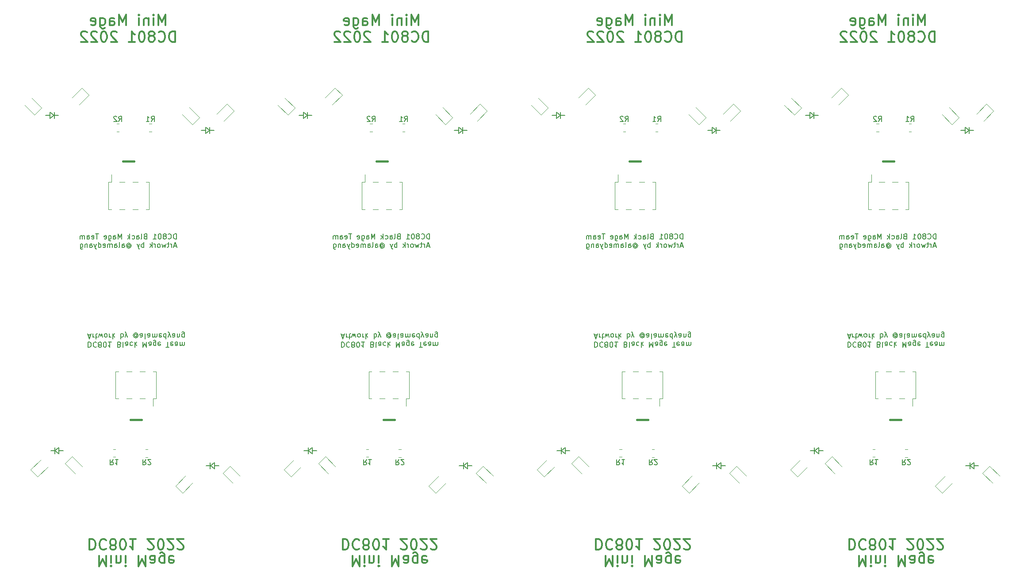
<source format=gbr>
%TF.GenerationSoftware,KiCad,Pcbnew,(6.0.7)*%
%TF.CreationDate,2022-09-13T00:00:18-06:00*%
%TF.ProjectId,MiniMageSpells-panel,4d696e69-4d61-4676-9553-70656c6c732d,1.1*%
%TF.SameCoordinates,Original*%
%TF.FileFunction,Legend,Bot*%
%TF.FilePolarity,Positive*%
%FSLAX46Y46*%
G04 Gerber Fmt 4.6, Leading zero omitted, Abs format (unit mm)*
G04 Created by KiCad (PCBNEW (6.0.7)) date 2022-09-13 00:00:18*
%MOMM*%
%LPD*%
G01*
G04 APERTURE LIST*
%ADD10C,0.150000*%
%ADD11C,0.400000*%
%ADD12C,0.300000*%
%ADD13C,0.120000*%
G04 APERTURE END LIST*
D10*
X52206429Y-58741194D02*
X51416429Y-58741194D01*
X100674179Y-58741194D02*
X99884179Y-58741194D01*
X197609679Y-58741194D02*
X196819679Y-58741194D01*
X149141929Y-58741194D02*
X148351929Y-58741194D01*
X72713303Y-120138376D02*
X73503303Y-120138376D01*
X121181053Y-120138376D02*
X121971053Y-120138376D01*
X24245553Y-120138376D02*
X25035553Y-120138376D01*
X169648803Y-120138376D02*
X170438803Y-120138376D01*
X23265991Y-55885814D02*
X22505991Y-56445814D01*
X71733741Y-55885814D02*
X70973741Y-56445814D01*
X168669241Y-55885814D02*
X167909241Y-56445814D01*
X120201491Y-55885814D02*
X119441491Y-56445814D01*
X101653741Y-122993756D02*
X102413741Y-122433756D01*
X150121491Y-122993756D02*
X150881491Y-122433756D01*
X53185991Y-122993756D02*
X53945991Y-122433756D01*
X198589241Y-122993756D02*
X199349241Y-122433756D01*
X53036429Y-58181194D02*
X53036429Y-59341194D01*
X101504179Y-58181194D02*
X101504179Y-59341194D01*
X198439679Y-58181194D02*
X198439679Y-59341194D01*
X149971929Y-58181194D02*
X149971929Y-59341194D01*
X71883303Y-120698376D02*
X71883303Y-119538376D01*
X120351053Y-120698376D02*
X120351053Y-119538376D01*
X23415553Y-120698376D02*
X23415553Y-119538376D01*
X168818803Y-120698376D02*
X168818803Y-119538376D01*
X52246429Y-58191194D02*
X52256429Y-59321194D01*
X100714179Y-58191194D02*
X100724179Y-59321194D01*
X197649679Y-58191194D02*
X197659679Y-59321194D01*
X149181929Y-58191194D02*
X149191929Y-59321194D01*
X72673303Y-120688376D02*
X72663303Y-119558376D01*
X121141053Y-120688376D02*
X121131053Y-119558376D01*
X24205553Y-120688376D02*
X24195553Y-119558376D01*
X169608803Y-120688376D02*
X169598803Y-119558376D01*
X22495991Y-55315814D02*
X23265991Y-55885814D01*
X70963741Y-55315814D02*
X71733741Y-55885814D01*
X167899241Y-55315814D02*
X168669241Y-55885814D01*
X119431491Y-55315814D02*
X120201491Y-55885814D01*
X102423741Y-123563756D02*
X101653741Y-122993756D01*
X150891491Y-123563756D02*
X150121491Y-122993756D01*
X53955991Y-123563756D02*
X53185991Y-122993756D01*
X199359241Y-123563756D02*
X198589241Y-122993756D01*
X23285991Y-55305814D02*
X23285991Y-56465814D01*
X71753741Y-55305814D02*
X71753741Y-56465814D01*
X168689241Y-55305814D02*
X168689241Y-56465814D01*
X120221491Y-55305814D02*
X120221491Y-56465814D01*
X101633741Y-123573756D02*
X101633741Y-122413756D01*
X150101491Y-123573756D02*
X150101491Y-122413756D01*
X53165991Y-123573756D02*
X53165991Y-122413756D01*
X198569241Y-123573756D02*
X198569241Y-122413756D01*
X53016429Y-58731194D02*
X53846429Y-58731194D01*
X101484179Y-58731194D02*
X102314179Y-58731194D01*
X198419679Y-58731194D02*
X199249679Y-58731194D01*
X149951929Y-58731194D02*
X150781929Y-58731194D01*
X71903303Y-120148376D02*
X71073303Y-120148376D01*
X120371053Y-120148376D02*
X119541053Y-120148376D01*
X23435553Y-120148376D02*
X22605553Y-120148376D01*
X168838803Y-120148376D02*
X168008803Y-120148376D01*
X23265991Y-55855814D02*
X24095991Y-55855814D01*
X71733741Y-55855814D02*
X72563741Y-55855814D01*
X168669241Y-55855814D02*
X169499241Y-55855814D01*
X120201491Y-55855814D02*
X121031491Y-55855814D01*
X101653741Y-123023756D02*
X100823741Y-123023756D01*
X150121491Y-123023756D02*
X149291491Y-123023756D01*
X53185991Y-123023756D02*
X52355991Y-123023756D01*
X198589241Y-123023756D02*
X197759241Y-123023756D01*
D11*
X38601429Y-64676194D02*
X36461429Y-64676194D01*
X87069179Y-64676194D02*
X84929179Y-64676194D01*
X184004679Y-64676194D02*
X181864679Y-64676194D01*
X135536929Y-64676194D02*
X133396929Y-64676194D01*
X86318303Y-114203376D02*
X88458303Y-114203376D01*
X134786053Y-114203376D02*
X136926053Y-114203376D01*
X37850553Y-114203376D02*
X39990553Y-114203376D01*
X183253803Y-114203376D02*
X185393803Y-114203376D01*
D10*
X22495991Y-55315814D02*
X22505991Y-56445814D01*
X70963741Y-55315814D02*
X70973741Y-56445814D01*
X167899241Y-55315814D02*
X167909241Y-56445814D01*
X119431491Y-55315814D02*
X119441491Y-56445814D01*
X102423741Y-123563756D02*
X102413741Y-122433756D01*
X150891491Y-123563756D02*
X150881491Y-122433756D01*
X53955991Y-123563756D02*
X53945991Y-122433756D01*
X199359241Y-123563756D02*
X199349241Y-122433756D01*
X53016429Y-58761194D02*
X52256429Y-59321194D01*
X101484179Y-58761194D02*
X100724179Y-59321194D01*
X198419679Y-58761194D02*
X197659679Y-59321194D01*
X149951929Y-58761194D02*
X149191929Y-59321194D01*
X71903303Y-120118376D02*
X72663303Y-119558376D01*
X120371053Y-120118376D02*
X121131053Y-119558376D01*
X23435553Y-120118376D02*
X24195553Y-119558376D01*
X168838803Y-120118376D02*
X169598803Y-119558376D01*
X52246429Y-58191194D02*
X53016429Y-58761194D01*
X100714179Y-58191194D02*
X101484179Y-58761194D01*
X197649679Y-58191194D02*
X198419679Y-58761194D01*
X149181929Y-58191194D02*
X149951929Y-58761194D01*
X72673303Y-120688376D02*
X71903303Y-120118376D01*
X121141053Y-120688376D02*
X120371053Y-120118376D01*
X24205553Y-120688376D02*
X23435553Y-120118376D01*
X169608803Y-120688376D02*
X168838803Y-120118376D01*
X22455991Y-55865814D02*
X21665991Y-55865814D01*
X70923741Y-55865814D02*
X70133741Y-55865814D01*
X167859241Y-55865814D02*
X167069241Y-55865814D01*
X119391491Y-55865814D02*
X118601491Y-55865814D01*
X102463741Y-123013756D02*
X103253741Y-123013756D01*
X150931491Y-123013756D02*
X151721491Y-123013756D01*
X53995991Y-123013756D02*
X54785991Y-123013756D01*
X199399241Y-123013756D02*
X200189241Y-123013756D01*
X46660276Y-79573194D02*
X46660276Y-78573194D01*
X46422181Y-78573194D01*
X46279324Y-78620814D01*
X46184086Y-78716052D01*
X46136467Y-78811290D01*
X46088848Y-79001766D01*
X46088848Y-79144623D01*
X46136467Y-79335099D01*
X46184086Y-79430337D01*
X46279324Y-79525575D01*
X46422181Y-79573194D01*
X46660276Y-79573194D01*
X45088848Y-79477956D02*
X45136467Y-79525575D01*
X45279324Y-79573194D01*
X45374562Y-79573194D01*
X45517419Y-79525575D01*
X45612657Y-79430337D01*
X45660276Y-79335099D01*
X45707895Y-79144623D01*
X45707895Y-79001766D01*
X45660276Y-78811290D01*
X45612657Y-78716052D01*
X45517419Y-78620814D01*
X45374562Y-78573194D01*
X45279324Y-78573194D01*
X45136467Y-78620814D01*
X45088848Y-78668433D01*
X44517419Y-79001766D02*
X44612657Y-78954147D01*
X44660276Y-78906528D01*
X44707895Y-78811290D01*
X44707895Y-78763671D01*
X44660276Y-78668433D01*
X44612657Y-78620814D01*
X44517419Y-78573194D01*
X44326943Y-78573194D01*
X44231705Y-78620814D01*
X44184086Y-78668433D01*
X44136467Y-78763671D01*
X44136467Y-78811290D01*
X44184086Y-78906528D01*
X44231705Y-78954147D01*
X44326943Y-79001766D01*
X44517419Y-79001766D01*
X44612657Y-79049385D01*
X44660276Y-79097004D01*
X44707895Y-79192242D01*
X44707895Y-79382718D01*
X44660276Y-79477956D01*
X44612657Y-79525575D01*
X44517419Y-79573194D01*
X44326943Y-79573194D01*
X44231705Y-79525575D01*
X44184086Y-79477956D01*
X44136467Y-79382718D01*
X44136467Y-79192242D01*
X44184086Y-79097004D01*
X44231705Y-79049385D01*
X44326943Y-79001766D01*
X43517419Y-78573194D02*
X43422181Y-78573194D01*
X43326943Y-78620814D01*
X43279324Y-78668433D01*
X43231705Y-78763671D01*
X43184086Y-78954147D01*
X43184086Y-79192242D01*
X43231705Y-79382718D01*
X43279324Y-79477956D01*
X43326943Y-79525575D01*
X43422181Y-79573194D01*
X43517419Y-79573194D01*
X43612657Y-79525575D01*
X43660276Y-79477956D01*
X43707895Y-79382718D01*
X43755514Y-79192242D01*
X43755514Y-78954147D01*
X43707895Y-78763671D01*
X43660276Y-78668433D01*
X43612657Y-78620814D01*
X43517419Y-78573194D01*
X42231705Y-79573194D02*
X42803133Y-79573194D01*
X42517419Y-79573194D02*
X42517419Y-78573194D01*
X42612657Y-78716052D01*
X42707895Y-78811290D01*
X42803133Y-78858909D01*
X40707895Y-79049385D02*
X40565038Y-79097004D01*
X40517419Y-79144623D01*
X40469800Y-79239861D01*
X40469800Y-79382718D01*
X40517419Y-79477956D01*
X40565038Y-79525575D01*
X40660276Y-79573194D01*
X41041229Y-79573194D01*
X41041229Y-78573194D01*
X40707895Y-78573194D01*
X40612657Y-78620814D01*
X40565038Y-78668433D01*
X40517419Y-78763671D01*
X40517419Y-78858909D01*
X40565038Y-78954147D01*
X40612657Y-79001766D01*
X40707895Y-79049385D01*
X41041229Y-79049385D01*
X39898371Y-79573194D02*
X39993610Y-79525575D01*
X40041229Y-79430337D01*
X40041229Y-78573194D01*
X39088848Y-79573194D02*
X39088848Y-79049385D01*
X39136467Y-78954147D01*
X39231705Y-78906528D01*
X39422181Y-78906528D01*
X39517419Y-78954147D01*
X39088848Y-79525575D02*
X39184086Y-79573194D01*
X39422181Y-79573194D01*
X39517419Y-79525575D01*
X39565038Y-79430337D01*
X39565038Y-79335099D01*
X39517419Y-79239861D01*
X39422181Y-79192242D01*
X39184086Y-79192242D01*
X39088848Y-79144623D01*
X38184086Y-79525575D02*
X38279324Y-79573194D01*
X38469800Y-79573194D01*
X38565038Y-79525575D01*
X38612657Y-79477956D01*
X38660276Y-79382718D01*
X38660276Y-79097004D01*
X38612657Y-79001766D01*
X38565038Y-78954147D01*
X38469800Y-78906528D01*
X38279324Y-78906528D01*
X38184086Y-78954147D01*
X37755514Y-79573194D02*
X37755514Y-78573194D01*
X37660276Y-79192242D02*
X37374562Y-79573194D01*
X37374562Y-78906528D02*
X37755514Y-79287480D01*
X36184086Y-79573194D02*
X36184086Y-78573194D01*
X35850752Y-79287480D01*
X35517419Y-78573194D01*
X35517419Y-79573194D01*
X34612657Y-79573194D02*
X34612657Y-79049385D01*
X34660276Y-78954147D01*
X34755514Y-78906528D01*
X34945991Y-78906528D01*
X35041229Y-78954147D01*
X34612657Y-79525575D02*
X34707895Y-79573194D01*
X34945991Y-79573194D01*
X35041229Y-79525575D01*
X35088848Y-79430337D01*
X35088848Y-79335099D01*
X35041229Y-79239861D01*
X34945991Y-79192242D01*
X34707895Y-79192242D01*
X34612657Y-79144623D01*
X33707895Y-78906528D02*
X33707895Y-79716052D01*
X33755514Y-79811290D01*
X33803133Y-79858909D01*
X33898371Y-79906528D01*
X34041229Y-79906528D01*
X34136467Y-79858909D01*
X33707895Y-79525575D02*
X33803133Y-79573194D01*
X33993610Y-79573194D01*
X34088848Y-79525575D01*
X34136467Y-79477956D01*
X34184086Y-79382718D01*
X34184086Y-79097004D01*
X34136467Y-79001766D01*
X34088848Y-78954147D01*
X33993610Y-78906528D01*
X33803133Y-78906528D01*
X33707895Y-78954147D01*
X32850752Y-79525575D02*
X32945991Y-79573194D01*
X33136467Y-79573194D01*
X33231705Y-79525575D01*
X33279324Y-79430337D01*
X33279324Y-79049385D01*
X33231705Y-78954147D01*
X33136467Y-78906528D01*
X32945991Y-78906528D01*
X32850752Y-78954147D01*
X32803133Y-79049385D01*
X32803133Y-79144623D01*
X33279324Y-79239861D01*
X31755514Y-78573194D02*
X31184086Y-78573194D01*
X31469800Y-79573194D02*
X31469800Y-78573194D01*
X30469800Y-79525575D02*
X30565038Y-79573194D01*
X30755514Y-79573194D01*
X30850752Y-79525575D01*
X30898371Y-79430337D01*
X30898371Y-79049385D01*
X30850752Y-78954147D01*
X30755514Y-78906528D01*
X30565038Y-78906528D01*
X30469800Y-78954147D01*
X30422181Y-79049385D01*
X30422181Y-79144623D01*
X30898371Y-79239861D01*
X29565038Y-79573194D02*
X29565038Y-79049385D01*
X29612657Y-78954147D01*
X29707895Y-78906528D01*
X29898371Y-78906528D01*
X29993610Y-78954147D01*
X29565038Y-79525575D02*
X29660276Y-79573194D01*
X29898371Y-79573194D01*
X29993610Y-79525575D01*
X30041229Y-79430337D01*
X30041229Y-79335099D01*
X29993610Y-79239861D01*
X29898371Y-79192242D01*
X29660276Y-79192242D01*
X29565038Y-79144623D01*
X29088848Y-79573194D02*
X29088848Y-78906528D01*
X29088848Y-79001766D02*
X29041229Y-78954147D01*
X28945991Y-78906528D01*
X28803133Y-78906528D01*
X28707895Y-78954147D01*
X28660276Y-79049385D01*
X28660276Y-79573194D01*
X28660276Y-79049385D02*
X28612657Y-78954147D01*
X28517419Y-78906528D01*
X28374562Y-78906528D01*
X28279324Y-78954147D01*
X28231705Y-79049385D01*
X28231705Y-79573194D01*
X46660276Y-80897480D02*
X46184086Y-80897480D01*
X46755514Y-81183194D02*
X46422181Y-80183194D01*
X46088848Y-81183194D01*
X45755514Y-81183194D02*
X45755514Y-80516528D01*
X45755514Y-80707004D02*
X45707895Y-80611766D01*
X45660276Y-80564147D01*
X45565038Y-80516528D01*
X45469800Y-80516528D01*
X45279324Y-80516528D02*
X44898371Y-80516528D01*
X45136467Y-80183194D02*
X45136467Y-81040337D01*
X45088848Y-81135575D01*
X44993610Y-81183194D01*
X44898371Y-81183194D01*
X44660276Y-80516528D02*
X44469800Y-81183194D01*
X44279324Y-80707004D01*
X44088848Y-81183194D01*
X43898371Y-80516528D01*
X43374562Y-81183194D02*
X43469800Y-81135575D01*
X43517419Y-81087956D01*
X43565038Y-80992718D01*
X43565038Y-80707004D01*
X43517419Y-80611766D01*
X43469800Y-80564147D01*
X43374562Y-80516528D01*
X43231705Y-80516528D01*
X43136467Y-80564147D01*
X43088848Y-80611766D01*
X43041229Y-80707004D01*
X43041229Y-80992718D01*
X43088848Y-81087956D01*
X43136467Y-81135575D01*
X43231705Y-81183194D01*
X43374562Y-81183194D01*
X42612657Y-81183194D02*
X42612657Y-80516528D01*
X42612657Y-80707004D02*
X42565038Y-80611766D01*
X42517419Y-80564147D01*
X42422181Y-80516528D01*
X42326943Y-80516528D01*
X41993610Y-81183194D02*
X41993610Y-80183194D01*
X41898371Y-80802242D02*
X41612657Y-81183194D01*
X41612657Y-80516528D02*
X41993610Y-80897480D01*
X40422181Y-81183194D02*
X40422181Y-80183194D01*
X40422181Y-80564147D02*
X40326943Y-80516528D01*
X40136467Y-80516528D01*
X40041229Y-80564147D01*
X39993610Y-80611766D01*
X39945991Y-80707004D01*
X39945991Y-80992718D01*
X39993610Y-81087956D01*
X40041229Y-81135575D01*
X40136467Y-81183194D01*
X40326943Y-81183194D01*
X40422181Y-81135575D01*
X39612657Y-80516528D02*
X39374562Y-81183194D01*
X39136467Y-80516528D02*
X39374562Y-81183194D01*
X39469800Y-81421290D01*
X39517419Y-81468909D01*
X39612657Y-81516528D01*
X37374562Y-80707004D02*
X37422181Y-80659385D01*
X37517419Y-80611766D01*
X37612657Y-80611766D01*
X37707895Y-80659385D01*
X37755514Y-80707004D01*
X37803133Y-80802242D01*
X37803133Y-80897480D01*
X37755514Y-80992718D01*
X37707895Y-81040337D01*
X37612657Y-81087956D01*
X37517419Y-81087956D01*
X37422181Y-81040337D01*
X37374562Y-80992718D01*
X37374562Y-80611766D02*
X37374562Y-80992718D01*
X37326943Y-81040337D01*
X37279324Y-81040337D01*
X37184086Y-80992718D01*
X37136467Y-80897480D01*
X37136467Y-80659385D01*
X37231705Y-80516528D01*
X37374562Y-80421290D01*
X37565038Y-80373671D01*
X37755514Y-80421290D01*
X37898371Y-80516528D01*
X37993610Y-80659385D01*
X38041229Y-80849861D01*
X37993610Y-81040337D01*
X37898371Y-81183194D01*
X37755514Y-81278433D01*
X37565038Y-81326052D01*
X37374562Y-81278433D01*
X37231705Y-81183194D01*
X36279324Y-81183194D02*
X36279324Y-80659385D01*
X36326943Y-80564147D01*
X36422181Y-80516528D01*
X36612657Y-80516528D01*
X36707895Y-80564147D01*
X36279324Y-81135575D02*
X36374562Y-81183194D01*
X36612657Y-81183194D01*
X36707895Y-81135575D01*
X36755514Y-81040337D01*
X36755514Y-80945099D01*
X36707895Y-80849861D01*
X36612657Y-80802242D01*
X36374562Y-80802242D01*
X36279324Y-80754623D01*
X35660276Y-81183194D02*
X35755514Y-81135575D01*
X35803133Y-81040337D01*
X35803133Y-80183194D01*
X34850752Y-81183194D02*
X34850752Y-80659385D01*
X34898371Y-80564147D01*
X34993610Y-80516528D01*
X35184086Y-80516528D01*
X35279324Y-80564147D01*
X34850752Y-81135575D02*
X34945991Y-81183194D01*
X35184086Y-81183194D01*
X35279324Y-81135575D01*
X35326943Y-81040337D01*
X35326943Y-80945099D01*
X35279324Y-80849861D01*
X35184086Y-80802242D01*
X34945991Y-80802242D01*
X34850752Y-80754623D01*
X34374562Y-81183194D02*
X34374562Y-80516528D01*
X34374562Y-80611766D02*
X34326943Y-80564147D01*
X34231705Y-80516528D01*
X34088848Y-80516528D01*
X33993610Y-80564147D01*
X33945991Y-80659385D01*
X33945991Y-81183194D01*
X33945991Y-80659385D02*
X33898371Y-80564147D01*
X33803133Y-80516528D01*
X33660276Y-80516528D01*
X33565038Y-80564147D01*
X33517419Y-80659385D01*
X33517419Y-81183194D01*
X32660276Y-81135575D02*
X32755514Y-81183194D01*
X32945991Y-81183194D01*
X33041229Y-81135575D01*
X33088848Y-81040337D01*
X33088848Y-80659385D01*
X33041229Y-80564147D01*
X32945991Y-80516528D01*
X32755514Y-80516528D01*
X32660276Y-80564147D01*
X32612657Y-80659385D01*
X32612657Y-80754623D01*
X33088848Y-80849861D01*
X31755514Y-81183194D02*
X31755514Y-80183194D01*
X31755514Y-81135575D02*
X31850752Y-81183194D01*
X32041229Y-81183194D01*
X32136467Y-81135575D01*
X32184086Y-81087956D01*
X32231705Y-80992718D01*
X32231705Y-80707004D01*
X32184086Y-80611766D01*
X32136467Y-80564147D01*
X32041229Y-80516528D01*
X31850752Y-80516528D01*
X31755514Y-80564147D01*
X31374562Y-80516528D02*
X31136467Y-81183194D01*
X30898371Y-80516528D02*
X31136467Y-81183194D01*
X31231705Y-81421290D01*
X31279324Y-81468909D01*
X31374562Y-81516528D01*
X30088848Y-81183194D02*
X30088848Y-80659385D01*
X30136467Y-80564147D01*
X30231705Y-80516528D01*
X30422181Y-80516528D01*
X30517419Y-80564147D01*
X30088848Y-81135575D02*
X30184086Y-81183194D01*
X30422181Y-81183194D01*
X30517419Y-81135575D01*
X30565038Y-81040337D01*
X30565038Y-80945099D01*
X30517419Y-80849861D01*
X30422181Y-80802242D01*
X30184086Y-80802242D01*
X30088848Y-80754623D01*
X29612657Y-80516528D02*
X29612657Y-81183194D01*
X29612657Y-80611766D02*
X29565038Y-80564147D01*
X29469800Y-80516528D01*
X29326943Y-80516528D01*
X29231705Y-80564147D01*
X29184086Y-80659385D01*
X29184086Y-81183194D01*
X28279324Y-80516528D02*
X28279324Y-81326052D01*
X28326943Y-81421290D01*
X28374562Y-81468909D01*
X28469800Y-81516528D01*
X28612657Y-81516528D01*
X28707895Y-81468909D01*
X28279324Y-81135575D02*
X28374562Y-81183194D01*
X28565038Y-81183194D01*
X28660276Y-81135575D01*
X28707895Y-81087956D01*
X28755514Y-80992718D01*
X28755514Y-80707004D01*
X28707895Y-80611766D01*
X28660276Y-80564147D01*
X28565038Y-80516528D01*
X28374562Y-80516528D01*
X28279324Y-80564147D01*
X95128026Y-79573194D02*
X95128026Y-78573194D01*
X94889931Y-78573194D01*
X94747074Y-78620814D01*
X94651836Y-78716052D01*
X94604217Y-78811290D01*
X94556598Y-79001766D01*
X94556598Y-79144623D01*
X94604217Y-79335099D01*
X94651836Y-79430337D01*
X94747074Y-79525575D01*
X94889931Y-79573194D01*
X95128026Y-79573194D01*
X93556598Y-79477956D02*
X93604217Y-79525575D01*
X93747074Y-79573194D01*
X93842312Y-79573194D01*
X93985169Y-79525575D01*
X94080407Y-79430337D01*
X94128026Y-79335099D01*
X94175645Y-79144623D01*
X94175645Y-79001766D01*
X94128026Y-78811290D01*
X94080407Y-78716052D01*
X93985169Y-78620814D01*
X93842312Y-78573194D01*
X93747074Y-78573194D01*
X93604217Y-78620814D01*
X93556598Y-78668433D01*
X92985169Y-79001766D02*
X93080407Y-78954147D01*
X93128026Y-78906528D01*
X93175645Y-78811290D01*
X93175645Y-78763671D01*
X93128026Y-78668433D01*
X93080407Y-78620814D01*
X92985169Y-78573194D01*
X92794693Y-78573194D01*
X92699455Y-78620814D01*
X92651836Y-78668433D01*
X92604217Y-78763671D01*
X92604217Y-78811290D01*
X92651836Y-78906528D01*
X92699455Y-78954147D01*
X92794693Y-79001766D01*
X92985169Y-79001766D01*
X93080407Y-79049385D01*
X93128026Y-79097004D01*
X93175645Y-79192242D01*
X93175645Y-79382718D01*
X93128026Y-79477956D01*
X93080407Y-79525575D01*
X92985169Y-79573194D01*
X92794693Y-79573194D01*
X92699455Y-79525575D01*
X92651836Y-79477956D01*
X92604217Y-79382718D01*
X92604217Y-79192242D01*
X92651836Y-79097004D01*
X92699455Y-79049385D01*
X92794693Y-79001766D01*
X91985169Y-78573194D02*
X91889931Y-78573194D01*
X91794693Y-78620814D01*
X91747074Y-78668433D01*
X91699455Y-78763671D01*
X91651836Y-78954147D01*
X91651836Y-79192242D01*
X91699455Y-79382718D01*
X91747074Y-79477956D01*
X91794693Y-79525575D01*
X91889931Y-79573194D01*
X91985169Y-79573194D01*
X92080407Y-79525575D01*
X92128026Y-79477956D01*
X92175645Y-79382718D01*
X92223264Y-79192242D01*
X92223264Y-78954147D01*
X92175645Y-78763671D01*
X92128026Y-78668433D01*
X92080407Y-78620814D01*
X91985169Y-78573194D01*
X90699455Y-79573194D02*
X91270883Y-79573194D01*
X90985169Y-79573194D02*
X90985169Y-78573194D01*
X91080407Y-78716052D01*
X91175645Y-78811290D01*
X91270883Y-78858909D01*
X89175645Y-79049385D02*
X89032788Y-79097004D01*
X88985169Y-79144623D01*
X88937550Y-79239861D01*
X88937550Y-79382718D01*
X88985169Y-79477956D01*
X89032788Y-79525575D01*
X89128026Y-79573194D01*
X89508979Y-79573194D01*
X89508979Y-78573194D01*
X89175645Y-78573194D01*
X89080407Y-78620814D01*
X89032788Y-78668433D01*
X88985169Y-78763671D01*
X88985169Y-78858909D01*
X89032788Y-78954147D01*
X89080407Y-79001766D01*
X89175645Y-79049385D01*
X89508979Y-79049385D01*
X88366121Y-79573194D02*
X88461360Y-79525575D01*
X88508979Y-79430337D01*
X88508979Y-78573194D01*
X87556598Y-79573194D02*
X87556598Y-79049385D01*
X87604217Y-78954147D01*
X87699455Y-78906528D01*
X87889931Y-78906528D01*
X87985169Y-78954147D01*
X87556598Y-79525575D02*
X87651836Y-79573194D01*
X87889931Y-79573194D01*
X87985169Y-79525575D01*
X88032788Y-79430337D01*
X88032788Y-79335099D01*
X87985169Y-79239861D01*
X87889931Y-79192242D01*
X87651836Y-79192242D01*
X87556598Y-79144623D01*
X86651836Y-79525575D02*
X86747074Y-79573194D01*
X86937550Y-79573194D01*
X87032788Y-79525575D01*
X87080407Y-79477956D01*
X87128026Y-79382718D01*
X87128026Y-79097004D01*
X87080407Y-79001766D01*
X87032788Y-78954147D01*
X86937550Y-78906528D01*
X86747074Y-78906528D01*
X86651836Y-78954147D01*
X86223264Y-79573194D02*
X86223264Y-78573194D01*
X86128026Y-79192242D02*
X85842312Y-79573194D01*
X85842312Y-78906528D02*
X86223264Y-79287480D01*
X84651836Y-79573194D02*
X84651836Y-78573194D01*
X84318502Y-79287480D01*
X83985169Y-78573194D01*
X83985169Y-79573194D01*
X83080407Y-79573194D02*
X83080407Y-79049385D01*
X83128026Y-78954147D01*
X83223264Y-78906528D01*
X83413741Y-78906528D01*
X83508979Y-78954147D01*
X83080407Y-79525575D02*
X83175645Y-79573194D01*
X83413741Y-79573194D01*
X83508979Y-79525575D01*
X83556598Y-79430337D01*
X83556598Y-79335099D01*
X83508979Y-79239861D01*
X83413741Y-79192242D01*
X83175645Y-79192242D01*
X83080407Y-79144623D01*
X82175645Y-78906528D02*
X82175645Y-79716052D01*
X82223264Y-79811290D01*
X82270883Y-79858909D01*
X82366121Y-79906528D01*
X82508979Y-79906528D01*
X82604217Y-79858909D01*
X82175645Y-79525575D02*
X82270883Y-79573194D01*
X82461360Y-79573194D01*
X82556598Y-79525575D01*
X82604217Y-79477956D01*
X82651836Y-79382718D01*
X82651836Y-79097004D01*
X82604217Y-79001766D01*
X82556598Y-78954147D01*
X82461360Y-78906528D01*
X82270883Y-78906528D01*
X82175645Y-78954147D01*
X81318502Y-79525575D02*
X81413741Y-79573194D01*
X81604217Y-79573194D01*
X81699455Y-79525575D01*
X81747074Y-79430337D01*
X81747074Y-79049385D01*
X81699455Y-78954147D01*
X81604217Y-78906528D01*
X81413741Y-78906528D01*
X81318502Y-78954147D01*
X81270883Y-79049385D01*
X81270883Y-79144623D01*
X81747074Y-79239861D01*
X80223264Y-78573194D02*
X79651836Y-78573194D01*
X79937550Y-79573194D02*
X79937550Y-78573194D01*
X78937550Y-79525575D02*
X79032788Y-79573194D01*
X79223264Y-79573194D01*
X79318502Y-79525575D01*
X79366121Y-79430337D01*
X79366121Y-79049385D01*
X79318502Y-78954147D01*
X79223264Y-78906528D01*
X79032788Y-78906528D01*
X78937550Y-78954147D01*
X78889931Y-79049385D01*
X78889931Y-79144623D01*
X79366121Y-79239861D01*
X78032788Y-79573194D02*
X78032788Y-79049385D01*
X78080407Y-78954147D01*
X78175645Y-78906528D01*
X78366121Y-78906528D01*
X78461360Y-78954147D01*
X78032788Y-79525575D02*
X78128026Y-79573194D01*
X78366121Y-79573194D01*
X78461360Y-79525575D01*
X78508979Y-79430337D01*
X78508979Y-79335099D01*
X78461360Y-79239861D01*
X78366121Y-79192242D01*
X78128026Y-79192242D01*
X78032788Y-79144623D01*
X77556598Y-79573194D02*
X77556598Y-78906528D01*
X77556598Y-79001766D02*
X77508979Y-78954147D01*
X77413741Y-78906528D01*
X77270883Y-78906528D01*
X77175645Y-78954147D01*
X77128026Y-79049385D01*
X77128026Y-79573194D01*
X77128026Y-79049385D02*
X77080407Y-78954147D01*
X76985169Y-78906528D01*
X76842312Y-78906528D01*
X76747074Y-78954147D01*
X76699455Y-79049385D01*
X76699455Y-79573194D01*
X95128026Y-80897480D02*
X94651836Y-80897480D01*
X95223264Y-81183194D02*
X94889931Y-80183194D01*
X94556598Y-81183194D01*
X94223264Y-81183194D02*
X94223264Y-80516528D01*
X94223264Y-80707004D02*
X94175645Y-80611766D01*
X94128026Y-80564147D01*
X94032788Y-80516528D01*
X93937550Y-80516528D01*
X93747074Y-80516528D02*
X93366121Y-80516528D01*
X93604217Y-80183194D02*
X93604217Y-81040337D01*
X93556598Y-81135575D01*
X93461360Y-81183194D01*
X93366121Y-81183194D01*
X93128026Y-80516528D02*
X92937550Y-81183194D01*
X92747074Y-80707004D01*
X92556598Y-81183194D01*
X92366121Y-80516528D01*
X91842312Y-81183194D02*
X91937550Y-81135575D01*
X91985169Y-81087956D01*
X92032788Y-80992718D01*
X92032788Y-80707004D01*
X91985169Y-80611766D01*
X91937550Y-80564147D01*
X91842312Y-80516528D01*
X91699455Y-80516528D01*
X91604217Y-80564147D01*
X91556598Y-80611766D01*
X91508979Y-80707004D01*
X91508979Y-80992718D01*
X91556598Y-81087956D01*
X91604217Y-81135575D01*
X91699455Y-81183194D01*
X91842312Y-81183194D01*
X91080407Y-81183194D02*
X91080407Y-80516528D01*
X91080407Y-80707004D02*
X91032788Y-80611766D01*
X90985169Y-80564147D01*
X90889931Y-80516528D01*
X90794693Y-80516528D01*
X90461360Y-81183194D02*
X90461360Y-80183194D01*
X90366121Y-80802242D02*
X90080407Y-81183194D01*
X90080407Y-80516528D02*
X90461360Y-80897480D01*
X88889931Y-81183194D02*
X88889931Y-80183194D01*
X88889931Y-80564147D02*
X88794693Y-80516528D01*
X88604217Y-80516528D01*
X88508979Y-80564147D01*
X88461360Y-80611766D01*
X88413741Y-80707004D01*
X88413741Y-80992718D01*
X88461360Y-81087956D01*
X88508979Y-81135575D01*
X88604217Y-81183194D01*
X88794693Y-81183194D01*
X88889931Y-81135575D01*
X88080407Y-80516528D02*
X87842312Y-81183194D01*
X87604217Y-80516528D02*
X87842312Y-81183194D01*
X87937550Y-81421290D01*
X87985169Y-81468909D01*
X88080407Y-81516528D01*
X85842312Y-80707004D02*
X85889931Y-80659385D01*
X85985169Y-80611766D01*
X86080407Y-80611766D01*
X86175645Y-80659385D01*
X86223264Y-80707004D01*
X86270883Y-80802242D01*
X86270883Y-80897480D01*
X86223264Y-80992718D01*
X86175645Y-81040337D01*
X86080407Y-81087956D01*
X85985169Y-81087956D01*
X85889931Y-81040337D01*
X85842312Y-80992718D01*
X85842312Y-80611766D02*
X85842312Y-80992718D01*
X85794693Y-81040337D01*
X85747074Y-81040337D01*
X85651836Y-80992718D01*
X85604217Y-80897480D01*
X85604217Y-80659385D01*
X85699455Y-80516528D01*
X85842312Y-80421290D01*
X86032788Y-80373671D01*
X86223264Y-80421290D01*
X86366121Y-80516528D01*
X86461360Y-80659385D01*
X86508979Y-80849861D01*
X86461360Y-81040337D01*
X86366121Y-81183194D01*
X86223264Y-81278433D01*
X86032788Y-81326052D01*
X85842312Y-81278433D01*
X85699455Y-81183194D01*
X84747074Y-81183194D02*
X84747074Y-80659385D01*
X84794693Y-80564147D01*
X84889931Y-80516528D01*
X85080407Y-80516528D01*
X85175645Y-80564147D01*
X84747074Y-81135575D02*
X84842312Y-81183194D01*
X85080407Y-81183194D01*
X85175645Y-81135575D01*
X85223264Y-81040337D01*
X85223264Y-80945099D01*
X85175645Y-80849861D01*
X85080407Y-80802242D01*
X84842312Y-80802242D01*
X84747074Y-80754623D01*
X84128026Y-81183194D02*
X84223264Y-81135575D01*
X84270883Y-81040337D01*
X84270883Y-80183194D01*
X83318502Y-81183194D02*
X83318502Y-80659385D01*
X83366121Y-80564147D01*
X83461360Y-80516528D01*
X83651836Y-80516528D01*
X83747074Y-80564147D01*
X83318502Y-81135575D02*
X83413741Y-81183194D01*
X83651836Y-81183194D01*
X83747074Y-81135575D01*
X83794693Y-81040337D01*
X83794693Y-80945099D01*
X83747074Y-80849861D01*
X83651836Y-80802242D01*
X83413741Y-80802242D01*
X83318502Y-80754623D01*
X82842312Y-81183194D02*
X82842312Y-80516528D01*
X82842312Y-80611766D02*
X82794693Y-80564147D01*
X82699455Y-80516528D01*
X82556598Y-80516528D01*
X82461360Y-80564147D01*
X82413741Y-80659385D01*
X82413741Y-81183194D01*
X82413741Y-80659385D02*
X82366121Y-80564147D01*
X82270883Y-80516528D01*
X82128026Y-80516528D01*
X82032788Y-80564147D01*
X81985169Y-80659385D01*
X81985169Y-81183194D01*
X81128026Y-81135575D02*
X81223264Y-81183194D01*
X81413741Y-81183194D01*
X81508979Y-81135575D01*
X81556598Y-81040337D01*
X81556598Y-80659385D01*
X81508979Y-80564147D01*
X81413741Y-80516528D01*
X81223264Y-80516528D01*
X81128026Y-80564147D01*
X81080407Y-80659385D01*
X81080407Y-80754623D01*
X81556598Y-80849861D01*
X80223264Y-81183194D02*
X80223264Y-80183194D01*
X80223264Y-81135575D02*
X80318502Y-81183194D01*
X80508979Y-81183194D01*
X80604217Y-81135575D01*
X80651836Y-81087956D01*
X80699455Y-80992718D01*
X80699455Y-80707004D01*
X80651836Y-80611766D01*
X80604217Y-80564147D01*
X80508979Y-80516528D01*
X80318502Y-80516528D01*
X80223264Y-80564147D01*
X79842312Y-80516528D02*
X79604217Y-81183194D01*
X79366121Y-80516528D02*
X79604217Y-81183194D01*
X79699455Y-81421290D01*
X79747074Y-81468909D01*
X79842312Y-81516528D01*
X78556598Y-81183194D02*
X78556598Y-80659385D01*
X78604217Y-80564147D01*
X78699455Y-80516528D01*
X78889931Y-80516528D01*
X78985169Y-80564147D01*
X78556598Y-81135575D02*
X78651836Y-81183194D01*
X78889931Y-81183194D01*
X78985169Y-81135575D01*
X79032788Y-81040337D01*
X79032788Y-80945099D01*
X78985169Y-80849861D01*
X78889931Y-80802242D01*
X78651836Y-80802242D01*
X78556598Y-80754623D01*
X78080407Y-80516528D02*
X78080407Y-81183194D01*
X78080407Y-80611766D02*
X78032788Y-80564147D01*
X77937550Y-80516528D01*
X77794693Y-80516528D01*
X77699455Y-80564147D01*
X77651836Y-80659385D01*
X77651836Y-81183194D01*
X76747074Y-80516528D02*
X76747074Y-81326052D01*
X76794693Y-81421290D01*
X76842312Y-81468909D01*
X76937550Y-81516528D01*
X77080407Y-81516528D01*
X77175645Y-81468909D01*
X76747074Y-81135575D02*
X76842312Y-81183194D01*
X77032788Y-81183194D01*
X77128026Y-81135575D01*
X77175645Y-81087956D01*
X77223264Y-80992718D01*
X77223264Y-80707004D01*
X77175645Y-80611766D01*
X77128026Y-80564147D01*
X77032788Y-80516528D01*
X76842312Y-80516528D01*
X76747074Y-80564147D01*
X143595776Y-79573194D02*
X143595776Y-78573194D01*
X143357681Y-78573194D01*
X143214824Y-78620814D01*
X143119586Y-78716052D01*
X143071967Y-78811290D01*
X143024348Y-79001766D01*
X143024348Y-79144623D01*
X143071967Y-79335099D01*
X143119586Y-79430337D01*
X143214824Y-79525575D01*
X143357681Y-79573194D01*
X143595776Y-79573194D01*
X142024348Y-79477956D02*
X142071967Y-79525575D01*
X142214824Y-79573194D01*
X142310062Y-79573194D01*
X142452919Y-79525575D01*
X142548157Y-79430337D01*
X142595776Y-79335099D01*
X142643395Y-79144623D01*
X142643395Y-79001766D01*
X142595776Y-78811290D01*
X142548157Y-78716052D01*
X142452919Y-78620814D01*
X142310062Y-78573194D01*
X142214824Y-78573194D01*
X142071967Y-78620814D01*
X142024348Y-78668433D01*
X141452919Y-79001766D02*
X141548157Y-78954147D01*
X141595776Y-78906528D01*
X141643395Y-78811290D01*
X141643395Y-78763671D01*
X141595776Y-78668433D01*
X141548157Y-78620814D01*
X141452919Y-78573194D01*
X141262443Y-78573194D01*
X141167205Y-78620814D01*
X141119586Y-78668433D01*
X141071967Y-78763671D01*
X141071967Y-78811290D01*
X141119586Y-78906528D01*
X141167205Y-78954147D01*
X141262443Y-79001766D01*
X141452919Y-79001766D01*
X141548157Y-79049385D01*
X141595776Y-79097004D01*
X141643395Y-79192242D01*
X141643395Y-79382718D01*
X141595776Y-79477956D01*
X141548157Y-79525575D01*
X141452919Y-79573194D01*
X141262443Y-79573194D01*
X141167205Y-79525575D01*
X141119586Y-79477956D01*
X141071967Y-79382718D01*
X141071967Y-79192242D01*
X141119586Y-79097004D01*
X141167205Y-79049385D01*
X141262443Y-79001766D01*
X140452919Y-78573194D02*
X140357681Y-78573194D01*
X140262443Y-78620814D01*
X140214824Y-78668433D01*
X140167205Y-78763671D01*
X140119586Y-78954147D01*
X140119586Y-79192242D01*
X140167205Y-79382718D01*
X140214824Y-79477956D01*
X140262443Y-79525575D01*
X140357681Y-79573194D01*
X140452919Y-79573194D01*
X140548157Y-79525575D01*
X140595776Y-79477956D01*
X140643395Y-79382718D01*
X140691014Y-79192242D01*
X140691014Y-78954147D01*
X140643395Y-78763671D01*
X140595776Y-78668433D01*
X140548157Y-78620814D01*
X140452919Y-78573194D01*
X139167205Y-79573194D02*
X139738633Y-79573194D01*
X139452919Y-79573194D02*
X139452919Y-78573194D01*
X139548157Y-78716052D01*
X139643395Y-78811290D01*
X139738633Y-78858909D01*
X137643395Y-79049385D02*
X137500538Y-79097004D01*
X137452919Y-79144623D01*
X137405300Y-79239861D01*
X137405300Y-79382718D01*
X137452919Y-79477956D01*
X137500538Y-79525575D01*
X137595776Y-79573194D01*
X137976729Y-79573194D01*
X137976729Y-78573194D01*
X137643395Y-78573194D01*
X137548157Y-78620814D01*
X137500538Y-78668433D01*
X137452919Y-78763671D01*
X137452919Y-78858909D01*
X137500538Y-78954147D01*
X137548157Y-79001766D01*
X137643395Y-79049385D01*
X137976729Y-79049385D01*
X136833871Y-79573194D02*
X136929110Y-79525575D01*
X136976729Y-79430337D01*
X136976729Y-78573194D01*
X136024348Y-79573194D02*
X136024348Y-79049385D01*
X136071967Y-78954147D01*
X136167205Y-78906528D01*
X136357681Y-78906528D01*
X136452919Y-78954147D01*
X136024348Y-79525575D02*
X136119586Y-79573194D01*
X136357681Y-79573194D01*
X136452919Y-79525575D01*
X136500538Y-79430337D01*
X136500538Y-79335099D01*
X136452919Y-79239861D01*
X136357681Y-79192242D01*
X136119586Y-79192242D01*
X136024348Y-79144623D01*
X135119586Y-79525575D02*
X135214824Y-79573194D01*
X135405300Y-79573194D01*
X135500538Y-79525575D01*
X135548157Y-79477956D01*
X135595776Y-79382718D01*
X135595776Y-79097004D01*
X135548157Y-79001766D01*
X135500538Y-78954147D01*
X135405300Y-78906528D01*
X135214824Y-78906528D01*
X135119586Y-78954147D01*
X134691014Y-79573194D02*
X134691014Y-78573194D01*
X134595776Y-79192242D02*
X134310062Y-79573194D01*
X134310062Y-78906528D02*
X134691014Y-79287480D01*
X133119586Y-79573194D02*
X133119586Y-78573194D01*
X132786252Y-79287480D01*
X132452919Y-78573194D01*
X132452919Y-79573194D01*
X131548157Y-79573194D02*
X131548157Y-79049385D01*
X131595776Y-78954147D01*
X131691014Y-78906528D01*
X131881491Y-78906528D01*
X131976729Y-78954147D01*
X131548157Y-79525575D02*
X131643395Y-79573194D01*
X131881491Y-79573194D01*
X131976729Y-79525575D01*
X132024348Y-79430337D01*
X132024348Y-79335099D01*
X131976729Y-79239861D01*
X131881491Y-79192242D01*
X131643395Y-79192242D01*
X131548157Y-79144623D01*
X130643395Y-78906528D02*
X130643395Y-79716052D01*
X130691014Y-79811290D01*
X130738633Y-79858909D01*
X130833871Y-79906528D01*
X130976729Y-79906528D01*
X131071967Y-79858909D01*
X130643395Y-79525575D02*
X130738633Y-79573194D01*
X130929110Y-79573194D01*
X131024348Y-79525575D01*
X131071967Y-79477956D01*
X131119586Y-79382718D01*
X131119586Y-79097004D01*
X131071967Y-79001766D01*
X131024348Y-78954147D01*
X130929110Y-78906528D01*
X130738633Y-78906528D01*
X130643395Y-78954147D01*
X129786252Y-79525575D02*
X129881491Y-79573194D01*
X130071967Y-79573194D01*
X130167205Y-79525575D01*
X130214824Y-79430337D01*
X130214824Y-79049385D01*
X130167205Y-78954147D01*
X130071967Y-78906528D01*
X129881491Y-78906528D01*
X129786252Y-78954147D01*
X129738633Y-79049385D01*
X129738633Y-79144623D01*
X130214824Y-79239861D01*
X128691014Y-78573194D02*
X128119586Y-78573194D01*
X128405300Y-79573194D02*
X128405300Y-78573194D01*
X127405300Y-79525575D02*
X127500538Y-79573194D01*
X127691014Y-79573194D01*
X127786252Y-79525575D01*
X127833871Y-79430337D01*
X127833871Y-79049385D01*
X127786252Y-78954147D01*
X127691014Y-78906528D01*
X127500538Y-78906528D01*
X127405300Y-78954147D01*
X127357681Y-79049385D01*
X127357681Y-79144623D01*
X127833871Y-79239861D01*
X126500538Y-79573194D02*
X126500538Y-79049385D01*
X126548157Y-78954147D01*
X126643395Y-78906528D01*
X126833871Y-78906528D01*
X126929110Y-78954147D01*
X126500538Y-79525575D02*
X126595776Y-79573194D01*
X126833871Y-79573194D01*
X126929110Y-79525575D01*
X126976729Y-79430337D01*
X126976729Y-79335099D01*
X126929110Y-79239861D01*
X126833871Y-79192242D01*
X126595776Y-79192242D01*
X126500538Y-79144623D01*
X126024348Y-79573194D02*
X126024348Y-78906528D01*
X126024348Y-79001766D02*
X125976729Y-78954147D01*
X125881491Y-78906528D01*
X125738633Y-78906528D01*
X125643395Y-78954147D01*
X125595776Y-79049385D01*
X125595776Y-79573194D01*
X125595776Y-79049385D02*
X125548157Y-78954147D01*
X125452919Y-78906528D01*
X125310062Y-78906528D01*
X125214824Y-78954147D01*
X125167205Y-79049385D01*
X125167205Y-79573194D01*
X143595776Y-80897480D02*
X143119586Y-80897480D01*
X143691014Y-81183194D02*
X143357681Y-80183194D01*
X143024348Y-81183194D01*
X142691014Y-81183194D02*
X142691014Y-80516528D01*
X142691014Y-80707004D02*
X142643395Y-80611766D01*
X142595776Y-80564147D01*
X142500538Y-80516528D01*
X142405300Y-80516528D01*
X142214824Y-80516528D02*
X141833871Y-80516528D01*
X142071967Y-80183194D02*
X142071967Y-81040337D01*
X142024348Y-81135575D01*
X141929110Y-81183194D01*
X141833871Y-81183194D01*
X141595776Y-80516528D02*
X141405300Y-81183194D01*
X141214824Y-80707004D01*
X141024348Y-81183194D01*
X140833871Y-80516528D01*
X140310062Y-81183194D02*
X140405300Y-81135575D01*
X140452919Y-81087956D01*
X140500538Y-80992718D01*
X140500538Y-80707004D01*
X140452919Y-80611766D01*
X140405300Y-80564147D01*
X140310062Y-80516528D01*
X140167205Y-80516528D01*
X140071967Y-80564147D01*
X140024348Y-80611766D01*
X139976729Y-80707004D01*
X139976729Y-80992718D01*
X140024348Y-81087956D01*
X140071967Y-81135575D01*
X140167205Y-81183194D01*
X140310062Y-81183194D01*
X139548157Y-81183194D02*
X139548157Y-80516528D01*
X139548157Y-80707004D02*
X139500538Y-80611766D01*
X139452919Y-80564147D01*
X139357681Y-80516528D01*
X139262443Y-80516528D01*
X138929110Y-81183194D02*
X138929110Y-80183194D01*
X138833871Y-80802242D02*
X138548157Y-81183194D01*
X138548157Y-80516528D02*
X138929110Y-80897480D01*
X137357681Y-81183194D02*
X137357681Y-80183194D01*
X137357681Y-80564147D02*
X137262443Y-80516528D01*
X137071967Y-80516528D01*
X136976729Y-80564147D01*
X136929110Y-80611766D01*
X136881491Y-80707004D01*
X136881491Y-80992718D01*
X136929110Y-81087956D01*
X136976729Y-81135575D01*
X137071967Y-81183194D01*
X137262443Y-81183194D01*
X137357681Y-81135575D01*
X136548157Y-80516528D02*
X136310062Y-81183194D01*
X136071967Y-80516528D02*
X136310062Y-81183194D01*
X136405300Y-81421290D01*
X136452919Y-81468909D01*
X136548157Y-81516528D01*
X134310062Y-80707004D02*
X134357681Y-80659385D01*
X134452919Y-80611766D01*
X134548157Y-80611766D01*
X134643395Y-80659385D01*
X134691014Y-80707004D01*
X134738633Y-80802242D01*
X134738633Y-80897480D01*
X134691014Y-80992718D01*
X134643395Y-81040337D01*
X134548157Y-81087956D01*
X134452919Y-81087956D01*
X134357681Y-81040337D01*
X134310062Y-80992718D01*
X134310062Y-80611766D02*
X134310062Y-80992718D01*
X134262443Y-81040337D01*
X134214824Y-81040337D01*
X134119586Y-80992718D01*
X134071967Y-80897480D01*
X134071967Y-80659385D01*
X134167205Y-80516528D01*
X134310062Y-80421290D01*
X134500538Y-80373671D01*
X134691014Y-80421290D01*
X134833871Y-80516528D01*
X134929110Y-80659385D01*
X134976729Y-80849861D01*
X134929110Y-81040337D01*
X134833871Y-81183194D01*
X134691014Y-81278433D01*
X134500538Y-81326052D01*
X134310062Y-81278433D01*
X134167205Y-81183194D01*
X133214824Y-81183194D02*
X133214824Y-80659385D01*
X133262443Y-80564147D01*
X133357681Y-80516528D01*
X133548157Y-80516528D01*
X133643395Y-80564147D01*
X133214824Y-81135575D02*
X133310062Y-81183194D01*
X133548157Y-81183194D01*
X133643395Y-81135575D01*
X133691014Y-81040337D01*
X133691014Y-80945099D01*
X133643395Y-80849861D01*
X133548157Y-80802242D01*
X133310062Y-80802242D01*
X133214824Y-80754623D01*
X132595776Y-81183194D02*
X132691014Y-81135575D01*
X132738633Y-81040337D01*
X132738633Y-80183194D01*
X131786252Y-81183194D02*
X131786252Y-80659385D01*
X131833871Y-80564147D01*
X131929110Y-80516528D01*
X132119586Y-80516528D01*
X132214824Y-80564147D01*
X131786252Y-81135575D02*
X131881491Y-81183194D01*
X132119586Y-81183194D01*
X132214824Y-81135575D01*
X132262443Y-81040337D01*
X132262443Y-80945099D01*
X132214824Y-80849861D01*
X132119586Y-80802242D01*
X131881491Y-80802242D01*
X131786252Y-80754623D01*
X131310062Y-81183194D02*
X131310062Y-80516528D01*
X131310062Y-80611766D02*
X131262443Y-80564147D01*
X131167205Y-80516528D01*
X131024348Y-80516528D01*
X130929110Y-80564147D01*
X130881491Y-80659385D01*
X130881491Y-81183194D01*
X130881491Y-80659385D02*
X130833871Y-80564147D01*
X130738633Y-80516528D01*
X130595776Y-80516528D01*
X130500538Y-80564147D01*
X130452919Y-80659385D01*
X130452919Y-81183194D01*
X129595776Y-81135575D02*
X129691014Y-81183194D01*
X129881491Y-81183194D01*
X129976729Y-81135575D01*
X130024348Y-81040337D01*
X130024348Y-80659385D01*
X129976729Y-80564147D01*
X129881491Y-80516528D01*
X129691014Y-80516528D01*
X129595776Y-80564147D01*
X129548157Y-80659385D01*
X129548157Y-80754623D01*
X130024348Y-80849861D01*
X128691014Y-81183194D02*
X128691014Y-80183194D01*
X128691014Y-81135575D02*
X128786252Y-81183194D01*
X128976729Y-81183194D01*
X129071967Y-81135575D01*
X129119586Y-81087956D01*
X129167205Y-80992718D01*
X129167205Y-80707004D01*
X129119586Y-80611766D01*
X129071967Y-80564147D01*
X128976729Y-80516528D01*
X128786252Y-80516528D01*
X128691014Y-80564147D01*
X128310062Y-80516528D02*
X128071967Y-81183194D01*
X127833871Y-80516528D02*
X128071967Y-81183194D01*
X128167205Y-81421290D01*
X128214824Y-81468909D01*
X128310062Y-81516528D01*
X127024348Y-81183194D02*
X127024348Y-80659385D01*
X127071967Y-80564147D01*
X127167205Y-80516528D01*
X127357681Y-80516528D01*
X127452919Y-80564147D01*
X127024348Y-81135575D02*
X127119586Y-81183194D01*
X127357681Y-81183194D01*
X127452919Y-81135575D01*
X127500538Y-81040337D01*
X127500538Y-80945099D01*
X127452919Y-80849861D01*
X127357681Y-80802242D01*
X127119586Y-80802242D01*
X127024348Y-80754623D01*
X126548157Y-80516528D02*
X126548157Y-81183194D01*
X126548157Y-80611766D02*
X126500538Y-80564147D01*
X126405300Y-80516528D01*
X126262443Y-80516528D01*
X126167205Y-80564147D01*
X126119586Y-80659385D01*
X126119586Y-81183194D01*
X125214824Y-80516528D02*
X125214824Y-81326052D01*
X125262443Y-81421290D01*
X125310062Y-81468909D01*
X125405300Y-81516528D01*
X125548157Y-81516528D01*
X125643395Y-81468909D01*
X125214824Y-81135575D02*
X125310062Y-81183194D01*
X125500538Y-81183194D01*
X125595776Y-81135575D01*
X125643395Y-81087956D01*
X125691014Y-80992718D01*
X125691014Y-80707004D01*
X125643395Y-80611766D01*
X125595776Y-80564147D01*
X125500538Y-80516528D01*
X125310062Y-80516528D01*
X125214824Y-80564147D01*
X29791705Y-99306375D02*
X29791705Y-100306375D01*
X30029800Y-100306375D01*
X30172657Y-100258756D01*
X30267895Y-100163517D01*
X30315514Y-100068279D01*
X30363133Y-99877803D01*
X30363133Y-99734946D01*
X30315514Y-99544470D01*
X30267895Y-99449232D01*
X30172657Y-99353994D01*
X30029800Y-99306375D01*
X29791705Y-99306375D01*
X31363133Y-99401613D02*
X31315514Y-99353994D01*
X31172657Y-99306375D01*
X31077419Y-99306375D01*
X30934562Y-99353994D01*
X30839324Y-99449232D01*
X30791705Y-99544470D01*
X30744086Y-99734946D01*
X30744086Y-99877803D01*
X30791705Y-100068279D01*
X30839324Y-100163517D01*
X30934562Y-100258756D01*
X31077419Y-100306375D01*
X31172657Y-100306375D01*
X31315514Y-100258756D01*
X31363133Y-100211136D01*
X31934562Y-99877803D02*
X31839324Y-99925422D01*
X31791705Y-99973041D01*
X31744086Y-100068279D01*
X31744086Y-100115898D01*
X31791705Y-100211136D01*
X31839324Y-100258756D01*
X31934562Y-100306375D01*
X32125038Y-100306375D01*
X32220276Y-100258756D01*
X32267895Y-100211136D01*
X32315514Y-100115898D01*
X32315514Y-100068279D01*
X32267895Y-99973041D01*
X32220276Y-99925422D01*
X32125038Y-99877803D01*
X31934562Y-99877803D01*
X31839324Y-99830184D01*
X31791705Y-99782565D01*
X31744086Y-99687327D01*
X31744086Y-99496851D01*
X31791705Y-99401613D01*
X31839324Y-99353994D01*
X31934562Y-99306375D01*
X32125038Y-99306375D01*
X32220276Y-99353994D01*
X32267895Y-99401613D01*
X32315514Y-99496851D01*
X32315514Y-99687327D01*
X32267895Y-99782565D01*
X32220276Y-99830184D01*
X32125038Y-99877803D01*
X32934562Y-100306375D02*
X33029800Y-100306375D01*
X33125038Y-100258756D01*
X33172657Y-100211136D01*
X33220276Y-100115898D01*
X33267895Y-99925422D01*
X33267895Y-99687327D01*
X33220276Y-99496851D01*
X33172657Y-99401613D01*
X33125038Y-99353994D01*
X33029800Y-99306375D01*
X32934562Y-99306375D01*
X32839324Y-99353994D01*
X32791705Y-99401613D01*
X32744086Y-99496851D01*
X32696467Y-99687327D01*
X32696467Y-99925422D01*
X32744086Y-100115898D01*
X32791705Y-100211136D01*
X32839324Y-100258756D01*
X32934562Y-100306375D01*
X34220276Y-99306375D02*
X33648848Y-99306375D01*
X33934562Y-99306375D02*
X33934562Y-100306375D01*
X33839324Y-100163517D01*
X33744086Y-100068279D01*
X33648848Y-100020660D01*
X35744086Y-99830184D02*
X35886943Y-99782565D01*
X35934562Y-99734946D01*
X35982181Y-99639708D01*
X35982181Y-99496851D01*
X35934562Y-99401613D01*
X35886943Y-99353994D01*
X35791705Y-99306375D01*
X35410752Y-99306375D01*
X35410752Y-100306375D01*
X35744086Y-100306375D01*
X35839324Y-100258756D01*
X35886943Y-100211136D01*
X35934562Y-100115898D01*
X35934562Y-100020660D01*
X35886943Y-99925422D01*
X35839324Y-99877803D01*
X35744086Y-99830184D01*
X35410752Y-99830184D01*
X36553610Y-99306375D02*
X36458371Y-99353994D01*
X36410752Y-99449232D01*
X36410752Y-100306375D01*
X37363133Y-99306375D02*
X37363133Y-99830184D01*
X37315514Y-99925422D01*
X37220276Y-99973041D01*
X37029800Y-99973041D01*
X36934562Y-99925422D01*
X37363133Y-99353994D02*
X37267895Y-99306375D01*
X37029800Y-99306375D01*
X36934562Y-99353994D01*
X36886943Y-99449232D01*
X36886943Y-99544470D01*
X36934562Y-99639708D01*
X37029800Y-99687327D01*
X37267895Y-99687327D01*
X37363133Y-99734946D01*
X38267895Y-99353994D02*
X38172657Y-99306375D01*
X37982181Y-99306375D01*
X37886943Y-99353994D01*
X37839324Y-99401613D01*
X37791705Y-99496851D01*
X37791705Y-99782565D01*
X37839324Y-99877803D01*
X37886943Y-99925422D01*
X37982181Y-99973041D01*
X38172657Y-99973041D01*
X38267895Y-99925422D01*
X38696467Y-99306375D02*
X38696467Y-100306375D01*
X38791705Y-99687327D02*
X39077419Y-99306375D01*
X39077419Y-99973041D02*
X38696467Y-99592089D01*
X40267895Y-99306375D02*
X40267895Y-100306375D01*
X40601229Y-99592089D01*
X40934562Y-100306375D01*
X40934562Y-99306375D01*
X41839324Y-99306375D02*
X41839324Y-99830184D01*
X41791705Y-99925422D01*
X41696467Y-99973041D01*
X41505990Y-99973041D01*
X41410752Y-99925422D01*
X41839324Y-99353994D02*
X41744086Y-99306375D01*
X41505990Y-99306375D01*
X41410752Y-99353994D01*
X41363133Y-99449232D01*
X41363133Y-99544470D01*
X41410752Y-99639708D01*
X41505990Y-99687327D01*
X41744086Y-99687327D01*
X41839324Y-99734946D01*
X42744086Y-99973041D02*
X42744086Y-99163517D01*
X42696467Y-99068279D01*
X42648848Y-99020660D01*
X42553610Y-98973041D01*
X42410752Y-98973041D01*
X42315514Y-99020660D01*
X42744086Y-99353994D02*
X42648848Y-99306375D01*
X42458371Y-99306375D01*
X42363133Y-99353994D01*
X42315514Y-99401613D01*
X42267895Y-99496851D01*
X42267895Y-99782565D01*
X42315514Y-99877803D01*
X42363133Y-99925422D01*
X42458371Y-99973041D01*
X42648848Y-99973041D01*
X42744086Y-99925422D01*
X43601229Y-99353994D02*
X43505990Y-99306375D01*
X43315514Y-99306375D01*
X43220276Y-99353994D01*
X43172657Y-99449232D01*
X43172657Y-99830184D01*
X43220276Y-99925422D01*
X43315514Y-99973041D01*
X43505990Y-99973041D01*
X43601229Y-99925422D01*
X43648848Y-99830184D01*
X43648848Y-99734946D01*
X43172657Y-99639708D01*
X44696467Y-100306375D02*
X45267895Y-100306375D01*
X44982181Y-99306375D02*
X44982181Y-100306375D01*
X45982181Y-99353994D02*
X45886943Y-99306375D01*
X45696467Y-99306375D01*
X45601229Y-99353994D01*
X45553610Y-99449232D01*
X45553610Y-99830184D01*
X45601229Y-99925422D01*
X45696467Y-99973041D01*
X45886943Y-99973041D01*
X45982181Y-99925422D01*
X46029800Y-99830184D01*
X46029800Y-99734946D01*
X45553610Y-99639708D01*
X46886943Y-99306375D02*
X46886943Y-99830184D01*
X46839324Y-99925422D01*
X46744086Y-99973041D01*
X46553610Y-99973041D01*
X46458371Y-99925422D01*
X46886943Y-99353994D02*
X46791705Y-99306375D01*
X46553610Y-99306375D01*
X46458371Y-99353994D01*
X46410752Y-99449232D01*
X46410752Y-99544470D01*
X46458371Y-99639708D01*
X46553610Y-99687327D01*
X46791705Y-99687327D01*
X46886943Y-99734946D01*
X47363133Y-99306375D02*
X47363133Y-99973041D01*
X47363133Y-99877803D02*
X47410752Y-99925422D01*
X47505990Y-99973041D01*
X47648848Y-99973041D01*
X47744086Y-99925422D01*
X47791705Y-99830184D01*
X47791705Y-99306375D01*
X47791705Y-99830184D02*
X47839324Y-99925422D01*
X47934562Y-99973041D01*
X48077419Y-99973041D01*
X48172657Y-99925422D01*
X48220276Y-99830184D01*
X48220276Y-99306375D01*
X29791705Y-97982089D02*
X30267895Y-97982089D01*
X29696467Y-97696375D02*
X30029800Y-98696375D01*
X30363133Y-97696375D01*
X30696467Y-97696375D02*
X30696467Y-98363041D01*
X30696467Y-98172565D02*
X30744086Y-98267803D01*
X30791705Y-98315422D01*
X30886943Y-98363041D01*
X30982181Y-98363041D01*
X31172657Y-98363041D02*
X31553610Y-98363041D01*
X31315514Y-98696375D02*
X31315514Y-97839232D01*
X31363133Y-97743994D01*
X31458371Y-97696375D01*
X31553610Y-97696375D01*
X31791705Y-98363041D02*
X31982181Y-97696375D01*
X32172657Y-98172565D01*
X32363133Y-97696375D01*
X32553610Y-98363041D01*
X33077419Y-97696375D02*
X32982181Y-97743994D01*
X32934562Y-97791613D01*
X32886943Y-97886851D01*
X32886943Y-98172565D01*
X32934562Y-98267803D01*
X32982181Y-98315422D01*
X33077419Y-98363041D01*
X33220276Y-98363041D01*
X33315514Y-98315422D01*
X33363133Y-98267803D01*
X33410752Y-98172565D01*
X33410752Y-97886851D01*
X33363133Y-97791613D01*
X33315514Y-97743994D01*
X33220276Y-97696375D01*
X33077419Y-97696375D01*
X33839324Y-97696375D02*
X33839324Y-98363041D01*
X33839324Y-98172565D02*
X33886943Y-98267803D01*
X33934562Y-98315422D01*
X34029800Y-98363041D01*
X34125038Y-98363041D01*
X34458371Y-97696375D02*
X34458371Y-98696375D01*
X34553610Y-98077327D02*
X34839324Y-97696375D01*
X34839324Y-98363041D02*
X34458371Y-97982089D01*
X36029800Y-97696375D02*
X36029800Y-98696375D01*
X36029800Y-98315422D02*
X36125038Y-98363041D01*
X36315514Y-98363041D01*
X36410752Y-98315422D01*
X36458371Y-98267803D01*
X36505991Y-98172565D01*
X36505991Y-97886851D01*
X36458371Y-97791613D01*
X36410752Y-97743994D01*
X36315514Y-97696375D01*
X36125038Y-97696375D01*
X36029800Y-97743994D01*
X36839324Y-98363041D02*
X37077419Y-97696375D01*
X37315514Y-98363041D02*
X37077419Y-97696375D01*
X36982181Y-97458279D01*
X36934562Y-97410660D01*
X36839324Y-97363041D01*
X39077419Y-98172565D02*
X39029800Y-98220184D01*
X38934562Y-98267803D01*
X38839324Y-98267803D01*
X38744086Y-98220184D01*
X38696467Y-98172565D01*
X38648848Y-98077327D01*
X38648848Y-97982089D01*
X38696467Y-97886851D01*
X38744086Y-97839232D01*
X38839324Y-97791613D01*
X38934562Y-97791613D01*
X39029800Y-97839232D01*
X39077419Y-97886851D01*
X39077419Y-98267803D02*
X39077419Y-97886851D01*
X39125038Y-97839232D01*
X39172657Y-97839232D01*
X39267895Y-97886851D01*
X39315514Y-97982089D01*
X39315514Y-98220184D01*
X39220276Y-98363041D01*
X39077419Y-98458279D01*
X38886943Y-98505898D01*
X38696467Y-98458279D01*
X38553610Y-98363041D01*
X38458371Y-98220184D01*
X38410752Y-98029708D01*
X38458371Y-97839232D01*
X38553610Y-97696375D01*
X38696467Y-97601136D01*
X38886943Y-97553517D01*
X39077419Y-97601136D01*
X39220276Y-97696375D01*
X40172657Y-97696375D02*
X40172657Y-98220184D01*
X40125038Y-98315422D01*
X40029800Y-98363041D01*
X39839324Y-98363041D01*
X39744086Y-98315422D01*
X40172657Y-97743994D02*
X40077419Y-97696375D01*
X39839324Y-97696375D01*
X39744086Y-97743994D01*
X39696467Y-97839232D01*
X39696467Y-97934470D01*
X39744086Y-98029708D01*
X39839324Y-98077327D01*
X40077419Y-98077327D01*
X40172657Y-98124946D01*
X40791705Y-97696375D02*
X40696467Y-97743994D01*
X40648848Y-97839232D01*
X40648848Y-98696375D01*
X41601229Y-97696375D02*
X41601229Y-98220184D01*
X41553610Y-98315422D01*
X41458371Y-98363041D01*
X41267895Y-98363041D01*
X41172657Y-98315422D01*
X41601229Y-97743994D02*
X41505991Y-97696375D01*
X41267895Y-97696375D01*
X41172657Y-97743994D01*
X41125038Y-97839232D01*
X41125038Y-97934470D01*
X41172657Y-98029708D01*
X41267895Y-98077327D01*
X41505991Y-98077327D01*
X41601229Y-98124946D01*
X42077419Y-97696375D02*
X42077419Y-98363041D01*
X42077419Y-98267803D02*
X42125038Y-98315422D01*
X42220276Y-98363041D01*
X42363133Y-98363041D01*
X42458371Y-98315422D01*
X42505991Y-98220184D01*
X42505991Y-97696375D01*
X42505991Y-98220184D02*
X42553610Y-98315422D01*
X42648848Y-98363041D01*
X42791705Y-98363041D01*
X42886943Y-98315422D01*
X42934562Y-98220184D01*
X42934562Y-97696375D01*
X43791705Y-97743994D02*
X43696467Y-97696375D01*
X43505990Y-97696375D01*
X43410752Y-97743994D01*
X43363133Y-97839232D01*
X43363133Y-98220184D01*
X43410752Y-98315422D01*
X43505990Y-98363041D01*
X43696467Y-98363041D01*
X43791705Y-98315422D01*
X43839324Y-98220184D01*
X43839324Y-98124946D01*
X43363133Y-98029708D01*
X44696467Y-97696375D02*
X44696467Y-98696375D01*
X44696467Y-97743994D02*
X44601229Y-97696375D01*
X44410752Y-97696375D01*
X44315514Y-97743994D01*
X44267895Y-97791613D01*
X44220276Y-97886851D01*
X44220276Y-98172565D01*
X44267895Y-98267803D01*
X44315514Y-98315422D01*
X44410752Y-98363041D01*
X44601229Y-98363041D01*
X44696467Y-98315422D01*
X45077419Y-98363041D02*
X45315514Y-97696375D01*
X45553610Y-98363041D02*
X45315514Y-97696375D01*
X45220276Y-97458279D01*
X45172657Y-97410660D01*
X45077419Y-97363041D01*
X46363133Y-97696375D02*
X46363133Y-98220184D01*
X46315514Y-98315422D01*
X46220276Y-98363041D01*
X46029800Y-98363041D01*
X45934562Y-98315422D01*
X46363133Y-97743994D02*
X46267895Y-97696375D01*
X46029800Y-97696375D01*
X45934562Y-97743994D01*
X45886943Y-97839232D01*
X45886943Y-97934470D01*
X45934562Y-98029708D01*
X46029800Y-98077327D01*
X46267895Y-98077327D01*
X46363133Y-98124946D01*
X46839324Y-98363041D02*
X46839324Y-97696375D01*
X46839324Y-98267803D02*
X46886943Y-98315422D01*
X46982181Y-98363041D01*
X47125038Y-98363041D01*
X47220276Y-98315422D01*
X47267895Y-98220184D01*
X47267895Y-97696375D01*
X48172657Y-98363041D02*
X48172657Y-97553517D01*
X48125038Y-97458279D01*
X48077419Y-97410660D01*
X47982181Y-97363041D01*
X47839324Y-97363041D01*
X47744086Y-97410660D01*
X48172657Y-97743994D02*
X48077419Y-97696375D01*
X47886943Y-97696375D01*
X47791705Y-97743994D01*
X47744086Y-97791613D01*
X47696467Y-97886851D01*
X47696467Y-98172565D01*
X47744086Y-98267803D01*
X47791705Y-98315422D01*
X47886943Y-98363041D01*
X48077419Y-98363041D01*
X48172657Y-98315422D01*
X78259455Y-99306375D02*
X78259455Y-100306375D01*
X78497550Y-100306375D01*
X78640407Y-100258756D01*
X78735645Y-100163517D01*
X78783264Y-100068279D01*
X78830883Y-99877803D01*
X78830883Y-99734946D01*
X78783264Y-99544470D01*
X78735645Y-99449232D01*
X78640407Y-99353994D01*
X78497550Y-99306375D01*
X78259455Y-99306375D01*
X79830883Y-99401613D02*
X79783264Y-99353994D01*
X79640407Y-99306375D01*
X79545169Y-99306375D01*
X79402312Y-99353994D01*
X79307074Y-99449232D01*
X79259455Y-99544470D01*
X79211836Y-99734946D01*
X79211836Y-99877803D01*
X79259455Y-100068279D01*
X79307074Y-100163517D01*
X79402312Y-100258756D01*
X79545169Y-100306375D01*
X79640407Y-100306375D01*
X79783264Y-100258756D01*
X79830883Y-100211136D01*
X80402312Y-99877803D02*
X80307074Y-99925422D01*
X80259455Y-99973041D01*
X80211836Y-100068279D01*
X80211836Y-100115898D01*
X80259455Y-100211136D01*
X80307074Y-100258756D01*
X80402312Y-100306375D01*
X80592788Y-100306375D01*
X80688026Y-100258756D01*
X80735645Y-100211136D01*
X80783264Y-100115898D01*
X80783264Y-100068279D01*
X80735645Y-99973041D01*
X80688026Y-99925422D01*
X80592788Y-99877803D01*
X80402312Y-99877803D01*
X80307074Y-99830184D01*
X80259455Y-99782565D01*
X80211836Y-99687327D01*
X80211836Y-99496851D01*
X80259455Y-99401613D01*
X80307074Y-99353994D01*
X80402312Y-99306375D01*
X80592788Y-99306375D01*
X80688026Y-99353994D01*
X80735645Y-99401613D01*
X80783264Y-99496851D01*
X80783264Y-99687327D01*
X80735645Y-99782565D01*
X80688026Y-99830184D01*
X80592788Y-99877803D01*
X81402312Y-100306375D02*
X81497550Y-100306375D01*
X81592788Y-100258756D01*
X81640407Y-100211136D01*
X81688026Y-100115898D01*
X81735645Y-99925422D01*
X81735645Y-99687327D01*
X81688026Y-99496851D01*
X81640407Y-99401613D01*
X81592788Y-99353994D01*
X81497550Y-99306375D01*
X81402312Y-99306375D01*
X81307074Y-99353994D01*
X81259455Y-99401613D01*
X81211836Y-99496851D01*
X81164217Y-99687327D01*
X81164217Y-99925422D01*
X81211836Y-100115898D01*
X81259455Y-100211136D01*
X81307074Y-100258756D01*
X81402312Y-100306375D01*
X82688026Y-99306375D02*
X82116598Y-99306375D01*
X82402312Y-99306375D02*
X82402312Y-100306375D01*
X82307074Y-100163517D01*
X82211836Y-100068279D01*
X82116598Y-100020660D01*
X84211836Y-99830184D02*
X84354693Y-99782565D01*
X84402312Y-99734946D01*
X84449931Y-99639708D01*
X84449931Y-99496851D01*
X84402312Y-99401613D01*
X84354693Y-99353994D01*
X84259455Y-99306375D01*
X83878502Y-99306375D01*
X83878502Y-100306375D01*
X84211836Y-100306375D01*
X84307074Y-100258756D01*
X84354693Y-100211136D01*
X84402312Y-100115898D01*
X84402312Y-100020660D01*
X84354693Y-99925422D01*
X84307074Y-99877803D01*
X84211836Y-99830184D01*
X83878502Y-99830184D01*
X85021360Y-99306375D02*
X84926121Y-99353994D01*
X84878502Y-99449232D01*
X84878502Y-100306375D01*
X85830883Y-99306375D02*
X85830883Y-99830184D01*
X85783264Y-99925422D01*
X85688026Y-99973041D01*
X85497550Y-99973041D01*
X85402312Y-99925422D01*
X85830883Y-99353994D02*
X85735645Y-99306375D01*
X85497550Y-99306375D01*
X85402312Y-99353994D01*
X85354693Y-99449232D01*
X85354693Y-99544470D01*
X85402312Y-99639708D01*
X85497550Y-99687327D01*
X85735645Y-99687327D01*
X85830883Y-99734946D01*
X86735645Y-99353994D02*
X86640407Y-99306375D01*
X86449931Y-99306375D01*
X86354693Y-99353994D01*
X86307074Y-99401613D01*
X86259455Y-99496851D01*
X86259455Y-99782565D01*
X86307074Y-99877803D01*
X86354693Y-99925422D01*
X86449931Y-99973041D01*
X86640407Y-99973041D01*
X86735645Y-99925422D01*
X87164217Y-99306375D02*
X87164217Y-100306375D01*
X87259455Y-99687327D02*
X87545169Y-99306375D01*
X87545169Y-99973041D02*
X87164217Y-99592089D01*
X88735645Y-99306375D02*
X88735645Y-100306375D01*
X89068979Y-99592089D01*
X89402312Y-100306375D01*
X89402312Y-99306375D01*
X90307074Y-99306375D02*
X90307074Y-99830184D01*
X90259455Y-99925422D01*
X90164217Y-99973041D01*
X89973741Y-99973041D01*
X89878502Y-99925422D01*
X90307074Y-99353994D02*
X90211836Y-99306375D01*
X89973741Y-99306375D01*
X89878502Y-99353994D01*
X89830883Y-99449232D01*
X89830883Y-99544470D01*
X89878502Y-99639708D01*
X89973741Y-99687327D01*
X90211836Y-99687327D01*
X90307074Y-99734946D01*
X91211836Y-99973041D02*
X91211836Y-99163517D01*
X91164217Y-99068279D01*
X91116598Y-99020660D01*
X91021360Y-98973041D01*
X90878502Y-98973041D01*
X90783264Y-99020660D01*
X91211836Y-99353994D02*
X91116598Y-99306375D01*
X90926121Y-99306375D01*
X90830883Y-99353994D01*
X90783264Y-99401613D01*
X90735645Y-99496851D01*
X90735645Y-99782565D01*
X90783264Y-99877803D01*
X90830883Y-99925422D01*
X90926121Y-99973041D01*
X91116598Y-99973041D01*
X91211836Y-99925422D01*
X92068979Y-99353994D02*
X91973741Y-99306375D01*
X91783264Y-99306375D01*
X91688026Y-99353994D01*
X91640407Y-99449232D01*
X91640407Y-99830184D01*
X91688026Y-99925422D01*
X91783264Y-99973041D01*
X91973741Y-99973041D01*
X92068979Y-99925422D01*
X92116598Y-99830184D01*
X92116598Y-99734946D01*
X91640407Y-99639708D01*
X93164217Y-100306375D02*
X93735645Y-100306375D01*
X93449931Y-99306375D02*
X93449931Y-100306375D01*
X94449931Y-99353994D02*
X94354693Y-99306375D01*
X94164217Y-99306375D01*
X94068979Y-99353994D01*
X94021360Y-99449232D01*
X94021360Y-99830184D01*
X94068979Y-99925422D01*
X94164217Y-99973041D01*
X94354693Y-99973041D01*
X94449931Y-99925422D01*
X94497550Y-99830184D01*
X94497550Y-99734946D01*
X94021360Y-99639708D01*
X95354693Y-99306375D02*
X95354693Y-99830184D01*
X95307074Y-99925422D01*
X95211836Y-99973041D01*
X95021360Y-99973041D01*
X94926121Y-99925422D01*
X95354693Y-99353994D02*
X95259455Y-99306375D01*
X95021360Y-99306375D01*
X94926121Y-99353994D01*
X94878502Y-99449232D01*
X94878502Y-99544470D01*
X94926121Y-99639708D01*
X95021360Y-99687327D01*
X95259455Y-99687327D01*
X95354693Y-99734946D01*
X95830883Y-99306375D02*
X95830883Y-99973041D01*
X95830883Y-99877803D02*
X95878502Y-99925422D01*
X95973741Y-99973041D01*
X96116598Y-99973041D01*
X96211836Y-99925422D01*
X96259455Y-99830184D01*
X96259455Y-99306375D01*
X96259455Y-99830184D02*
X96307074Y-99925422D01*
X96402312Y-99973041D01*
X96545169Y-99973041D01*
X96640407Y-99925422D01*
X96688026Y-99830184D01*
X96688026Y-99306375D01*
X78259455Y-97982089D02*
X78735645Y-97982089D01*
X78164217Y-97696375D02*
X78497550Y-98696375D01*
X78830883Y-97696375D01*
X79164217Y-97696375D02*
X79164217Y-98363041D01*
X79164217Y-98172565D02*
X79211836Y-98267803D01*
X79259455Y-98315422D01*
X79354693Y-98363041D01*
X79449931Y-98363041D01*
X79640407Y-98363041D02*
X80021360Y-98363041D01*
X79783264Y-98696375D02*
X79783264Y-97839232D01*
X79830883Y-97743994D01*
X79926121Y-97696375D01*
X80021360Y-97696375D01*
X80259455Y-98363041D02*
X80449931Y-97696375D01*
X80640407Y-98172565D01*
X80830883Y-97696375D01*
X81021360Y-98363041D01*
X81545169Y-97696375D02*
X81449931Y-97743994D01*
X81402312Y-97791613D01*
X81354693Y-97886851D01*
X81354693Y-98172565D01*
X81402312Y-98267803D01*
X81449931Y-98315422D01*
X81545169Y-98363041D01*
X81688026Y-98363041D01*
X81783264Y-98315422D01*
X81830883Y-98267803D01*
X81878502Y-98172565D01*
X81878502Y-97886851D01*
X81830883Y-97791613D01*
X81783264Y-97743994D01*
X81688026Y-97696375D01*
X81545169Y-97696375D01*
X82307074Y-97696375D02*
X82307074Y-98363041D01*
X82307074Y-98172565D02*
X82354693Y-98267803D01*
X82402312Y-98315422D01*
X82497550Y-98363041D01*
X82592788Y-98363041D01*
X82926121Y-97696375D02*
X82926121Y-98696375D01*
X83021360Y-98077327D02*
X83307074Y-97696375D01*
X83307074Y-98363041D02*
X82926121Y-97982089D01*
X84497550Y-97696375D02*
X84497550Y-98696375D01*
X84497550Y-98315422D02*
X84592788Y-98363041D01*
X84783264Y-98363041D01*
X84878502Y-98315422D01*
X84926121Y-98267803D01*
X84973741Y-98172565D01*
X84973741Y-97886851D01*
X84926121Y-97791613D01*
X84878502Y-97743994D01*
X84783264Y-97696375D01*
X84592788Y-97696375D01*
X84497550Y-97743994D01*
X85307074Y-98363041D02*
X85545169Y-97696375D01*
X85783264Y-98363041D02*
X85545169Y-97696375D01*
X85449931Y-97458279D01*
X85402312Y-97410660D01*
X85307074Y-97363041D01*
X87545169Y-98172565D02*
X87497550Y-98220184D01*
X87402312Y-98267803D01*
X87307074Y-98267803D01*
X87211836Y-98220184D01*
X87164217Y-98172565D01*
X87116598Y-98077327D01*
X87116598Y-97982089D01*
X87164217Y-97886851D01*
X87211836Y-97839232D01*
X87307074Y-97791613D01*
X87402312Y-97791613D01*
X87497550Y-97839232D01*
X87545169Y-97886851D01*
X87545169Y-98267803D02*
X87545169Y-97886851D01*
X87592788Y-97839232D01*
X87640407Y-97839232D01*
X87735645Y-97886851D01*
X87783264Y-97982089D01*
X87783264Y-98220184D01*
X87688026Y-98363041D01*
X87545169Y-98458279D01*
X87354693Y-98505898D01*
X87164217Y-98458279D01*
X87021360Y-98363041D01*
X86926121Y-98220184D01*
X86878502Y-98029708D01*
X86926121Y-97839232D01*
X87021360Y-97696375D01*
X87164217Y-97601136D01*
X87354693Y-97553517D01*
X87545169Y-97601136D01*
X87688026Y-97696375D01*
X88640407Y-97696375D02*
X88640407Y-98220184D01*
X88592788Y-98315422D01*
X88497550Y-98363041D01*
X88307074Y-98363041D01*
X88211836Y-98315422D01*
X88640407Y-97743994D02*
X88545169Y-97696375D01*
X88307074Y-97696375D01*
X88211836Y-97743994D01*
X88164217Y-97839232D01*
X88164217Y-97934470D01*
X88211836Y-98029708D01*
X88307074Y-98077327D01*
X88545169Y-98077327D01*
X88640407Y-98124946D01*
X89259455Y-97696375D02*
X89164217Y-97743994D01*
X89116598Y-97839232D01*
X89116598Y-98696375D01*
X90068979Y-97696375D02*
X90068979Y-98220184D01*
X90021360Y-98315422D01*
X89926121Y-98363041D01*
X89735645Y-98363041D01*
X89640407Y-98315422D01*
X90068979Y-97743994D02*
X89973741Y-97696375D01*
X89735645Y-97696375D01*
X89640407Y-97743994D01*
X89592788Y-97839232D01*
X89592788Y-97934470D01*
X89640407Y-98029708D01*
X89735645Y-98077327D01*
X89973741Y-98077327D01*
X90068979Y-98124946D01*
X90545169Y-97696375D02*
X90545169Y-98363041D01*
X90545169Y-98267803D02*
X90592788Y-98315422D01*
X90688026Y-98363041D01*
X90830883Y-98363041D01*
X90926121Y-98315422D01*
X90973741Y-98220184D01*
X90973741Y-97696375D01*
X90973741Y-98220184D02*
X91021360Y-98315422D01*
X91116598Y-98363041D01*
X91259455Y-98363041D01*
X91354693Y-98315422D01*
X91402312Y-98220184D01*
X91402312Y-97696375D01*
X92259455Y-97743994D02*
X92164217Y-97696375D01*
X91973741Y-97696375D01*
X91878502Y-97743994D01*
X91830883Y-97839232D01*
X91830883Y-98220184D01*
X91878502Y-98315422D01*
X91973741Y-98363041D01*
X92164217Y-98363041D01*
X92259455Y-98315422D01*
X92307074Y-98220184D01*
X92307074Y-98124946D01*
X91830883Y-98029708D01*
X93164217Y-97696375D02*
X93164217Y-98696375D01*
X93164217Y-97743994D02*
X93068979Y-97696375D01*
X92878502Y-97696375D01*
X92783264Y-97743994D01*
X92735645Y-97791613D01*
X92688026Y-97886851D01*
X92688026Y-98172565D01*
X92735645Y-98267803D01*
X92783264Y-98315422D01*
X92878502Y-98363041D01*
X93068979Y-98363041D01*
X93164217Y-98315422D01*
X93545169Y-98363041D02*
X93783264Y-97696375D01*
X94021360Y-98363041D02*
X93783264Y-97696375D01*
X93688026Y-97458279D01*
X93640407Y-97410660D01*
X93545169Y-97363041D01*
X94830883Y-97696375D02*
X94830883Y-98220184D01*
X94783264Y-98315422D01*
X94688026Y-98363041D01*
X94497550Y-98363041D01*
X94402312Y-98315422D01*
X94830883Y-97743994D02*
X94735645Y-97696375D01*
X94497550Y-97696375D01*
X94402312Y-97743994D01*
X94354693Y-97839232D01*
X94354693Y-97934470D01*
X94402312Y-98029708D01*
X94497550Y-98077327D01*
X94735645Y-98077327D01*
X94830883Y-98124946D01*
X95307074Y-98363041D02*
X95307074Y-97696375D01*
X95307074Y-98267803D02*
X95354693Y-98315422D01*
X95449931Y-98363041D01*
X95592788Y-98363041D01*
X95688026Y-98315422D01*
X95735645Y-98220184D01*
X95735645Y-97696375D01*
X96640407Y-98363041D02*
X96640407Y-97553517D01*
X96592788Y-97458279D01*
X96545169Y-97410660D01*
X96449931Y-97363041D01*
X96307074Y-97363041D01*
X96211836Y-97410660D01*
X96640407Y-97743994D02*
X96545169Y-97696375D01*
X96354693Y-97696375D01*
X96259455Y-97743994D01*
X96211836Y-97791613D01*
X96164217Y-97886851D01*
X96164217Y-98172565D01*
X96211836Y-98267803D01*
X96259455Y-98315422D01*
X96354693Y-98363041D01*
X96545169Y-98363041D01*
X96640407Y-98315422D01*
X192063526Y-79573194D02*
X192063526Y-78573194D01*
X191825431Y-78573194D01*
X191682574Y-78620814D01*
X191587336Y-78716052D01*
X191539717Y-78811290D01*
X191492098Y-79001766D01*
X191492098Y-79144623D01*
X191539717Y-79335099D01*
X191587336Y-79430337D01*
X191682574Y-79525575D01*
X191825431Y-79573194D01*
X192063526Y-79573194D01*
X190492098Y-79477956D02*
X190539717Y-79525575D01*
X190682574Y-79573194D01*
X190777812Y-79573194D01*
X190920669Y-79525575D01*
X191015907Y-79430337D01*
X191063526Y-79335099D01*
X191111145Y-79144623D01*
X191111145Y-79001766D01*
X191063526Y-78811290D01*
X191015907Y-78716052D01*
X190920669Y-78620814D01*
X190777812Y-78573194D01*
X190682574Y-78573194D01*
X190539717Y-78620814D01*
X190492098Y-78668433D01*
X189920669Y-79001766D02*
X190015907Y-78954147D01*
X190063526Y-78906528D01*
X190111145Y-78811290D01*
X190111145Y-78763671D01*
X190063526Y-78668433D01*
X190015907Y-78620814D01*
X189920669Y-78573194D01*
X189730193Y-78573194D01*
X189634955Y-78620814D01*
X189587336Y-78668433D01*
X189539717Y-78763671D01*
X189539717Y-78811290D01*
X189587336Y-78906528D01*
X189634955Y-78954147D01*
X189730193Y-79001766D01*
X189920669Y-79001766D01*
X190015907Y-79049385D01*
X190063526Y-79097004D01*
X190111145Y-79192242D01*
X190111145Y-79382718D01*
X190063526Y-79477956D01*
X190015907Y-79525575D01*
X189920669Y-79573194D01*
X189730193Y-79573194D01*
X189634955Y-79525575D01*
X189587336Y-79477956D01*
X189539717Y-79382718D01*
X189539717Y-79192242D01*
X189587336Y-79097004D01*
X189634955Y-79049385D01*
X189730193Y-79001766D01*
X188920669Y-78573194D02*
X188825431Y-78573194D01*
X188730193Y-78620814D01*
X188682574Y-78668433D01*
X188634955Y-78763671D01*
X188587336Y-78954147D01*
X188587336Y-79192242D01*
X188634955Y-79382718D01*
X188682574Y-79477956D01*
X188730193Y-79525575D01*
X188825431Y-79573194D01*
X188920669Y-79573194D01*
X189015907Y-79525575D01*
X189063526Y-79477956D01*
X189111145Y-79382718D01*
X189158764Y-79192242D01*
X189158764Y-78954147D01*
X189111145Y-78763671D01*
X189063526Y-78668433D01*
X189015907Y-78620814D01*
X188920669Y-78573194D01*
X187634955Y-79573194D02*
X188206383Y-79573194D01*
X187920669Y-79573194D02*
X187920669Y-78573194D01*
X188015907Y-78716052D01*
X188111145Y-78811290D01*
X188206383Y-78858909D01*
X186111145Y-79049385D02*
X185968288Y-79097004D01*
X185920669Y-79144623D01*
X185873050Y-79239861D01*
X185873050Y-79382718D01*
X185920669Y-79477956D01*
X185968288Y-79525575D01*
X186063526Y-79573194D01*
X186444479Y-79573194D01*
X186444479Y-78573194D01*
X186111145Y-78573194D01*
X186015907Y-78620814D01*
X185968288Y-78668433D01*
X185920669Y-78763671D01*
X185920669Y-78858909D01*
X185968288Y-78954147D01*
X186015907Y-79001766D01*
X186111145Y-79049385D01*
X186444479Y-79049385D01*
X185301621Y-79573194D02*
X185396860Y-79525575D01*
X185444479Y-79430337D01*
X185444479Y-78573194D01*
X184492098Y-79573194D02*
X184492098Y-79049385D01*
X184539717Y-78954147D01*
X184634955Y-78906528D01*
X184825431Y-78906528D01*
X184920669Y-78954147D01*
X184492098Y-79525575D02*
X184587336Y-79573194D01*
X184825431Y-79573194D01*
X184920669Y-79525575D01*
X184968288Y-79430337D01*
X184968288Y-79335099D01*
X184920669Y-79239861D01*
X184825431Y-79192242D01*
X184587336Y-79192242D01*
X184492098Y-79144623D01*
X183587336Y-79525575D02*
X183682574Y-79573194D01*
X183873050Y-79573194D01*
X183968288Y-79525575D01*
X184015907Y-79477956D01*
X184063526Y-79382718D01*
X184063526Y-79097004D01*
X184015907Y-79001766D01*
X183968288Y-78954147D01*
X183873050Y-78906528D01*
X183682574Y-78906528D01*
X183587336Y-78954147D01*
X183158764Y-79573194D02*
X183158764Y-78573194D01*
X183063526Y-79192242D02*
X182777812Y-79573194D01*
X182777812Y-78906528D02*
X183158764Y-79287480D01*
X181587336Y-79573194D02*
X181587336Y-78573194D01*
X181254002Y-79287480D01*
X180920669Y-78573194D01*
X180920669Y-79573194D01*
X180015907Y-79573194D02*
X180015907Y-79049385D01*
X180063526Y-78954147D01*
X180158764Y-78906528D01*
X180349241Y-78906528D01*
X180444479Y-78954147D01*
X180015907Y-79525575D02*
X180111145Y-79573194D01*
X180349241Y-79573194D01*
X180444479Y-79525575D01*
X180492098Y-79430337D01*
X180492098Y-79335099D01*
X180444479Y-79239861D01*
X180349241Y-79192242D01*
X180111145Y-79192242D01*
X180015907Y-79144623D01*
X179111145Y-78906528D02*
X179111145Y-79716052D01*
X179158764Y-79811290D01*
X179206383Y-79858909D01*
X179301621Y-79906528D01*
X179444479Y-79906528D01*
X179539717Y-79858909D01*
X179111145Y-79525575D02*
X179206383Y-79573194D01*
X179396860Y-79573194D01*
X179492098Y-79525575D01*
X179539717Y-79477956D01*
X179587336Y-79382718D01*
X179587336Y-79097004D01*
X179539717Y-79001766D01*
X179492098Y-78954147D01*
X179396860Y-78906528D01*
X179206383Y-78906528D01*
X179111145Y-78954147D01*
X178254002Y-79525575D02*
X178349241Y-79573194D01*
X178539717Y-79573194D01*
X178634955Y-79525575D01*
X178682574Y-79430337D01*
X178682574Y-79049385D01*
X178634955Y-78954147D01*
X178539717Y-78906528D01*
X178349241Y-78906528D01*
X178254002Y-78954147D01*
X178206383Y-79049385D01*
X178206383Y-79144623D01*
X178682574Y-79239861D01*
X177158764Y-78573194D02*
X176587336Y-78573194D01*
X176873050Y-79573194D02*
X176873050Y-78573194D01*
X175873050Y-79525575D02*
X175968288Y-79573194D01*
X176158764Y-79573194D01*
X176254002Y-79525575D01*
X176301621Y-79430337D01*
X176301621Y-79049385D01*
X176254002Y-78954147D01*
X176158764Y-78906528D01*
X175968288Y-78906528D01*
X175873050Y-78954147D01*
X175825431Y-79049385D01*
X175825431Y-79144623D01*
X176301621Y-79239861D01*
X174968288Y-79573194D02*
X174968288Y-79049385D01*
X175015907Y-78954147D01*
X175111145Y-78906528D01*
X175301621Y-78906528D01*
X175396860Y-78954147D01*
X174968288Y-79525575D02*
X175063526Y-79573194D01*
X175301621Y-79573194D01*
X175396860Y-79525575D01*
X175444479Y-79430337D01*
X175444479Y-79335099D01*
X175396860Y-79239861D01*
X175301621Y-79192242D01*
X175063526Y-79192242D01*
X174968288Y-79144623D01*
X174492098Y-79573194D02*
X174492098Y-78906528D01*
X174492098Y-79001766D02*
X174444479Y-78954147D01*
X174349241Y-78906528D01*
X174206383Y-78906528D01*
X174111145Y-78954147D01*
X174063526Y-79049385D01*
X174063526Y-79573194D01*
X174063526Y-79049385D02*
X174015907Y-78954147D01*
X173920669Y-78906528D01*
X173777812Y-78906528D01*
X173682574Y-78954147D01*
X173634955Y-79049385D01*
X173634955Y-79573194D01*
X192063526Y-80897480D02*
X191587336Y-80897480D01*
X192158764Y-81183194D02*
X191825431Y-80183194D01*
X191492098Y-81183194D01*
X191158764Y-81183194D02*
X191158764Y-80516528D01*
X191158764Y-80707004D02*
X191111145Y-80611766D01*
X191063526Y-80564147D01*
X190968288Y-80516528D01*
X190873050Y-80516528D01*
X190682574Y-80516528D02*
X190301621Y-80516528D01*
X190539717Y-80183194D02*
X190539717Y-81040337D01*
X190492098Y-81135575D01*
X190396860Y-81183194D01*
X190301621Y-81183194D01*
X190063526Y-80516528D02*
X189873050Y-81183194D01*
X189682574Y-80707004D01*
X189492098Y-81183194D01*
X189301621Y-80516528D01*
X188777812Y-81183194D02*
X188873050Y-81135575D01*
X188920669Y-81087956D01*
X188968288Y-80992718D01*
X188968288Y-80707004D01*
X188920669Y-80611766D01*
X188873050Y-80564147D01*
X188777812Y-80516528D01*
X188634955Y-80516528D01*
X188539717Y-80564147D01*
X188492098Y-80611766D01*
X188444479Y-80707004D01*
X188444479Y-80992718D01*
X188492098Y-81087956D01*
X188539717Y-81135575D01*
X188634955Y-81183194D01*
X188777812Y-81183194D01*
X188015907Y-81183194D02*
X188015907Y-80516528D01*
X188015907Y-80707004D02*
X187968288Y-80611766D01*
X187920669Y-80564147D01*
X187825431Y-80516528D01*
X187730193Y-80516528D01*
X187396860Y-81183194D02*
X187396860Y-80183194D01*
X187301621Y-80802242D02*
X187015907Y-81183194D01*
X187015907Y-80516528D02*
X187396860Y-80897480D01*
X185825431Y-81183194D02*
X185825431Y-80183194D01*
X185825431Y-80564147D02*
X185730193Y-80516528D01*
X185539717Y-80516528D01*
X185444479Y-80564147D01*
X185396860Y-80611766D01*
X185349241Y-80707004D01*
X185349241Y-80992718D01*
X185396860Y-81087956D01*
X185444479Y-81135575D01*
X185539717Y-81183194D01*
X185730193Y-81183194D01*
X185825431Y-81135575D01*
X185015907Y-80516528D02*
X184777812Y-81183194D01*
X184539717Y-80516528D02*
X184777812Y-81183194D01*
X184873050Y-81421290D01*
X184920669Y-81468909D01*
X185015907Y-81516528D01*
X182777812Y-80707004D02*
X182825431Y-80659385D01*
X182920669Y-80611766D01*
X183015907Y-80611766D01*
X183111145Y-80659385D01*
X183158764Y-80707004D01*
X183206383Y-80802242D01*
X183206383Y-80897480D01*
X183158764Y-80992718D01*
X183111145Y-81040337D01*
X183015907Y-81087956D01*
X182920669Y-81087956D01*
X182825431Y-81040337D01*
X182777812Y-80992718D01*
X182777812Y-80611766D02*
X182777812Y-80992718D01*
X182730193Y-81040337D01*
X182682574Y-81040337D01*
X182587336Y-80992718D01*
X182539717Y-80897480D01*
X182539717Y-80659385D01*
X182634955Y-80516528D01*
X182777812Y-80421290D01*
X182968288Y-80373671D01*
X183158764Y-80421290D01*
X183301621Y-80516528D01*
X183396860Y-80659385D01*
X183444479Y-80849861D01*
X183396860Y-81040337D01*
X183301621Y-81183194D01*
X183158764Y-81278433D01*
X182968288Y-81326052D01*
X182777812Y-81278433D01*
X182634955Y-81183194D01*
X181682574Y-81183194D02*
X181682574Y-80659385D01*
X181730193Y-80564147D01*
X181825431Y-80516528D01*
X182015907Y-80516528D01*
X182111145Y-80564147D01*
X181682574Y-81135575D02*
X181777812Y-81183194D01*
X182015907Y-81183194D01*
X182111145Y-81135575D01*
X182158764Y-81040337D01*
X182158764Y-80945099D01*
X182111145Y-80849861D01*
X182015907Y-80802242D01*
X181777812Y-80802242D01*
X181682574Y-80754623D01*
X181063526Y-81183194D02*
X181158764Y-81135575D01*
X181206383Y-81040337D01*
X181206383Y-80183194D01*
X180254002Y-81183194D02*
X180254002Y-80659385D01*
X180301621Y-80564147D01*
X180396860Y-80516528D01*
X180587336Y-80516528D01*
X180682574Y-80564147D01*
X180254002Y-81135575D02*
X180349241Y-81183194D01*
X180587336Y-81183194D01*
X180682574Y-81135575D01*
X180730193Y-81040337D01*
X180730193Y-80945099D01*
X180682574Y-80849861D01*
X180587336Y-80802242D01*
X180349241Y-80802242D01*
X180254002Y-80754623D01*
X179777812Y-81183194D02*
X179777812Y-80516528D01*
X179777812Y-80611766D02*
X179730193Y-80564147D01*
X179634955Y-80516528D01*
X179492098Y-80516528D01*
X179396860Y-80564147D01*
X179349241Y-80659385D01*
X179349241Y-81183194D01*
X179349241Y-80659385D02*
X179301621Y-80564147D01*
X179206383Y-80516528D01*
X179063526Y-80516528D01*
X178968288Y-80564147D01*
X178920669Y-80659385D01*
X178920669Y-81183194D01*
X178063526Y-81135575D02*
X178158764Y-81183194D01*
X178349241Y-81183194D01*
X178444479Y-81135575D01*
X178492098Y-81040337D01*
X178492098Y-80659385D01*
X178444479Y-80564147D01*
X178349241Y-80516528D01*
X178158764Y-80516528D01*
X178063526Y-80564147D01*
X178015907Y-80659385D01*
X178015907Y-80754623D01*
X178492098Y-80849861D01*
X177158764Y-81183194D02*
X177158764Y-80183194D01*
X177158764Y-81135575D02*
X177254002Y-81183194D01*
X177444479Y-81183194D01*
X177539717Y-81135575D01*
X177587336Y-81087956D01*
X177634955Y-80992718D01*
X177634955Y-80707004D01*
X177587336Y-80611766D01*
X177539717Y-80564147D01*
X177444479Y-80516528D01*
X177254002Y-80516528D01*
X177158764Y-80564147D01*
X176777812Y-80516528D02*
X176539717Y-81183194D01*
X176301621Y-80516528D02*
X176539717Y-81183194D01*
X176634955Y-81421290D01*
X176682574Y-81468909D01*
X176777812Y-81516528D01*
X175492098Y-81183194D02*
X175492098Y-80659385D01*
X175539717Y-80564147D01*
X175634955Y-80516528D01*
X175825431Y-80516528D01*
X175920669Y-80564147D01*
X175492098Y-81135575D02*
X175587336Y-81183194D01*
X175825431Y-81183194D01*
X175920669Y-81135575D01*
X175968288Y-81040337D01*
X175968288Y-80945099D01*
X175920669Y-80849861D01*
X175825431Y-80802242D01*
X175587336Y-80802242D01*
X175492098Y-80754623D01*
X175015907Y-80516528D02*
X175015907Y-81183194D01*
X175015907Y-80611766D02*
X174968288Y-80564147D01*
X174873050Y-80516528D01*
X174730193Y-80516528D01*
X174634955Y-80564147D01*
X174587336Y-80659385D01*
X174587336Y-81183194D01*
X173682574Y-80516528D02*
X173682574Y-81326052D01*
X173730193Y-81421290D01*
X173777812Y-81468909D01*
X173873050Y-81516528D01*
X174015907Y-81516528D01*
X174111145Y-81468909D01*
X173682574Y-81135575D02*
X173777812Y-81183194D01*
X173968288Y-81183194D01*
X174063526Y-81135575D01*
X174111145Y-81087956D01*
X174158764Y-80992718D01*
X174158764Y-80707004D01*
X174111145Y-80611766D01*
X174063526Y-80564147D01*
X173968288Y-80516528D01*
X173777812Y-80516528D01*
X173682574Y-80564147D01*
X126727205Y-99306375D02*
X126727205Y-100306375D01*
X126965300Y-100306375D01*
X127108157Y-100258756D01*
X127203395Y-100163517D01*
X127251014Y-100068279D01*
X127298633Y-99877803D01*
X127298633Y-99734946D01*
X127251014Y-99544470D01*
X127203395Y-99449232D01*
X127108157Y-99353994D01*
X126965300Y-99306375D01*
X126727205Y-99306375D01*
X128298633Y-99401613D02*
X128251014Y-99353994D01*
X128108157Y-99306375D01*
X128012919Y-99306375D01*
X127870062Y-99353994D01*
X127774824Y-99449232D01*
X127727205Y-99544470D01*
X127679586Y-99734946D01*
X127679586Y-99877803D01*
X127727205Y-100068279D01*
X127774824Y-100163517D01*
X127870062Y-100258756D01*
X128012919Y-100306375D01*
X128108157Y-100306375D01*
X128251014Y-100258756D01*
X128298633Y-100211136D01*
X128870062Y-99877803D02*
X128774824Y-99925422D01*
X128727205Y-99973041D01*
X128679586Y-100068279D01*
X128679586Y-100115898D01*
X128727205Y-100211136D01*
X128774824Y-100258756D01*
X128870062Y-100306375D01*
X129060538Y-100306375D01*
X129155776Y-100258756D01*
X129203395Y-100211136D01*
X129251014Y-100115898D01*
X129251014Y-100068279D01*
X129203395Y-99973041D01*
X129155776Y-99925422D01*
X129060538Y-99877803D01*
X128870062Y-99877803D01*
X128774824Y-99830184D01*
X128727205Y-99782565D01*
X128679586Y-99687327D01*
X128679586Y-99496851D01*
X128727205Y-99401613D01*
X128774824Y-99353994D01*
X128870062Y-99306375D01*
X129060538Y-99306375D01*
X129155776Y-99353994D01*
X129203395Y-99401613D01*
X129251014Y-99496851D01*
X129251014Y-99687327D01*
X129203395Y-99782565D01*
X129155776Y-99830184D01*
X129060538Y-99877803D01*
X129870062Y-100306375D02*
X129965300Y-100306375D01*
X130060538Y-100258756D01*
X130108157Y-100211136D01*
X130155776Y-100115898D01*
X130203395Y-99925422D01*
X130203395Y-99687327D01*
X130155776Y-99496851D01*
X130108157Y-99401613D01*
X130060538Y-99353994D01*
X129965300Y-99306375D01*
X129870062Y-99306375D01*
X129774824Y-99353994D01*
X129727205Y-99401613D01*
X129679586Y-99496851D01*
X129631967Y-99687327D01*
X129631967Y-99925422D01*
X129679586Y-100115898D01*
X129727205Y-100211136D01*
X129774824Y-100258756D01*
X129870062Y-100306375D01*
X131155776Y-99306375D02*
X130584348Y-99306375D01*
X130870062Y-99306375D02*
X130870062Y-100306375D01*
X130774824Y-100163517D01*
X130679586Y-100068279D01*
X130584348Y-100020660D01*
X132679586Y-99830184D02*
X132822443Y-99782565D01*
X132870062Y-99734946D01*
X132917681Y-99639708D01*
X132917681Y-99496851D01*
X132870062Y-99401613D01*
X132822443Y-99353994D01*
X132727205Y-99306375D01*
X132346252Y-99306375D01*
X132346252Y-100306375D01*
X132679586Y-100306375D01*
X132774824Y-100258756D01*
X132822443Y-100211136D01*
X132870062Y-100115898D01*
X132870062Y-100020660D01*
X132822443Y-99925422D01*
X132774824Y-99877803D01*
X132679586Y-99830184D01*
X132346252Y-99830184D01*
X133489110Y-99306375D02*
X133393871Y-99353994D01*
X133346252Y-99449232D01*
X133346252Y-100306375D01*
X134298633Y-99306375D02*
X134298633Y-99830184D01*
X134251014Y-99925422D01*
X134155776Y-99973041D01*
X133965300Y-99973041D01*
X133870062Y-99925422D01*
X134298633Y-99353994D02*
X134203395Y-99306375D01*
X133965300Y-99306375D01*
X133870062Y-99353994D01*
X133822443Y-99449232D01*
X133822443Y-99544470D01*
X133870062Y-99639708D01*
X133965300Y-99687327D01*
X134203395Y-99687327D01*
X134298633Y-99734946D01*
X135203395Y-99353994D02*
X135108157Y-99306375D01*
X134917681Y-99306375D01*
X134822443Y-99353994D01*
X134774824Y-99401613D01*
X134727205Y-99496851D01*
X134727205Y-99782565D01*
X134774824Y-99877803D01*
X134822443Y-99925422D01*
X134917681Y-99973041D01*
X135108157Y-99973041D01*
X135203395Y-99925422D01*
X135631967Y-99306375D02*
X135631967Y-100306375D01*
X135727205Y-99687327D02*
X136012919Y-99306375D01*
X136012919Y-99973041D02*
X135631967Y-99592089D01*
X137203395Y-99306375D02*
X137203395Y-100306375D01*
X137536729Y-99592089D01*
X137870062Y-100306375D01*
X137870062Y-99306375D01*
X138774824Y-99306375D02*
X138774824Y-99830184D01*
X138727205Y-99925422D01*
X138631967Y-99973041D01*
X138441491Y-99973041D01*
X138346252Y-99925422D01*
X138774824Y-99353994D02*
X138679586Y-99306375D01*
X138441491Y-99306375D01*
X138346252Y-99353994D01*
X138298633Y-99449232D01*
X138298633Y-99544470D01*
X138346252Y-99639708D01*
X138441491Y-99687327D01*
X138679586Y-99687327D01*
X138774824Y-99734946D01*
X139679586Y-99973041D02*
X139679586Y-99163517D01*
X139631967Y-99068279D01*
X139584348Y-99020660D01*
X139489110Y-98973041D01*
X139346252Y-98973041D01*
X139251014Y-99020660D01*
X139679586Y-99353994D02*
X139584348Y-99306375D01*
X139393871Y-99306375D01*
X139298633Y-99353994D01*
X139251014Y-99401613D01*
X139203395Y-99496851D01*
X139203395Y-99782565D01*
X139251014Y-99877803D01*
X139298633Y-99925422D01*
X139393871Y-99973041D01*
X139584348Y-99973041D01*
X139679586Y-99925422D01*
X140536729Y-99353994D02*
X140441491Y-99306375D01*
X140251014Y-99306375D01*
X140155776Y-99353994D01*
X140108157Y-99449232D01*
X140108157Y-99830184D01*
X140155776Y-99925422D01*
X140251014Y-99973041D01*
X140441491Y-99973041D01*
X140536729Y-99925422D01*
X140584348Y-99830184D01*
X140584348Y-99734946D01*
X140108157Y-99639708D01*
X141631967Y-100306375D02*
X142203395Y-100306375D01*
X141917681Y-99306375D02*
X141917681Y-100306375D01*
X142917681Y-99353994D02*
X142822443Y-99306375D01*
X142631967Y-99306375D01*
X142536729Y-99353994D01*
X142489110Y-99449232D01*
X142489110Y-99830184D01*
X142536729Y-99925422D01*
X142631967Y-99973041D01*
X142822443Y-99973041D01*
X142917681Y-99925422D01*
X142965300Y-99830184D01*
X142965300Y-99734946D01*
X142489110Y-99639708D01*
X143822443Y-99306375D02*
X143822443Y-99830184D01*
X143774824Y-99925422D01*
X143679586Y-99973041D01*
X143489110Y-99973041D01*
X143393871Y-99925422D01*
X143822443Y-99353994D02*
X143727205Y-99306375D01*
X143489110Y-99306375D01*
X143393871Y-99353994D01*
X143346252Y-99449232D01*
X143346252Y-99544470D01*
X143393871Y-99639708D01*
X143489110Y-99687327D01*
X143727205Y-99687327D01*
X143822443Y-99734946D01*
X144298633Y-99306375D02*
X144298633Y-99973041D01*
X144298633Y-99877803D02*
X144346252Y-99925422D01*
X144441491Y-99973041D01*
X144584348Y-99973041D01*
X144679586Y-99925422D01*
X144727205Y-99830184D01*
X144727205Y-99306375D01*
X144727205Y-99830184D02*
X144774824Y-99925422D01*
X144870062Y-99973041D01*
X145012919Y-99973041D01*
X145108157Y-99925422D01*
X145155776Y-99830184D01*
X145155776Y-99306375D01*
X126727205Y-97982089D02*
X127203395Y-97982089D01*
X126631967Y-97696375D02*
X126965300Y-98696375D01*
X127298633Y-97696375D01*
X127631967Y-97696375D02*
X127631967Y-98363041D01*
X127631967Y-98172565D02*
X127679586Y-98267803D01*
X127727205Y-98315422D01*
X127822443Y-98363041D01*
X127917681Y-98363041D01*
X128108157Y-98363041D02*
X128489110Y-98363041D01*
X128251014Y-98696375D02*
X128251014Y-97839232D01*
X128298633Y-97743994D01*
X128393871Y-97696375D01*
X128489110Y-97696375D01*
X128727205Y-98363041D02*
X128917681Y-97696375D01*
X129108157Y-98172565D01*
X129298633Y-97696375D01*
X129489110Y-98363041D01*
X130012919Y-97696375D02*
X129917681Y-97743994D01*
X129870062Y-97791613D01*
X129822443Y-97886851D01*
X129822443Y-98172565D01*
X129870062Y-98267803D01*
X129917681Y-98315422D01*
X130012919Y-98363041D01*
X130155776Y-98363041D01*
X130251014Y-98315422D01*
X130298633Y-98267803D01*
X130346252Y-98172565D01*
X130346252Y-97886851D01*
X130298633Y-97791613D01*
X130251014Y-97743994D01*
X130155776Y-97696375D01*
X130012919Y-97696375D01*
X130774824Y-97696375D02*
X130774824Y-98363041D01*
X130774824Y-98172565D02*
X130822443Y-98267803D01*
X130870062Y-98315422D01*
X130965300Y-98363041D01*
X131060538Y-98363041D01*
X131393871Y-97696375D02*
X131393871Y-98696375D01*
X131489110Y-98077327D02*
X131774824Y-97696375D01*
X131774824Y-98363041D02*
X131393871Y-97982089D01*
X132965300Y-97696375D02*
X132965300Y-98696375D01*
X132965300Y-98315422D02*
X133060538Y-98363041D01*
X133251014Y-98363041D01*
X133346252Y-98315422D01*
X133393871Y-98267803D01*
X133441491Y-98172565D01*
X133441491Y-97886851D01*
X133393871Y-97791613D01*
X133346252Y-97743994D01*
X133251014Y-97696375D01*
X133060538Y-97696375D01*
X132965300Y-97743994D01*
X133774824Y-98363041D02*
X134012919Y-97696375D01*
X134251014Y-98363041D02*
X134012919Y-97696375D01*
X133917681Y-97458279D01*
X133870062Y-97410660D01*
X133774824Y-97363041D01*
X136012919Y-98172565D02*
X135965300Y-98220184D01*
X135870062Y-98267803D01*
X135774824Y-98267803D01*
X135679586Y-98220184D01*
X135631967Y-98172565D01*
X135584348Y-98077327D01*
X135584348Y-97982089D01*
X135631967Y-97886851D01*
X135679586Y-97839232D01*
X135774824Y-97791613D01*
X135870062Y-97791613D01*
X135965300Y-97839232D01*
X136012919Y-97886851D01*
X136012919Y-98267803D02*
X136012919Y-97886851D01*
X136060538Y-97839232D01*
X136108157Y-97839232D01*
X136203395Y-97886851D01*
X136251014Y-97982089D01*
X136251014Y-98220184D01*
X136155776Y-98363041D01*
X136012919Y-98458279D01*
X135822443Y-98505898D01*
X135631967Y-98458279D01*
X135489110Y-98363041D01*
X135393871Y-98220184D01*
X135346252Y-98029708D01*
X135393871Y-97839232D01*
X135489110Y-97696375D01*
X135631967Y-97601136D01*
X135822443Y-97553517D01*
X136012919Y-97601136D01*
X136155776Y-97696375D01*
X137108157Y-97696375D02*
X137108157Y-98220184D01*
X137060538Y-98315422D01*
X136965300Y-98363041D01*
X136774824Y-98363041D01*
X136679586Y-98315422D01*
X137108157Y-97743994D02*
X137012919Y-97696375D01*
X136774824Y-97696375D01*
X136679586Y-97743994D01*
X136631967Y-97839232D01*
X136631967Y-97934470D01*
X136679586Y-98029708D01*
X136774824Y-98077327D01*
X137012919Y-98077327D01*
X137108157Y-98124946D01*
X137727205Y-97696375D02*
X137631967Y-97743994D01*
X137584348Y-97839232D01*
X137584348Y-98696375D01*
X138536729Y-97696375D02*
X138536729Y-98220184D01*
X138489110Y-98315422D01*
X138393871Y-98363041D01*
X138203395Y-98363041D01*
X138108157Y-98315422D01*
X138536729Y-97743994D02*
X138441491Y-97696375D01*
X138203395Y-97696375D01*
X138108157Y-97743994D01*
X138060538Y-97839232D01*
X138060538Y-97934470D01*
X138108157Y-98029708D01*
X138203395Y-98077327D01*
X138441491Y-98077327D01*
X138536729Y-98124946D01*
X139012919Y-97696375D02*
X139012919Y-98363041D01*
X139012919Y-98267803D02*
X139060538Y-98315422D01*
X139155776Y-98363041D01*
X139298633Y-98363041D01*
X139393871Y-98315422D01*
X139441491Y-98220184D01*
X139441491Y-97696375D01*
X139441491Y-98220184D02*
X139489110Y-98315422D01*
X139584348Y-98363041D01*
X139727205Y-98363041D01*
X139822443Y-98315422D01*
X139870062Y-98220184D01*
X139870062Y-97696375D01*
X140727205Y-97743994D02*
X140631967Y-97696375D01*
X140441491Y-97696375D01*
X140346252Y-97743994D01*
X140298633Y-97839232D01*
X140298633Y-98220184D01*
X140346252Y-98315422D01*
X140441491Y-98363041D01*
X140631967Y-98363041D01*
X140727205Y-98315422D01*
X140774824Y-98220184D01*
X140774824Y-98124946D01*
X140298633Y-98029708D01*
X141631967Y-97696375D02*
X141631967Y-98696375D01*
X141631967Y-97743994D02*
X141536729Y-97696375D01*
X141346252Y-97696375D01*
X141251014Y-97743994D01*
X141203395Y-97791613D01*
X141155776Y-97886851D01*
X141155776Y-98172565D01*
X141203395Y-98267803D01*
X141251014Y-98315422D01*
X141346252Y-98363041D01*
X141536729Y-98363041D01*
X141631967Y-98315422D01*
X142012919Y-98363041D02*
X142251014Y-97696375D01*
X142489110Y-98363041D02*
X142251014Y-97696375D01*
X142155776Y-97458279D01*
X142108157Y-97410660D01*
X142012919Y-97363041D01*
X143298633Y-97696375D02*
X143298633Y-98220184D01*
X143251014Y-98315422D01*
X143155776Y-98363041D01*
X142965300Y-98363041D01*
X142870062Y-98315422D01*
X143298633Y-97743994D02*
X143203395Y-97696375D01*
X142965300Y-97696375D01*
X142870062Y-97743994D01*
X142822443Y-97839232D01*
X142822443Y-97934470D01*
X142870062Y-98029708D01*
X142965300Y-98077327D01*
X143203395Y-98077327D01*
X143298633Y-98124946D01*
X143774824Y-98363041D02*
X143774824Y-97696375D01*
X143774824Y-98267803D02*
X143822443Y-98315422D01*
X143917681Y-98363041D01*
X144060538Y-98363041D01*
X144155776Y-98315422D01*
X144203395Y-98220184D01*
X144203395Y-97696375D01*
X145108157Y-98363041D02*
X145108157Y-97553517D01*
X145060538Y-97458279D01*
X145012919Y-97410660D01*
X144917681Y-97363041D01*
X144774824Y-97363041D01*
X144679586Y-97410660D01*
X145108157Y-97743994D02*
X145012919Y-97696375D01*
X144822443Y-97696375D01*
X144727205Y-97743994D01*
X144679586Y-97791613D01*
X144631967Y-97886851D01*
X144631967Y-98172565D01*
X144679586Y-98267803D01*
X144727205Y-98315422D01*
X144822443Y-98363041D01*
X145012919Y-98363041D01*
X145108157Y-98315422D01*
X175194955Y-99306375D02*
X175194955Y-100306375D01*
X175433050Y-100306375D01*
X175575907Y-100258756D01*
X175671145Y-100163517D01*
X175718764Y-100068279D01*
X175766383Y-99877803D01*
X175766383Y-99734946D01*
X175718764Y-99544470D01*
X175671145Y-99449232D01*
X175575907Y-99353994D01*
X175433050Y-99306375D01*
X175194955Y-99306375D01*
X176766383Y-99401613D02*
X176718764Y-99353994D01*
X176575907Y-99306375D01*
X176480669Y-99306375D01*
X176337812Y-99353994D01*
X176242574Y-99449232D01*
X176194955Y-99544470D01*
X176147336Y-99734946D01*
X176147336Y-99877803D01*
X176194955Y-100068279D01*
X176242574Y-100163517D01*
X176337812Y-100258756D01*
X176480669Y-100306375D01*
X176575907Y-100306375D01*
X176718764Y-100258756D01*
X176766383Y-100211136D01*
X177337812Y-99877803D02*
X177242574Y-99925422D01*
X177194955Y-99973041D01*
X177147336Y-100068279D01*
X177147336Y-100115898D01*
X177194955Y-100211136D01*
X177242574Y-100258756D01*
X177337812Y-100306375D01*
X177528288Y-100306375D01*
X177623526Y-100258756D01*
X177671145Y-100211136D01*
X177718764Y-100115898D01*
X177718764Y-100068279D01*
X177671145Y-99973041D01*
X177623526Y-99925422D01*
X177528288Y-99877803D01*
X177337812Y-99877803D01*
X177242574Y-99830184D01*
X177194955Y-99782565D01*
X177147336Y-99687327D01*
X177147336Y-99496851D01*
X177194955Y-99401613D01*
X177242574Y-99353994D01*
X177337812Y-99306375D01*
X177528288Y-99306375D01*
X177623526Y-99353994D01*
X177671145Y-99401613D01*
X177718764Y-99496851D01*
X177718764Y-99687327D01*
X177671145Y-99782565D01*
X177623526Y-99830184D01*
X177528288Y-99877803D01*
X178337812Y-100306375D02*
X178433050Y-100306375D01*
X178528288Y-100258756D01*
X178575907Y-100211136D01*
X178623526Y-100115898D01*
X178671145Y-99925422D01*
X178671145Y-99687327D01*
X178623526Y-99496851D01*
X178575907Y-99401613D01*
X178528288Y-99353994D01*
X178433050Y-99306375D01*
X178337812Y-99306375D01*
X178242574Y-99353994D01*
X178194955Y-99401613D01*
X178147336Y-99496851D01*
X178099717Y-99687327D01*
X178099717Y-99925422D01*
X178147336Y-100115898D01*
X178194955Y-100211136D01*
X178242574Y-100258756D01*
X178337812Y-100306375D01*
X179623526Y-99306375D02*
X179052098Y-99306375D01*
X179337812Y-99306375D02*
X179337812Y-100306375D01*
X179242574Y-100163517D01*
X179147336Y-100068279D01*
X179052098Y-100020660D01*
X181147336Y-99830184D02*
X181290193Y-99782565D01*
X181337812Y-99734946D01*
X181385431Y-99639708D01*
X181385431Y-99496851D01*
X181337812Y-99401613D01*
X181290193Y-99353994D01*
X181194955Y-99306375D01*
X180814002Y-99306375D01*
X180814002Y-100306375D01*
X181147336Y-100306375D01*
X181242574Y-100258756D01*
X181290193Y-100211136D01*
X181337812Y-100115898D01*
X181337812Y-100020660D01*
X181290193Y-99925422D01*
X181242574Y-99877803D01*
X181147336Y-99830184D01*
X180814002Y-99830184D01*
X181956860Y-99306375D02*
X181861621Y-99353994D01*
X181814002Y-99449232D01*
X181814002Y-100306375D01*
X182766383Y-99306375D02*
X182766383Y-99830184D01*
X182718764Y-99925422D01*
X182623526Y-99973041D01*
X182433050Y-99973041D01*
X182337812Y-99925422D01*
X182766383Y-99353994D02*
X182671145Y-99306375D01*
X182433050Y-99306375D01*
X182337812Y-99353994D01*
X182290193Y-99449232D01*
X182290193Y-99544470D01*
X182337812Y-99639708D01*
X182433050Y-99687327D01*
X182671145Y-99687327D01*
X182766383Y-99734946D01*
X183671145Y-99353994D02*
X183575907Y-99306375D01*
X183385431Y-99306375D01*
X183290193Y-99353994D01*
X183242574Y-99401613D01*
X183194955Y-99496851D01*
X183194955Y-99782565D01*
X183242574Y-99877803D01*
X183290193Y-99925422D01*
X183385431Y-99973041D01*
X183575907Y-99973041D01*
X183671145Y-99925422D01*
X184099717Y-99306375D02*
X184099717Y-100306375D01*
X184194955Y-99687327D02*
X184480669Y-99306375D01*
X184480669Y-99973041D02*
X184099717Y-99592089D01*
X185671145Y-99306375D02*
X185671145Y-100306375D01*
X186004479Y-99592089D01*
X186337812Y-100306375D01*
X186337812Y-99306375D01*
X187242574Y-99306375D02*
X187242574Y-99830184D01*
X187194955Y-99925422D01*
X187099717Y-99973041D01*
X186909241Y-99973041D01*
X186814002Y-99925422D01*
X187242574Y-99353994D02*
X187147336Y-99306375D01*
X186909241Y-99306375D01*
X186814002Y-99353994D01*
X186766383Y-99449232D01*
X186766383Y-99544470D01*
X186814002Y-99639708D01*
X186909241Y-99687327D01*
X187147336Y-99687327D01*
X187242574Y-99734946D01*
X188147336Y-99973041D02*
X188147336Y-99163517D01*
X188099717Y-99068279D01*
X188052098Y-99020660D01*
X187956860Y-98973041D01*
X187814002Y-98973041D01*
X187718764Y-99020660D01*
X188147336Y-99353994D02*
X188052098Y-99306375D01*
X187861621Y-99306375D01*
X187766383Y-99353994D01*
X187718764Y-99401613D01*
X187671145Y-99496851D01*
X187671145Y-99782565D01*
X187718764Y-99877803D01*
X187766383Y-99925422D01*
X187861621Y-99973041D01*
X188052098Y-99973041D01*
X188147336Y-99925422D01*
X189004479Y-99353994D02*
X188909241Y-99306375D01*
X188718764Y-99306375D01*
X188623526Y-99353994D01*
X188575907Y-99449232D01*
X188575907Y-99830184D01*
X188623526Y-99925422D01*
X188718764Y-99973041D01*
X188909241Y-99973041D01*
X189004479Y-99925422D01*
X189052098Y-99830184D01*
X189052098Y-99734946D01*
X188575907Y-99639708D01*
X190099717Y-100306375D02*
X190671145Y-100306375D01*
X190385431Y-99306375D02*
X190385431Y-100306375D01*
X191385431Y-99353994D02*
X191290193Y-99306375D01*
X191099717Y-99306375D01*
X191004479Y-99353994D01*
X190956860Y-99449232D01*
X190956860Y-99830184D01*
X191004479Y-99925422D01*
X191099717Y-99973041D01*
X191290193Y-99973041D01*
X191385431Y-99925422D01*
X191433050Y-99830184D01*
X191433050Y-99734946D01*
X190956860Y-99639708D01*
X192290193Y-99306375D02*
X192290193Y-99830184D01*
X192242574Y-99925422D01*
X192147336Y-99973041D01*
X191956860Y-99973041D01*
X191861621Y-99925422D01*
X192290193Y-99353994D02*
X192194955Y-99306375D01*
X191956860Y-99306375D01*
X191861621Y-99353994D01*
X191814002Y-99449232D01*
X191814002Y-99544470D01*
X191861621Y-99639708D01*
X191956860Y-99687327D01*
X192194955Y-99687327D01*
X192290193Y-99734946D01*
X192766383Y-99306375D02*
X192766383Y-99973041D01*
X192766383Y-99877803D02*
X192814002Y-99925422D01*
X192909241Y-99973041D01*
X193052098Y-99973041D01*
X193147336Y-99925422D01*
X193194955Y-99830184D01*
X193194955Y-99306375D01*
X193194955Y-99830184D02*
X193242574Y-99925422D01*
X193337812Y-99973041D01*
X193480669Y-99973041D01*
X193575907Y-99925422D01*
X193623526Y-99830184D01*
X193623526Y-99306375D01*
X175194955Y-97982089D02*
X175671145Y-97982089D01*
X175099717Y-97696375D02*
X175433050Y-98696375D01*
X175766383Y-97696375D01*
X176099717Y-97696375D02*
X176099717Y-98363041D01*
X176099717Y-98172565D02*
X176147336Y-98267803D01*
X176194955Y-98315422D01*
X176290193Y-98363041D01*
X176385431Y-98363041D01*
X176575907Y-98363041D02*
X176956860Y-98363041D01*
X176718764Y-98696375D02*
X176718764Y-97839232D01*
X176766383Y-97743994D01*
X176861621Y-97696375D01*
X176956860Y-97696375D01*
X177194955Y-98363041D02*
X177385431Y-97696375D01*
X177575907Y-98172565D01*
X177766383Y-97696375D01*
X177956860Y-98363041D01*
X178480669Y-97696375D02*
X178385431Y-97743994D01*
X178337812Y-97791613D01*
X178290193Y-97886851D01*
X178290193Y-98172565D01*
X178337812Y-98267803D01*
X178385431Y-98315422D01*
X178480669Y-98363041D01*
X178623526Y-98363041D01*
X178718764Y-98315422D01*
X178766383Y-98267803D01*
X178814002Y-98172565D01*
X178814002Y-97886851D01*
X178766383Y-97791613D01*
X178718764Y-97743994D01*
X178623526Y-97696375D01*
X178480669Y-97696375D01*
X179242574Y-97696375D02*
X179242574Y-98363041D01*
X179242574Y-98172565D02*
X179290193Y-98267803D01*
X179337812Y-98315422D01*
X179433050Y-98363041D01*
X179528288Y-98363041D01*
X179861621Y-97696375D02*
X179861621Y-98696375D01*
X179956860Y-98077327D02*
X180242574Y-97696375D01*
X180242574Y-98363041D02*
X179861621Y-97982089D01*
X181433050Y-97696375D02*
X181433050Y-98696375D01*
X181433050Y-98315422D02*
X181528288Y-98363041D01*
X181718764Y-98363041D01*
X181814002Y-98315422D01*
X181861621Y-98267803D01*
X181909241Y-98172565D01*
X181909241Y-97886851D01*
X181861621Y-97791613D01*
X181814002Y-97743994D01*
X181718764Y-97696375D01*
X181528288Y-97696375D01*
X181433050Y-97743994D01*
X182242574Y-98363041D02*
X182480669Y-97696375D01*
X182718764Y-98363041D02*
X182480669Y-97696375D01*
X182385431Y-97458279D01*
X182337812Y-97410660D01*
X182242574Y-97363041D01*
X184480669Y-98172565D02*
X184433050Y-98220184D01*
X184337812Y-98267803D01*
X184242574Y-98267803D01*
X184147336Y-98220184D01*
X184099717Y-98172565D01*
X184052098Y-98077327D01*
X184052098Y-97982089D01*
X184099717Y-97886851D01*
X184147336Y-97839232D01*
X184242574Y-97791613D01*
X184337812Y-97791613D01*
X184433050Y-97839232D01*
X184480669Y-97886851D01*
X184480669Y-98267803D02*
X184480669Y-97886851D01*
X184528288Y-97839232D01*
X184575907Y-97839232D01*
X184671145Y-97886851D01*
X184718764Y-97982089D01*
X184718764Y-98220184D01*
X184623526Y-98363041D01*
X184480669Y-98458279D01*
X184290193Y-98505898D01*
X184099717Y-98458279D01*
X183956860Y-98363041D01*
X183861621Y-98220184D01*
X183814002Y-98029708D01*
X183861621Y-97839232D01*
X183956860Y-97696375D01*
X184099717Y-97601136D01*
X184290193Y-97553517D01*
X184480669Y-97601136D01*
X184623526Y-97696375D01*
X185575907Y-97696375D02*
X185575907Y-98220184D01*
X185528288Y-98315422D01*
X185433050Y-98363041D01*
X185242574Y-98363041D01*
X185147336Y-98315422D01*
X185575907Y-97743994D02*
X185480669Y-97696375D01*
X185242574Y-97696375D01*
X185147336Y-97743994D01*
X185099717Y-97839232D01*
X185099717Y-97934470D01*
X185147336Y-98029708D01*
X185242574Y-98077327D01*
X185480669Y-98077327D01*
X185575907Y-98124946D01*
X186194955Y-97696375D02*
X186099717Y-97743994D01*
X186052098Y-97839232D01*
X186052098Y-98696375D01*
X187004479Y-97696375D02*
X187004479Y-98220184D01*
X186956860Y-98315422D01*
X186861621Y-98363041D01*
X186671145Y-98363041D01*
X186575907Y-98315422D01*
X187004479Y-97743994D02*
X186909241Y-97696375D01*
X186671145Y-97696375D01*
X186575907Y-97743994D01*
X186528288Y-97839232D01*
X186528288Y-97934470D01*
X186575907Y-98029708D01*
X186671145Y-98077327D01*
X186909241Y-98077327D01*
X187004479Y-98124946D01*
X187480669Y-97696375D02*
X187480669Y-98363041D01*
X187480669Y-98267803D02*
X187528288Y-98315422D01*
X187623526Y-98363041D01*
X187766383Y-98363041D01*
X187861621Y-98315422D01*
X187909241Y-98220184D01*
X187909241Y-97696375D01*
X187909241Y-98220184D02*
X187956860Y-98315422D01*
X188052098Y-98363041D01*
X188194955Y-98363041D01*
X188290193Y-98315422D01*
X188337812Y-98220184D01*
X188337812Y-97696375D01*
X189194955Y-97743994D02*
X189099717Y-97696375D01*
X188909241Y-97696375D01*
X188814002Y-97743994D01*
X188766383Y-97839232D01*
X188766383Y-98220184D01*
X188814002Y-98315422D01*
X188909241Y-98363041D01*
X189099717Y-98363041D01*
X189194955Y-98315422D01*
X189242574Y-98220184D01*
X189242574Y-98124946D01*
X188766383Y-98029708D01*
X190099717Y-97696375D02*
X190099717Y-98696375D01*
X190099717Y-97743994D02*
X190004479Y-97696375D01*
X189814002Y-97696375D01*
X189718764Y-97743994D01*
X189671145Y-97791613D01*
X189623526Y-97886851D01*
X189623526Y-98172565D01*
X189671145Y-98267803D01*
X189718764Y-98315422D01*
X189814002Y-98363041D01*
X190004479Y-98363041D01*
X190099717Y-98315422D01*
X190480669Y-98363041D02*
X190718764Y-97696375D01*
X190956860Y-98363041D02*
X190718764Y-97696375D01*
X190623526Y-97458279D01*
X190575907Y-97410660D01*
X190480669Y-97363041D01*
X191766383Y-97696375D02*
X191766383Y-98220184D01*
X191718764Y-98315422D01*
X191623526Y-98363041D01*
X191433050Y-98363041D01*
X191337812Y-98315422D01*
X191766383Y-97743994D02*
X191671145Y-97696375D01*
X191433050Y-97696375D01*
X191337812Y-97743994D01*
X191290193Y-97839232D01*
X191290193Y-97934470D01*
X191337812Y-98029708D01*
X191433050Y-98077327D01*
X191671145Y-98077327D01*
X191766383Y-98124946D01*
X192242574Y-98363041D02*
X192242574Y-97696375D01*
X192242574Y-98267803D02*
X192290193Y-98315422D01*
X192385431Y-98363041D01*
X192528288Y-98363041D01*
X192623526Y-98315422D01*
X192671145Y-98220184D01*
X192671145Y-97696375D01*
X193575907Y-98363041D02*
X193575907Y-97553517D01*
X193528288Y-97458279D01*
X193480669Y-97410660D01*
X193385431Y-97363041D01*
X193242574Y-97363041D01*
X193147336Y-97410660D01*
X193575907Y-97743994D02*
X193480669Y-97696375D01*
X193290193Y-97696375D01*
X193194955Y-97743994D01*
X193147336Y-97791613D01*
X193099717Y-97886851D01*
X193099717Y-98172565D01*
X193147336Y-98267803D01*
X193194955Y-98315422D01*
X193290193Y-98363041D01*
X193480669Y-98363041D01*
X193575907Y-98315422D01*
D12*
X44551229Y-38570575D02*
X44551229Y-36570575D01*
X43884562Y-37999147D01*
X43217895Y-36570575D01*
X43217895Y-38570575D01*
X42265514Y-38570575D02*
X42265514Y-37237242D01*
X42265514Y-36570575D02*
X42360752Y-36665814D01*
X42265514Y-36761052D01*
X42170276Y-36665814D01*
X42265514Y-36570575D01*
X42265514Y-36761052D01*
X41313133Y-37237242D02*
X41313133Y-38570575D01*
X41313133Y-37427718D02*
X41217895Y-37332480D01*
X41027419Y-37237242D01*
X40741705Y-37237242D01*
X40551229Y-37332480D01*
X40455991Y-37522956D01*
X40455991Y-38570575D01*
X39503610Y-38570575D02*
X39503610Y-37237242D01*
X39503610Y-36570575D02*
X39598848Y-36665814D01*
X39503610Y-36761052D01*
X39408371Y-36665814D01*
X39503610Y-36570575D01*
X39503610Y-36761052D01*
X37027419Y-38570575D02*
X37027419Y-36570575D01*
X36360752Y-37999147D01*
X35694086Y-36570575D01*
X35694086Y-38570575D01*
X33884562Y-38570575D02*
X33884562Y-37522956D01*
X33979800Y-37332480D01*
X34170276Y-37237242D01*
X34551229Y-37237242D01*
X34741705Y-37332480D01*
X33884562Y-38475337D02*
X34075038Y-38570575D01*
X34551229Y-38570575D01*
X34741705Y-38475337D01*
X34836943Y-38284861D01*
X34836943Y-38094385D01*
X34741705Y-37903909D01*
X34551229Y-37808671D01*
X34075038Y-37808671D01*
X33884562Y-37713433D01*
X32075038Y-37237242D02*
X32075038Y-38856290D01*
X32170276Y-39046766D01*
X32265514Y-39142004D01*
X32455991Y-39237242D01*
X32741705Y-39237242D01*
X32932181Y-39142004D01*
X32075038Y-38475337D02*
X32265514Y-38570575D01*
X32646467Y-38570575D01*
X32836943Y-38475337D01*
X32932181Y-38380099D01*
X33027419Y-38189623D01*
X33027419Y-37618194D01*
X32932181Y-37427718D01*
X32836943Y-37332480D01*
X32646467Y-37237242D01*
X32265514Y-37237242D01*
X32075038Y-37332480D01*
X30360752Y-38475337D02*
X30551229Y-38570575D01*
X30932181Y-38570575D01*
X31122657Y-38475337D01*
X31217895Y-38284861D01*
X31217895Y-37522956D01*
X31122657Y-37332480D01*
X30932181Y-37237242D01*
X30551229Y-37237242D01*
X30360752Y-37332480D01*
X30265514Y-37522956D01*
X30265514Y-37713433D01*
X31217895Y-37903909D01*
X46408371Y-41790575D02*
X46408371Y-39790575D01*
X45932181Y-39790575D01*
X45646467Y-39885814D01*
X45455991Y-40076290D01*
X45360752Y-40266766D01*
X45265514Y-40647718D01*
X45265514Y-40933433D01*
X45360752Y-41314385D01*
X45455991Y-41504861D01*
X45646467Y-41695337D01*
X45932181Y-41790575D01*
X46408371Y-41790575D01*
X43265514Y-41600099D02*
X43360752Y-41695337D01*
X43646467Y-41790575D01*
X43836943Y-41790575D01*
X44122657Y-41695337D01*
X44313133Y-41504861D01*
X44408371Y-41314385D01*
X44503610Y-40933433D01*
X44503610Y-40647718D01*
X44408371Y-40266766D01*
X44313133Y-40076290D01*
X44122657Y-39885814D01*
X43836943Y-39790575D01*
X43646467Y-39790575D01*
X43360752Y-39885814D01*
X43265514Y-39981052D01*
X42122657Y-40647718D02*
X42313133Y-40552480D01*
X42408371Y-40457242D01*
X42503610Y-40266766D01*
X42503610Y-40171528D01*
X42408371Y-39981052D01*
X42313133Y-39885814D01*
X42122657Y-39790575D01*
X41741705Y-39790575D01*
X41551229Y-39885814D01*
X41455991Y-39981052D01*
X41360752Y-40171528D01*
X41360752Y-40266766D01*
X41455991Y-40457242D01*
X41551229Y-40552480D01*
X41741705Y-40647718D01*
X42122657Y-40647718D01*
X42313133Y-40742956D01*
X42408371Y-40838194D01*
X42503610Y-41028671D01*
X42503610Y-41409623D01*
X42408371Y-41600099D01*
X42313133Y-41695337D01*
X42122657Y-41790575D01*
X41741705Y-41790575D01*
X41551229Y-41695337D01*
X41455991Y-41600099D01*
X41360752Y-41409623D01*
X41360752Y-41028671D01*
X41455991Y-40838194D01*
X41551229Y-40742956D01*
X41741705Y-40647718D01*
X40122657Y-39790575D02*
X39932181Y-39790575D01*
X39741705Y-39885814D01*
X39646467Y-39981052D01*
X39551229Y-40171528D01*
X39455991Y-40552480D01*
X39455991Y-41028671D01*
X39551229Y-41409623D01*
X39646467Y-41600099D01*
X39741705Y-41695337D01*
X39932181Y-41790575D01*
X40122657Y-41790575D01*
X40313133Y-41695337D01*
X40408371Y-41600099D01*
X40503610Y-41409623D01*
X40598848Y-41028671D01*
X40598848Y-40552480D01*
X40503610Y-40171528D01*
X40408371Y-39981052D01*
X40313133Y-39885814D01*
X40122657Y-39790575D01*
X37551229Y-41790575D02*
X38694086Y-41790575D01*
X38122657Y-41790575D02*
X38122657Y-39790575D01*
X38313133Y-40076290D01*
X38503610Y-40266766D01*
X38694086Y-40362004D01*
X35265514Y-39981052D02*
X35170276Y-39885814D01*
X34979800Y-39790575D01*
X34503610Y-39790575D01*
X34313133Y-39885814D01*
X34217895Y-39981052D01*
X34122657Y-40171528D01*
X34122657Y-40362004D01*
X34217895Y-40647718D01*
X35360752Y-41790575D01*
X34122657Y-41790575D01*
X32884562Y-39790575D02*
X32694086Y-39790575D01*
X32503610Y-39885814D01*
X32408371Y-39981052D01*
X32313133Y-40171528D01*
X32217895Y-40552480D01*
X32217895Y-41028671D01*
X32313133Y-41409623D01*
X32408371Y-41600099D01*
X32503610Y-41695337D01*
X32694086Y-41790575D01*
X32884562Y-41790575D01*
X33075038Y-41695337D01*
X33170276Y-41600099D01*
X33265514Y-41409623D01*
X33360752Y-41028671D01*
X33360752Y-40552480D01*
X33265514Y-40171528D01*
X33170276Y-39981052D01*
X33075038Y-39885814D01*
X32884562Y-39790575D01*
X31455991Y-39981052D02*
X31360752Y-39885814D01*
X31170276Y-39790575D01*
X30694086Y-39790575D01*
X30503610Y-39885814D01*
X30408371Y-39981052D01*
X30313133Y-40171528D01*
X30313133Y-40362004D01*
X30408371Y-40647718D01*
X31551229Y-41790575D01*
X30313133Y-41790575D01*
X29551229Y-39981052D02*
X29455991Y-39885814D01*
X29265514Y-39790575D01*
X28789324Y-39790575D01*
X28598848Y-39885814D01*
X28503610Y-39981052D01*
X28408371Y-40171528D01*
X28408371Y-40362004D01*
X28503610Y-40647718D01*
X29646467Y-41790575D01*
X28408371Y-41790575D01*
X93018979Y-38570575D02*
X93018979Y-36570575D01*
X92352312Y-37999147D01*
X91685645Y-36570575D01*
X91685645Y-38570575D01*
X90733264Y-38570575D02*
X90733264Y-37237242D01*
X90733264Y-36570575D02*
X90828502Y-36665814D01*
X90733264Y-36761052D01*
X90638026Y-36665814D01*
X90733264Y-36570575D01*
X90733264Y-36761052D01*
X89780883Y-37237242D02*
X89780883Y-38570575D01*
X89780883Y-37427718D02*
X89685645Y-37332480D01*
X89495169Y-37237242D01*
X89209455Y-37237242D01*
X89018979Y-37332480D01*
X88923741Y-37522956D01*
X88923741Y-38570575D01*
X87971360Y-38570575D02*
X87971360Y-37237242D01*
X87971360Y-36570575D02*
X88066598Y-36665814D01*
X87971360Y-36761052D01*
X87876121Y-36665814D01*
X87971360Y-36570575D01*
X87971360Y-36761052D01*
X85495169Y-38570575D02*
X85495169Y-36570575D01*
X84828502Y-37999147D01*
X84161836Y-36570575D01*
X84161836Y-38570575D01*
X82352312Y-38570575D02*
X82352312Y-37522956D01*
X82447550Y-37332480D01*
X82638026Y-37237242D01*
X83018979Y-37237242D01*
X83209455Y-37332480D01*
X82352312Y-38475337D02*
X82542788Y-38570575D01*
X83018979Y-38570575D01*
X83209455Y-38475337D01*
X83304693Y-38284861D01*
X83304693Y-38094385D01*
X83209455Y-37903909D01*
X83018979Y-37808671D01*
X82542788Y-37808671D01*
X82352312Y-37713433D01*
X80542788Y-37237242D02*
X80542788Y-38856290D01*
X80638026Y-39046766D01*
X80733264Y-39142004D01*
X80923741Y-39237242D01*
X81209455Y-39237242D01*
X81399931Y-39142004D01*
X80542788Y-38475337D02*
X80733264Y-38570575D01*
X81114217Y-38570575D01*
X81304693Y-38475337D01*
X81399931Y-38380099D01*
X81495169Y-38189623D01*
X81495169Y-37618194D01*
X81399931Y-37427718D01*
X81304693Y-37332480D01*
X81114217Y-37237242D01*
X80733264Y-37237242D01*
X80542788Y-37332480D01*
X78828502Y-38475337D02*
X79018979Y-38570575D01*
X79399931Y-38570575D01*
X79590407Y-38475337D01*
X79685645Y-38284861D01*
X79685645Y-37522956D01*
X79590407Y-37332480D01*
X79399931Y-37237242D01*
X79018979Y-37237242D01*
X78828502Y-37332480D01*
X78733264Y-37522956D01*
X78733264Y-37713433D01*
X79685645Y-37903909D01*
X94876121Y-41790575D02*
X94876121Y-39790575D01*
X94399931Y-39790575D01*
X94114217Y-39885814D01*
X93923741Y-40076290D01*
X93828502Y-40266766D01*
X93733264Y-40647718D01*
X93733264Y-40933433D01*
X93828502Y-41314385D01*
X93923741Y-41504861D01*
X94114217Y-41695337D01*
X94399931Y-41790575D01*
X94876121Y-41790575D01*
X91733264Y-41600099D02*
X91828502Y-41695337D01*
X92114217Y-41790575D01*
X92304693Y-41790575D01*
X92590407Y-41695337D01*
X92780883Y-41504861D01*
X92876121Y-41314385D01*
X92971360Y-40933433D01*
X92971360Y-40647718D01*
X92876121Y-40266766D01*
X92780883Y-40076290D01*
X92590407Y-39885814D01*
X92304693Y-39790575D01*
X92114217Y-39790575D01*
X91828502Y-39885814D01*
X91733264Y-39981052D01*
X90590407Y-40647718D02*
X90780883Y-40552480D01*
X90876121Y-40457242D01*
X90971360Y-40266766D01*
X90971360Y-40171528D01*
X90876121Y-39981052D01*
X90780883Y-39885814D01*
X90590407Y-39790575D01*
X90209455Y-39790575D01*
X90018979Y-39885814D01*
X89923741Y-39981052D01*
X89828502Y-40171528D01*
X89828502Y-40266766D01*
X89923741Y-40457242D01*
X90018979Y-40552480D01*
X90209455Y-40647718D01*
X90590407Y-40647718D01*
X90780883Y-40742956D01*
X90876121Y-40838194D01*
X90971360Y-41028671D01*
X90971360Y-41409623D01*
X90876121Y-41600099D01*
X90780883Y-41695337D01*
X90590407Y-41790575D01*
X90209455Y-41790575D01*
X90018979Y-41695337D01*
X89923741Y-41600099D01*
X89828502Y-41409623D01*
X89828502Y-41028671D01*
X89923741Y-40838194D01*
X90018979Y-40742956D01*
X90209455Y-40647718D01*
X88590407Y-39790575D02*
X88399931Y-39790575D01*
X88209455Y-39885814D01*
X88114217Y-39981052D01*
X88018979Y-40171528D01*
X87923741Y-40552480D01*
X87923741Y-41028671D01*
X88018979Y-41409623D01*
X88114217Y-41600099D01*
X88209455Y-41695337D01*
X88399931Y-41790575D01*
X88590407Y-41790575D01*
X88780883Y-41695337D01*
X88876121Y-41600099D01*
X88971360Y-41409623D01*
X89066598Y-41028671D01*
X89066598Y-40552480D01*
X88971360Y-40171528D01*
X88876121Y-39981052D01*
X88780883Y-39885814D01*
X88590407Y-39790575D01*
X86018979Y-41790575D02*
X87161836Y-41790575D01*
X86590407Y-41790575D02*
X86590407Y-39790575D01*
X86780883Y-40076290D01*
X86971360Y-40266766D01*
X87161836Y-40362004D01*
X83733264Y-39981052D02*
X83638026Y-39885814D01*
X83447550Y-39790575D01*
X82971360Y-39790575D01*
X82780883Y-39885814D01*
X82685645Y-39981052D01*
X82590407Y-40171528D01*
X82590407Y-40362004D01*
X82685645Y-40647718D01*
X83828502Y-41790575D01*
X82590407Y-41790575D01*
X81352312Y-39790575D02*
X81161836Y-39790575D01*
X80971360Y-39885814D01*
X80876121Y-39981052D01*
X80780883Y-40171528D01*
X80685645Y-40552480D01*
X80685645Y-41028671D01*
X80780883Y-41409623D01*
X80876121Y-41600099D01*
X80971360Y-41695337D01*
X81161836Y-41790575D01*
X81352312Y-41790575D01*
X81542788Y-41695337D01*
X81638026Y-41600099D01*
X81733264Y-41409623D01*
X81828502Y-41028671D01*
X81828502Y-40552480D01*
X81733264Y-40171528D01*
X81638026Y-39981052D01*
X81542788Y-39885814D01*
X81352312Y-39790575D01*
X79923741Y-39981052D02*
X79828502Y-39885814D01*
X79638026Y-39790575D01*
X79161836Y-39790575D01*
X78971360Y-39885814D01*
X78876121Y-39981052D01*
X78780883Y-40171528D01*
X78780883Y-40362004D01*
X78876121Y-40647718D01*
X80018979Y-41790575D01*
X78780883Y-41790575D01*
X78018979Y-39981052D02*
X77923741Y-39885814D01*
X77733264Y-39790575D01*
X77257074Y-39790575D01*
X77066598Y-39885814D01*
X76971360Y-39981052D01*
X76876121Y-40171528D01*
X76876121Y-40362004D01*
X76971360Y-40647718D01*
X78114217Y-41790575D01*
X76876121Y-41790575D01*
X141486729Y-38570575D02*
X141486729Y-36570575D01*
X140820062Y-37999147D01*
X140153395Y-36570575D01*
X140153395Y-38570575D01*
X139201014Y-38570575D02*
X139201014Y-37237242D01*
X139201014Y-36570575D02*
X139296252Y-36665814D01*
X139201014Y-36761052D01*
X139105776Y-36665814D01*
X139201014Y-36570575D01*
X139201014Y-36761052D01*
X138248633Y-37237242D02*
X138248633Y-38570575D01*
X138248633Y-37427718D02*
X138153395Y-37332480D01*
X137962919Y-37237242D01*
X137677205Y-37237242D01*
X137486729Y-37332480D01*
X137391491Y-37522956D01*
X137391491Y-38570575D01*
X136439110Y-38570575D02*
X136439110Y-37237242D01*
X136439110Y-36570575D02*
X136534348Y-36665814D01*
X136439110Y-36761052D01*
X136343871Y-36665814D01*
X136439110Y-36570575D01*
X136439110Y-36761052D01*
X133962919Y-38570575D02*
X133962919Y-36570575D01*
X133296252Y-37999147D01*
X132629586Y-36570575D01*
X132629586Y-38570575D01*
X130820062Y-38570575D02*
X130820062Y-37522956D01*
X130915300Y-37332480D01*
X131105776Y-37237242D01*
X131486729Y-37237242D01*
X131677205Y-37332480D01*
X130820062Y-38475337D02*
X131010538Y-38570575D01*
X131486729Y-38570575D01*
X131677205Y-38475337D01*
X131772443Y-38284861D01*
X131772443Y-38094385D01*
X131677205Y-37903909D01*
X131486729Y-37808671D01*
X131010538Y-37808671D01*
X130820062Y-37713433D01*
X129010538Y-37237242D02*
X129010538Y-38856290D01*
X129105776Y-39046766D01*
X129201014Y-39142004D01*
X129391491Y-39237242D01*
X129677205Y-39237242D01*
X129867681Y-39142004D01*
X129010538Y-38475337D02*
X129201014Y-38570575D01*
X129581967Y-38570575D01*
X129772443Y-38475337D01*
X129867681Y-38380099D01*
X129962919Y-38189623D01*
X129962919Y-37618194D01*
X129867681Y-37427718D01*
X129772443Y-37332480D01*
X129581967Y-37237242D01*
X129201014Y-37237242D01*
X129010538Y-37332480D01*
X127296252Y-38475337D02*
X127486729Y-38570575D01*
X127867681Y-38570575D01*
X128058157Y-38475337D01*
X128153395Y-38284861D01*
X128153395Y-37522956D01*
X128058157Y-37332480D01*
X127867681Y-37237242D01*
X127486729Y-37237242D01*
X127296252Y-37332480D01*
X127201014Y-37522956D01*
X127201014Y-37713433D01*
X128153395Y-37903909D01*
X143343871Y-41790575D02*
X143343871Y-39790575D01*
X142867681Y-39790575D01*
X142581967Y-39885814D01*
X142391491Y-40076290D01*
X142296252Y-40266766D01*
X142201014Y-40647718D01*
X142201014Y-40933433D01*
X142296252Y-41314385D01*
X142391491Y-41504861D01*
X142581967Y-41695337D01*
X142867681Y-41790575D01*
X143343871Y-41790575D01*
X140201014Y-41600099D02*
X140296252Y-41695337D01*
X140581967Y-41790575D01*
X140772443Y-41790575D01*
X141058157Y-41695337D01*
X141248633Y-41504861D01*
X141343871Y-41314385D01*
X141439110Y-40933433D01*
X141439110Y-40647718D01*
X141343871Y-40266766D01*
X141248633Y-40076290D01*
X141058157Y-39885814D01*
X140772443Y-39790575D01*
X140581967Y-39790575D01*
X140296252Y-39885814D01*
X140201014Y-39981052D01*
X139058157Y-40647718D02*
X139248633Y-40552480D01*
X139343871Y-40457242D01*
X139439110Y-40266766D01*
X139439110Y-40171528D01*
X139343871Y-39981052D01*
X139248633Y-39885814D01*
X139058157Y-39790575D01*
X138677205Y-39790575D01*
X138486729Y-39885814D01*
X138391491Y-39981052D01*
X138296252Y-40171528D01*
X138296252Y-40266766D01*
X138391491Y-40457242D01*
X138486729Y-40552480D01*
X138677205Y-40647718D01*
X139058157Y-40647718D01*
X139248633Y-40742956D01*
X139343871Y-40838194D01*
X139439110Y-41028671D01*
X139439110Y-41409623D01*
X139343871Y-41600099D01*
X139248633Y-41695337D01*
X139058157Y-41790575D01*
X138677205Y-41790575D01*
X138486729Y-41695337D01*
X138391491Y-41600099D01*
X138296252Y-41409623D01*
X138296252Y-41028671D01*
X138391491Y-40838194D01*
X138486729Y-40742956D01*
X138677205Y-40647718D01*
X137058157Y-39790575D02*
X136867681Y-39790575D01*
X136677205Y-39885814D01*
X136581967Y-39981052D01*
X136486729Y-40171528D01*
X136391491Y-40552480D01*
X136391491Y-41028671D01*
X136486729Y-41409623D01*
X136581967Y-41600099D01*
X136677205Y-41695337D01*
X136867681Y-41790575D01*
X137058157Y-41790575D01*
X137248633Y-41695337D01*
X137343871Y-41600099D01*
X137439110Y-41409623D01*
X137534348Y-41028671D01*
X137534348Y-40552480D01*
X137439110Y-40171528D01*
X137343871Y-39981052D01*
X137248633Y-39885814D01*
X137058157Y-39790575D01*
X134486729Y-41790575D02*
X135629586Y-41790575D01*
X135058157Y-41790575D02*
X135058157Y-39790575D01*
X135248633Y-40076290D01*
X135439110Y-40266766D01*
X135629586Y-40362004D01*
X132201014Y-39981052D02*
X132105776Y-39885814D01*
X131915300Y-39790575D01*
X131439110Y-39790575D01*
X131248633Y-39885814D01*
X131153395Y-39981052D01*
X131058157Y-40171528D01*
X131058157Y-40362004D01*
X131153395Y-40647718D01*
X132296252Y-41790575D01*
X131058157Y-41790575D01*
X129820062Y-39790575D02*
X129629586Y-39790575D01*
X129439110Y-39885814D01*
X129343871Y-39981052D01*
X129248633Y-40171528D01*
X129153395Y-40552480D01*
X129153395Y-41028671D01*
X129248633Y-41409623D01*
X129343871Y-41600099D01*
X129439110Y-41695337D01*
X129629586Y-41790575D01*
X129820062Y-41790575D01*
X130010538Y-41695337D01*
X130105776Y-41600099D01*
X130201014Y-41409623D01*
X130296252Y-41028671D01*
X130296252Y-40552480D01*
X130201014Y-40171528D01*
X130105776Y-39981052D01*
X130010538Y-39885814D01*
X129820062Y-39790575D01*
X128391491Y-39981052D02*
X128296252Y-39885814D01*
X128105776Y-39790575D01*
X127629586Y-39790575D01*
X127439110Y-39885814D01*
X127343871Y-39981052D01*
X127248633Y-40171528D01*
X127248633Y-40362004D01*
X127343871Y-40647718D01*
X128486729Y-41790575D01*
X127248633Y-41790575D01*
X126486729Y-39981052D02*
X126391491Y-39885814D01*
X126201014Y-39790575D01*
X125724824Y-39790575D01*
X125534348Y-39885814D01*
X125439110Y-39981052D01*
X125343871Y-40171528D01*
X125343871Y-40362004D01*
X125439110Y-40647718D01*
X126581967Y-41790575D01*
X125343871Y-41790575D01*
X31900752Y-140308994D02*
X31900752Y-142308994D01*
X32567419Y-140880422D01*
X33234086Y-142308994D01*
X33234086Y-140308994D01*
X34186467Y-140308994D02*
X34186467Y-141642327D01*
X34186467Y-142308994D02*
X34091229Y-142213756D01*
X34186467Y-142118517D01*
X34281705Y-142213756D01*
X34186467Y-142308994D01*
X34186467Y-142118517D01*
X35138848Y-141642327D02*
X35138848Y-140308994D01*
X35138848Y-141451851D02*
X35234086Y-141547089D01*
X35424562Y-141642327D01*
X35710276Y-141642327D01*
X35900752Y-141547089D01*
X35995991Y-141356613D01*
X35995991Y-140308994D01*
X36948371Y-140308994D02*
X36948371Y-141642327D01*
X36948371Y-142308994D02*
X36853133Y-142213756D01*
X36948371Y-142118517D01*
X37043610Y-142213756D01*
X36948371Y-142308994D01*
X36948371Y-142118517D01*
X39424562Y-140308994D02*
X39424562Y-142308994D01*
X40091229Y-140880422D01*
X40757895Y-142308994D01*
X40757895Y-140308994D01*
X42567419Y-140308994D02*
X42567419Y-141356613D01*
X42472181Y-141547089D01*
X42281705Y-141642327D01*
X41900752Y-141642327D01*
X41710276Y-141547089D01*
X42567419Y-140404232D02*
X42376943Y-140308994D01*
X41900752Y-140308994D01*
X41710276Y-140404232D01*
X41615038Y-140594708D01*
X41615038Y-140785184D01*
X41710276Y-140975660D01*
X41900752Y-141070898D01*
X42376943Y-141070898D01*
X42567419Y-141166136D01*
X44376943Y-141642327D02*
X44376943Y-140023279D01*
X44281705Y-139832803D01*
X44186467Y-139737565D01*
X43995991Y-139642327D01*
X43710276Y-139642327D01*
X43519800Y-139737565D01*
X44376943Y-140404232D02*
X44186467Y-140308994D01*
X43805514Y-140308994D01*
X43615038Y-140404232D01*
X43519800Y-140499470D01*
X43424562Y-140689946D01*
X43424562Y-141261375D01*
X43519800Y-141451851D01*
X43615038Y-141547089D01*
X43805514Y-141642327D01*
X44186467Y-141642327D01*
X44376943Y-141547089D01*
X46091229Y-140404232D02*
X45900752Y-140308994D01*
X45519800Y-140308994D01*
X45329324Y-140404232D01*
X45234086Y-140594708D01*
X45234086Y-141356613D01*
X45329324Y-141547089D01*
X45519800Y-141642327D01*
X45900752Y-141642327D01*
X46091229Y-141547089D01*
X46186467Y-141356613D01*
X46186467Y-141166136D01*
X45234086Y-140975660D01*
X30043610Y-137088994D02*
X30043610Y-139088994D01*
X30519800Y-139088994D01*
X30805514Y-138993756D01*
X30995991Y-138803279D01*
X31091229Y-138612803D01*
X31186467Y-138231851D01*
X31186467Y-137946136D01*
X31091229Y-137565184D01*
X30995991Y-137374708D01*
X30805514Y-137184232D01*
X30519800Y-137088994D01*
X30043610Y-137088994D01*
X33186467Y-137279470D02*
X33091229Y-137184232D01*
X32805514Y-137088994D01*
X32615038Y-137088994D01*
X32329324Y-137184232D01*
X32138848Y-137374708D01*
X32043610Y-137565184D01*
X31948371Y-137946136D01*
X31948371Y-138231851D01*
X32043610Y-138612803D01*
X32138848Y-138803279D01*
X32329324Y-138993756D01*
X32615038Y-139088994D01*
X32805514Y-139088994D01*
X33091229Y-138993756D01*
X33186467Y-138898517D01*
X34329324Y-138231851D02*
X34138848Y-138327089D01*
X34043610Y-138422327D01*
X33948371Y-138612803D01*
X33948371Y-138708041D01*
X34043610Y-138898517D01*
X34138848Y-138993756D01*
X34329324Y-139088994D01*
X34710276Y-139088994D01*
X34900752Y-138993756D01*
X34995991Y-138898517D01*
X35091229Y-138708041D01*
X35091229Y-138612803D01*
X34995991Y-138422327D01*
X34900752Y-138327089D01*
X34710276Y-138231851D01*
X34329324Y-138231851D01*
X34138848Y-138136613D01*
X34043610Y-138041375D01*
X33948371Y-137850898D01*
X33948371Y-137469946D01*
X34043610Y-137279470D01*
X34138848Y-137184232D01*
X34329324Y-137088994D01*
X34710276Y-137088994D01*
X34900752Y-137184232D01*
X34995991Y-137279470D01*
X35091229Y-137469946D01*
X35091229Y-137850898D01*
X34995991Y-138041375D01*
X34900752Y-138136613D01*
X34710276Y-138231851D01*
X36329324Y-139088994D02*
X36519800Y-139088994D01*
X36710276Y-138993756D01*
X36805514Y-138898517D01*
X36900752Y-138708041D01*
X36995991Y-138327089D01*
X36995991Y-137850898D01*
X36900752Y-137469946D01*
X36805514Y-137279470D01*
X36710276Y-137184232D01*
X36519800Y-137088994D01*
X36329324Y-137088994D01*
X36138848Y-137184232D01*
X36043610Y-137279470D01*
X35948371Y-137469946D01*
X35853133Y-137850898D01*
X35853133Y-138327089D01*
X35948371Y-138708041D01*
X36043610Y-138898517D01*
X36138848Y-138993756D01*
X36329324Y-139088994D01*
X38900752Y-137088994D02*
X37757895Y-137088994D01*
X38329324Y-137088994D02*
X38329324Y-139088994D01*
X38138848Y-138803279D01*
X37948371Y-138612803D01*
X37757895Y-138517565D01*
X41186467Y-138898517D02*
X41281705Y-138993756D01*
X41472181Y-139088994D01*
X41948371Y-139088994D01*
X42138848Y-138993756D01*
X42234086Y-138898517D01*
X42329324Y-138708041D01*
X42329324Y-138517565D01*
X42234086Y-138231851D01*
X41091229Y-137088994D01*
X42329324Y-137088994D01*
X43567419Y-139088994D02*
X43757895Y-139088994D01*
X43948371Y-138993756D01*
X44043610Y-138898517D01*
X44138848Y-138708041D01*
X44234086Y-138327089D01*
X44234086Y-137850898D01*
X44138848Y-137469946D01*
X44043610Y-137279470D01*
X43948371Y-137184232D01*
X43757895Y-137088994D01*
X43567419Y-137088994D01*
X43376943Y-137184232D01*
X43281705Y-137279470D01*
X43186467Y-137469946D01*
X43091229Y-137850898D01*
X43091229Y-138327089D01*
X43186467Y-138708041D01*
X43281705Y-138898517D01*
X43376943Y-138993756D01*
X43567419Y-139088994D01*
X44995991Y-138898517D02*
X45091229Y-138993756D01*
X45281705Y-139088994D01*
X45757895Y-139088994D01*
X45948371Y-138993756D01*
X46043610Y-138898517D01*
X46138848Y-138708041D01*
X46138848Y-138517565D01*
X46043610Y-138231851D01*
X44900752Y-137088994D01*
X46138848Y-137088994D01*
X46900752Y-138898517D02*
X46995991Y-138993756D01*
X47186467Y-139088994D01*
X47662657Y-139088994D01*
X47853133Y-138993756D01*
X47948371Y-138898517D01*
X48043610Y-138708041D01*
X48043610Y-138517565D01*
X47948371Y-138231851D01*
X46805514Y-137088994D01*
X48043610Y-137088994D01*
X80368502Y-140308994D02*
X80368502Y-142308994D01*
X81035169Y-140880422D01*
X81701836Y-142308994D01*
X81701836Y-140308994D01*
X82654217Y-140308994D02*
X82654217Y-141642327D01*
X82654217Y-142308994D02*
X82558979Y-142213756D01*
X82654217Y-142118517D01*
X82749455Y-142213756D01*
X82654217Y-142308994D01*
X82654217Y-142118517D01*
X83606598Y-141642327D02*
X83606598Y-140308994D01*
X83606598Y-141451851D02*
X83701836Y-141547089D01*
X83892312Y-141642327D01*
X84178026Y-141642327D01*
X84368502Y-141547089D01*
X84463741Y-141356613D01*
X84463741Y-140308994D01*
X85416121Y-140308994D02*
X85416121Y-141642327D01*
X85416121Y-142308994D02*
X85320883Y-142213756D01*
X85416121Y-142118517D01*
X85511360Y-142213756D01*
X85416121Y-142308994D01*
X85416121Y-142118517D01*
X87892312Y-140308994D02*
X87892312Y-142308994D01*
X88558979Y-140880422D01*
X89225645Y-142308994D01*
X89225645Y-140308994D01*
X91035169Y-140308994D02*
X91035169Y-141356613D01*
X90939931Y-141547089D01*
X90749455Y-141642327D01*
X90368502Y-141642327D01*
X90178026Y-141547089D01*
X91035169Y-140404232D02*
X90844693Y-140308994D01*
X90368502Y-140308994D01*
X90178026Y-140404232D01*
X90082788Y-140594708D01*
X90082788Y-140785184D01*
X90178026Y-140975660D01*
X90368502Y-141070898D01*
X90844693Y-141070898D01*
X91035169Y-141166136D01*
X92844693Y-141642327D02*
X92844693Y-140023279D01*
X92749455Y-139832803D01*
X92654217Y-139737565D01*
X92463741Y-139642327D01*
X92178026Y-139642327D01*
X91987550Y-139737565D01*
X92844693Y-140404232D02*
X92654217Y-140308994D01*
X92273264Y-140308994D01*
X92082788Y-140404232D01*
X91987550Y-140499470D01*
X91892312Y-140689946D01*
X91892312Y-141261375D01*
X91987550Y-141451851D01*
X92082788Y-141547089D01*
X92273264Y-141642327D01*
X92654217Y-141642327D01*
X92844693Y-141547089D01*
X94558979Y-140404232D02*
X94368502Y-140308994D01*
X93987550Y-140308994D01*
X93797074Y-140404232D01*
X93701836Y-140594708D01*
X93701836Y-141356613D01*
X93797074Y-141547089D01*
X93987550Y-141642327D01*
X94368502Y-141642327D01*
X94558979Y-141547089D01*
X94654217Y-141356613D01*
X94654217Y-141166136D01*
X93701836Y-140975660D01*
X78511360Y-137088994D02*
X78511360Y-139088994D01*
X78987550Y-139088994D01*
X79273264Y-138993756D01*
X79463741Y-138803279D01*
X79558979Y-138612803D01*
X79654217Y-138231851D01*
X79654217Y-137946136D01*
X79558979Y-137565184D01*
X79463741Y-137374708D01*
X79273264Y-137184232D01*
X78987550Y-137088994D01*
X78511360Y-137088994D01*
X81654217Y-137279470D02*
X81558979Y-137184232D01*
X81273264Y-137088994D01*
X81082788Y-137088994D01*
X80797074Y-137184232D01*
X80606598Y-137374708D01*
X80511360Y-137565184D01*
X80416121Y-137946136D01*
X80416121Y-138231851D01*
X80511360Y-138612803D01*
X80606598Y-138803279D01*
X80797074Y-138993756D01*
X81082788Y-139088994D01*
X81273264Y-139088994D01*
X81558979Y-138993756D01*
X81654217Y-138898517D01*
X82797074Y-138231851D02*
X82606598Y-138327089D01*
X82511360Y-138422327D01*
X82416121Y-138612803D01*
X82416121Y-138708041D01*
X82511360Y-138898517D01*
X82606598Y-138993756D01*
X82797074Y-139088994D01*
X83178026Y-139088994D01*
X83368502Y-138993756D01*
X83463741Y-138898517D01*
X83558979Y-138708041D01*
X83558979Y-138612803D01*
X83463741Y-138422327D01*
X83368502Y-138327089D01*
X83178026Y-138231851D01*
X82797074Y-138231851D01*
X82606598Y-138136613D01*
X82511360Y-138041375D01*
X82416121Y-137850898D01*
X82416121Y-137469946D01*
X82511360Y-137279470D01*
X82606598Y-137184232D01*
X82797074Y-137088994D01*
X83178026Y-137088994D01*
X83368502Y-137184232D01*
X83463741Y-137279470D01*
X83558979Y-137469946D01*
X83558979Y-137850898D01*
X83463741Y-138041375D01*
X83368502Y-138136613D01*
X83178026Y-138231851D01*
X84797074Y-139088994D02*
X84987550Y-139088994D01*
X85178026Y-138993756D01*
X85273264Y-138898517D01*
X85368502Y-138708041D01*
X85463741Y-138327089D01*
X85463741Y-137850898D01*
X85368502Y-137469946D01*
X85273264Y-137279470D01*
X85178026Y-137184232D01*
X84987550Y-137088994D01*
X84797074Y-137088994D01*
X84606598Y-137184232D01*
X84511360Y-137279470D01*
X84416121Y-137469946D01*
X84320883Y-137850898D01*
X84320883Y-138327089D01*
X84416121Y-138708041D01*
X84511360Y-138898517D01*
X84606598Y-138993756D01*
X84797074Y-139088994D01*
X87368502Y-137088994D02*
X86225645Y-137088994D01*
X86797074Y-137088994D02*
X86797074Y-139088994D01*
X86606598Y-138803279D01*
X86416121Y-138612803D01*
X86225645Y-138517565D01*
X89654217Y-138898517D02*
X89749455Y-138993756D01*
X89939931Y-139088994D01*
X90416121Y-139088994D01*
X90606598Y-138993756D01*
X90701836Y-138898517D01*
X90797074Y-138708041D01*
X90797074Y-138517565D01*
X90701836Y-138231851D01*
X89558979Y-137088994D01*
X90797074Y-137088994D01*
X92035169Y-139088994D02*
X92225645Y-139088994D01*
X92416121Y-138993756D01*
X92511360Y-138898517D01*
X92606598Y-138708041D01*
X92701836Y-138327089D01*
X92701836Y-137850898D01*
X92606598Y-137469946D01*
X92511360Y-137279470D01*
X92416121Y-137184232D01*
X92225645Y-137088994D01*
X92035169Y-137088994D01*
X91844693Y-137184232D01*
X91749455Y-137279470D01*
X91654217Y-137469946D01*
X91558979Y-137850898D01*
X91558979Y-138327089D01*
X91654217Y-138708041D01*
X91749455Y-138898517D01*
X91844693Y-138993756D01*
X92035169Y-139088994D01*
X93463741Y-138898517D02*
X93558979Y-138993756D01*
X93749455Y-139088994D01*
X94225645Y-139088994D01*
X94416121Y-138993756D01*
X94511360Y-138898517D01*
X94606598Y-138708041D01*
X94606598Y-138517565D01*
X94511360Y-138231851D01*
X93368502Y-137088994D01*
X94606598Y-137088994D01*
X95368502Y-138898517D02*
X95463741Y-138993756D01*
X95654217Y-139088994D01*
X96130407Y-139088994D01*
X96320883Y-138993756D01*
X96416121Y-138898517D01*
X96511360Y-138708041D01*
X96511360Y-138517565D01*
X96416121Y-138231851D01*
X95273264Y-137088994D01*
X96511360Y-137088994D01*
X177304002Y-140308994D02*
X177304002Y-142308994D01*
X177970669Y-140880422D01*
X178637336Y-142308994D01*
X178637336Y-140308994D01*
X179589717Y-140308994D02*
X179589717Y-141642327D01*
X179589717Y-142308994D02*
X179494479Y-142213756D01*
X179589717Y-142118517D01*
X179684955Y-142213756D01*
X179589717Y-142308994D01*
X179589717Y-142118517D01*
X180542098Y-141642327D02*
X180542098Y-140308994D01*
X180542098Y-141451851D02*
X180637336Y-141547089D01*
X180827812Y-141642327D01*
X181113526Y-141642327D01*
X181304002Y-141547089D01*
X181399241Y-141356613D01*
X181399241Y-140308994D01*
X182351621Y-140308994D02*
X182351621Y-141642327D01*
X182351621Y-142308994D02*
X182256383Y-142213756D01*
X182351621Y-142118517D01*
X182446860Y-142213756D01*
X182351621Y-142308994D01*
X182351621Y-142118517D01*
X184827812Y-140308994D02*
X184827812Y-142308994D01*
X185494479Y-140880422D01*
X186161145Y-142308994D01*
X186161145Y-140308994D01*
X187970669Y-140308994D02*
X187970669Y-141356613D01*
X187875431Y-141547089D01*
X187684955Y-141642327D01*
X187304002Y-141642327D01*
X187113526Y-141547089D01*
X187970669Y-140404232D02*
X187780193Y-140308994D01*
X187304002Y-140308994D01*
X187113526Y-140404232D01*
X187018288Y-140594708D01*
X187018288Y-140785184D01*
X187113526Y-140975660D01*
X187304002Y-141070898D01*
X187780193Y-141070898D01*
X187970669Y-141166136D01*
X189780193Y-141642327D02*
X189780193Y-140023279D01*
X189684955Y-139832803D01*
X189589717Y-139737565D01*
X189399241Y-139642327D01*
X189113526Y-139642327D01*
X188923050Y-139737565D01*
X189780193Y-140404232D02*
X189589717Y-140308994D01*
X189208764Y-140308994D01*
X189018288Y-140404232D01*
X188923050Y-140499470D01*
X188827812Y-140689946D01*
X188827812Y-141261375D01*
X188923050Y-141451851D01*
X189018288Y-141547089D01*
X189208764Y-141642327D01*
X189589717Y-141642327D01*
X189780193Y-141547089D01*
X191494479Y-140404232D02*
X191304002Y-140308994D01*
X190923050Y-140308994D01*
X190732574Y-140404232D01*
X190637336Y-140594708D01*
X190637336Y-141356613D01*
X190732574Y-141547089D01*
X190923050Y-141642327D01*
X191304002Y-141642327D01*
X191494479Y-141547089D01*
X191589717Y-141356613D01*
X191589717Y-141166136D01*
X190637336Y-140975660D01*
X175446860Y-137088994D02*
X175446860Y-139088994D01*
X175923050Y-139088994D01*
X176208764Y-138993756D01*
X176399241Y-138803279D01*
X176494479Y-138612803D01*
X176589717Y-138231851D01*
X176589717Y-137946136D01*
X176494479Y-137565184D01*
X176399241Y-137374708D01*
X176208764Y-137184232D01*
X175923050Y-137088994D01*
X175446860Y-137088994D01*
X178589717Y-137279470D02*
X178494479Y-137184232D01*
X178208764Y-137088994D01*
X178018288Y-137088994D01*
X177732574Y-137184232D01*
X177542098Y-137374708D01*
X177446860Y-137565184D01*
X177351621Y-137946136D01*
X177351621Y-138231851D01*
X177446860Y-138612803D01*
X177542098Y-138803279D01*
X177732574Y-138993756D01*
X178018288Y-139088994D01*
X178208764Y-139088994D01*
X178494479Y-138993756D01*
X178589717Y-138898517D01*
X179732574Y-138231851D02*
X179542098Y-138327089D01*
X179446860Y-138422327D01*
X179351621Y-138612803D01*
X179351621Y-138708041D01*
X179446860Y-138898517D01*
X179542098Y-138993756D01*
X179732574Y-139088994D01*
X180113526Y-139088994D01*
X180304002Y-138993756D01*
X180399241Y-138898517D01*
X180494479Y-138708041D01*
X180494479Y-138612803D01*
X180399241Y-138422327D01*
X180304002Y-138327089D01*
X180113526Y-138231851D01*
X179732574Y-138231851D01*
X179542098Y-138136613D01*
X179446860Y-138041375D01*
X179351621Y-137850898D01*
X179351621Y-137469946D01*
X179446860Y-137279470D01*
X179542098Y-137184232D01*
X179732574Y-137088994D01*
X180113526Y-137088994D01*
X180304002Y-137184232D01*
X180399241Y-137279470D01*
X180494479Y-137469946D01*
X180494479Y-137850898D01*
X180399241Y-138041375D01*
X180304002Y-138136613D01*
X180113526Y-138231851D01*
X181732574Y-139088994D02*
X181923050Y-139088994D01*
X182113526Y-138993756D01*
X182208764Y-138898517D01*
X182304002Y-138708041D01*
X182399241Y-138327089D01*
X182399241Y-137850898D01*
X182304002Y-137469946D01*
X182208764Y-137279470D01*
X182113526Y-137184232D01*
X181923050Y-137088994D01*
X181732574Y-137088994D01*
X181542098Y-137184232D01*
X181446860Y-137279470D01*
X181351621Y-137469946D01*
X181256383Y-137850898D01*
X181256383Y-138327089D01*
X181351621Y-138708041D01*
X181446860Y-138898517D01*
X181542098Y-138993756D01*
X181732574Y-139088994D01*
X184304002Y-137088994D02*
X183161145Y-137088994D01*
X183732574Y-137088994D02*
X183732574Y-139088994D01*
X183542098Y-138803279D01*
X183351621Y-138612803D01*
X183161145Y-138517565D01*
X186589717Y-138898517D02*
X186684955Y-138993756D01*
X186875431Y-139088994D01*
X187351621Y-139088994D01*
X187542098Y-138993756D01*
X187637336Y-138898517D01*
X187732574Y-138708041D01*
X187732574Y-138517565D01*
X187637336Y-138231851D01*
X186494479Y-137088994D01*
X187732574Y-137088994D01*
X188970669Y-139088994D02*
X189161145Y-139088994D01*
X189351621Y-138993756D01*
X189446860Y-138898517D01*
X189542098Y-138708041D01*
X189637336Y-138327089D01*
X189637336Y-137850898D01*
X189542098Y-137469946D01*
X189446860Y-137279470D01*
X189351621Y-137184232D01*
X189161145Y-137088994D01*
X188970669Y-137088994D01*
X188780193Y-137184232D01*
X188684955Y-137279470D01*
X188589717Y-137469946D01*
X188494479Y-137850898D01*
X188494479Y-138327089D01*
X188589717Y-138708041D01*
X188684955Y-138898517D01*
X188780193Y-138993756D01*
X188970669Y-139088994D01*
X190399241Y-138898517D02*
X190494479Y-138993756D01*
X190684955Y-139088994D01*
X191161145Y-139088994D01*
X191351621Y-138993756D01*
X191446860Y-138898517D01*
X191542098Y-138708041D01*
X191542098Y-138517565D01*
X191446860Y-138231851D01*
X190304002Y-137088994D01*
X191542098Y-137088994D01*
X192304002Y-138898517D02*
X192399241Y-138993756D01*
X192589717Y-139088994D01*
X193065907Y-139088994D01*
X193256383Y-138993756D01*
X193351621Y-138898517D01*
X193446860Y-138708041D01*
X193446860Y-138517565D01*
X193351621Y-138231851D01*
X192208764Y-137088994D01*
X193446860Y-137088994D01*
X189954479Y-38570575D02*
X189954479Y-36570575D01*
X189287812Y-37999147D01*
X188621145Y-36570575D01*
X188621145Y-38570575D01*
X187668764Y-38570575D02*
X187668764Y-37237242D01*
X187668764Y-36570575D02*
X187764002Y-36665814D01*
X187668764Y-36761052D01*
X187573526Y-36665814D01*
X187668764Y-36570575D01*
X187668764Y-36761052D01*
X186716383Y-37237242D02*
X186716383Y-38570575D01*
X186716383Y-37427718D02*
X186621145Y-37332480D01*
X186430669Y-37237242D01*
X186144955Y-37237242D01*
X185954479Y-37332480D01*
X185859241Y-37522956D01*
X185859241Y-38570575D01*
X184906860Y-38570575D02*
X184906860Y-37237242D01*
X184906860Y-36570575D02*
X185002098Y-36665814D01*
X184906860Y-36761052D01*
X184811621Y-36665814D01*
X184906860Y-36570575D01*
X184906860Y-36761052D01*
X182430669Y-38570575D02*
X182430669Y-36570575D01*
X181764002Y-37999147D01*
X181097336Y-36570575D01*
X181097336Y-38570575D01*
X179287812Y-38570575D02*
X179287812Y-37522956D01*
X179383050Y-37332480D01*
X179573526Y-37237242D01*
X179954479Y-37237242D01*
X180144955Y-37332480D01*
X179287812Y-38475337D02*
X179478288Y-38570575D01*
X179954479Y-38570575D01*
X180144955Y-38475337D01*
X180240193Y-38284861D01*
X180240193Y-38094385D01*
X180144955Y-37903909D01*
X179954479Y-37808671D01*
X179478288Y-37808671D01*
X179287812Y-37713433D01*
X177478288Y-37237242D02*
X177478288Y-38856290D01*
X177573526Y-39046766D01*
X177668764Y-39142004D01*
X177859241Y-39237242D01*
X178144955Y-39237242D01*
X178335431Y-39142004D01*
X177478288Y-38475337D02*
X177668764Y-38570575D01*
X178049717Y-38570575D01*
X178240193Y-38475337D01*
X178335431Y-38380099D01*
X178430669Y-38189623D01*
X178430669Y-37618194D01*
X178335431Y-37427718D01*
X178240193Y-37332480D01*
X178049717Y-37237242D01*
X177668764Y-37237242D01*
X177478288Y-37332480D01*
X175764002Y-38475337D02*
X175954479Y-38570575D01*
X176335431Y-38570575D01*
X176525907Y-38475337D01*
X176621145Y-38284861D01*
X176621145Y-37522956D01*
X176525907Y-37332480D01*
X176335431Y-37237242D01*
X175954479Y-37237242D01*
X175764002Y-37332480D01*
X175668764Y-37522956D01*
X175668764Y-37713433D01*
X176621145Y-37903909D01*
X191811621Y-41790575D02*
X191811621Y-39790575D01*
X191335431Y-39790575D01*
X191049717Y-39885814D01*
X190859241Y-40076290D01*
X190764002Y-40266766D01*
X190668764Y-40647718D01*
X190668764Y-40933433D01*
X190764002Y-41314385D01*
X190859241Y-41504861D01*
X191049717Y-41695337D01*
X191335431Y-41790575D01*
X191811621Y-41790575D01*
X188668764Y-41600099D02*
X188764002Y-41695337D01*
X189049717Y-41790575D01*
X189240193Y-41790575D01*
X189525907Y-41695337D01*
X189716383Y-41504861D01*
X189811621Y-41314385D01*
X189906860Y-40933433D01*
X189906860Y-40647718D01*
X189811621Y-40266766D01*
X189716383Y-40076290D01*
X189525907Y-39885814D01*
X189240193Y-39790575D01*
X189049717Y-39790575D01*
X188764002Y-39885814D01*
X188668764Y-39981052D01*
X187525907Y-40647718D02*
X187716383Y-40552480D01*
X187811621Y-40457242D01*
X187906860Y-40266766D01*
X187906860Y-40171528D01*
X187811621Y-39981052D01*
X187716383Y-39885814D01*
X187525907Y-39790575D01*
X187144955Y-39790575D01*
X186954479Y-39885814D01*
X186859241Y-39981052D01*
X186764002Y-40171528D01*
X186764002Y-40266766D01*
X186859241Y-40457242D01*
X186954479Y-40552480D01*
X187144955Y-40647718D01*
X187525907Y-40647718D01*
X187716383Y-40742956D01*
X187811621Y-40838194D01*
X187906860Y-41028671D01*
X187906860Y-41409623D01*
X187811621Y-41600099D01*
X187716383Y-41695337D01*
X187525907Y-41790575D01*
X187144955Y-41790575D01*
X186954479Y-41695337D01*
X186859241Y-41600099D01*
X186764002Y-41409623D01*
X186764002Y-41028671D01*
X186859241Y-40838194D01*
X186954479Y-40742956D01*
X187144955Y-40647718D01*
X185525907Y-39790575D02*
X185335431Y-39790575D01*
X185144955Y-39885814D01*
X185049717Y-39981052D01*
X184954479Y-40171528D01*
X184859241Y-40552480D01*
X184859241Y-41028671D01*
X184954479Y-41409623D01*
X185049717Y-41600099D01*
X185144955Y-41695337D01*
X185335431Y-41790575D01*
X185525907Y-41790575D01*
X185716383Y-41695337D01*
X185811621Y-41600099D01*
X185906860Y-41409623D01*
X186002098Y-41028671D01*
X186002098Y-40552480D01*
X185906860Y-40171528D01*
X185811621Y-39981052D01*
X185716383Y-39885814D01*
X185525907Y-39790575D01*
X182954479Y-41790575D02*
X184097336Y-41790575D01*
X183525907Y-41790575D02*
X183525907Y-39790575D01*
X183716383Y-40076290D01*
X183906860Y-40266766D01*
X184097336Y-40362004D01*
X180668764Y-39981052D02*
X180573526Y-39885814D01*
X180383050Y-39790575D01*
X179906860Y-39790575D01*
X179716383Y-39885814D01*
X179621145Y-39981052D01*
X179525907Y-40171528D01*
X179525907Y-40362004D01*
X179621145Y-40647718D01*
X180764002Y-41790575D01*
X179525907Y-41790575D01*
X178287812Y-39790575D02*
X178097336Y-39790575D01*
X177906860Y-39885814D01*
X177811621Y-39981052D01*
X177716383Y-40171528D01*
X177621145Y-40552480D01*
X177621145Y-41028671D01*
X177716383Y-41409623D01*
X177811621Y-41600099D01*
X177906860Y-41695337D01*
X178097336Y-41790575D01*
X178287812Y-41790575D01*
X178478288Y-41695337D01*
X178573526Y-41600099D01*
X178668764Y-41409623D01*
X178764002Y-41028671D01*
X178764002Y-40552480D01*
X178668764Y-40171528D01*
X178573526Y-39981052D01*
X178478288Y-39885814D01*
X178287812Y-39790575D01*
X176859241Y-39981052D02*
X176764002Y-39885814D01*
X176573526Y-39790575D01*
X176097336Y-39790575D01*
X175906860Y-39885814D01*
X175811621Y-39981052D01*
X175716383Y-40171528D01*
X175716383Y-40362004D01*
X175811621Y-40647718D01*
X176954479Y-41790575D01*
X175716383Y-41790575D01*
X174954479Y-39981052D02*
X174859241Y-39885814D01*
X174668764Y-39790575D01*
X174192574Y-39790575D01*
X174002098Y-39885814D01*
X173906860Y-39981052D01*
X173811621Y-40171528D01*
X173811621Y-40362004D01*
X173906860Y-40647718D01*
X175049717Y-41790575D01*
X173811621Y-41790575D01*
X128836252Y-140308994D02*
X128836252Y-142308994D01*
X129502919Y-140880422D01*
X130169586Y-142308994D01*
X130169586Y-140308994D01*
X131121967Y-140308994D02*
X131121967Y-141642327D01*
X131121967Y-142308994D02*
X131026729Y-142213756D01*
X131121967Y-142118517D01*
X131217205Y-142213756D01*
X131121967Y-142308994D01*
X131121967Y-142118517D01*
X132074348Y-141642327D02*
X132074348Y-140308994D01*
X132074348Y-141451851D02*
X132169586Y-141547089D01*
X132360062Y-141642327D01*
X132645776Y-141642327D01*
X132836252Y-141547089D01*
X132931491Y-141356613D01*
X132931491Y-140308994D01*
X133883871Y-140308994D02*
X133883871Y-141642327D01*
X133883871Y-142308994D02*
X133788633Y-142213756D01*
X133883871Y-142118517D01*
X133979110Y-142213756D01*
X133883871Y-142308994D01*
X133883871Y-142118517D01*
X136360062Y-140308994D02*
X136360062Y-142308994D01*
X137026729Y-140880422D01*
X137693395Y-142308994D01*
X137693395Y-140308994D01*
X139502919Y-140308994D02*
X139502919Y-141356613D01*
X139407681Y-141547089D01*
X139217205Y-141642327D01*
X138836252Y-141642327D01*
X138645776Y-141547089D01*
X139502919Y-140404232D02*
X139312443Y-140308994D01*
X138836252Y-140308994D01*
X138645776Y-140404232D01*
X138550538Y-140594708D01*
X138550538Y-140785184D01*
X138645776Y-140975660D01*
X138836252Y-141070898D01*
X139312443Y-141070898D01*
X139502919Y-141166136D01*
X141312443Y-141642327D02*
X141312443Y-140023279D01*
X141217205Y-139832803D01*
X141121967Y-139737565D01*
X140931491Y-139642327D01*
X140645776Y-139642327D01*
X140455300Y-139737565D01*
X141312443Y-140404232D02*
X141121967Y-140308994D01*
X140741014Y-140308994D01*
X140550538Y-140404232D01*
X140455300Y-140499470D01*
X140360062Y-140689946D01*
X140360062Y-141261375D01*
X140455300Y-141451851D01*
X140550538Y-141547089D01*
X140741014Y-141642327D01*
X141121967Y-141642327D01*
X141312443Y-141547089D01*
X143026729Y-140404232D02*
X142836252Y-140308994D01*
X142455300Y-140308994D01*
X142264824Y-140404232D01*
X142169586Y-140594708D01*
X142169586Y-141356613D01*
X142264824Y-141547089D01*
X142455300Y-141642327D01*
X142836252Y-141642327D01*
X143026729Y-141547089D01*
X143121967Y-141356613D01*
X143121967Y-141166136D01*
X142169586Y-140975660D01*
X126979110Y-137088994D02*
X126979110Y-139088994D01*
X127455300Y-139088994D01*
X127741014Y-138993756D01*
X127931491Y-138803279D01*
X128026729Y-138612803D01*
X128121967Y-138231851D01*
X128121967Y-137946136D01*
X128026729Y-137565184D01*
X127931491Y-137374708D01*
X127741014Y-137184232D01*
X127455300Y-137088994D01*
X126979110Y-137088994D01*
X130121967Y-137279470D02*
X130026729Y-137184232D01*
X129741014Y-137088994D01*
X129550538Y-137088994D01*
X129264824Y-137184232D01*
X129074348Y-137374708D01*
X128979110Y-137565184D01*
X128883871Y-137946136D01*
X128883871Y-138231851D01*
X128979110Y-138612803D01*
X129074348Y-138803279D01*
X129264824Y-138993756D01*
X129550538Y-139088994D01*
X129741014Y-139088994D01*
X130026729Y-138993756D01*
X130121967Y-138898517D01*
X131264824Y-138231851D02*
X131074348Y-138327089D01*
X130979110Y-138422327D01*
X130883871Y-138612803D01*
X130883871Y-138708041D01*
X130979110Y-138898517D01*
X131074348Y-138993756D01*
X131264824Y-139088994D01*
X131645776Y-139088994D01*
X131836252Y-138993756D01*
X131931491Y-138898517D01*
X132026729Y-138708041D01*
X132026729Y-138612803D01*
X131931491Y-138422327D01*
X131836252Y-138327089D01*
X131645776Y-138231851D01*
X131264824Y-138231851D01*
X131074348Y-138136613D01*
X130979110Y-138041375D01*
X130883871Y-137850898D01*
X130883871Y-137469946D01*
X130979110Y-137279470D01*
X131074348Y-137184232D01*
X131264824Y-137088994D01*
X131645776Y-137088994D01*
X131836252Y-137184232D01*
X131931491Y-137279470D01*
X132026729Y-137469946D01*
X132026729Y-137850898D01*
X131931491Y-138041375D01*
X131836252Y-138136613D01*
X131645776Y-138231851D01*
X133264824Y-139088994D02*
X133455300Y-139088994D01*
X133645776Y-138993756D01*
X133741014Y-138898517D01*
X133836252Y-138708041D01*
X133931491Y-138327089D01*
X133931491Y-137850898D01*
X133836252Y-137469946D01*
X133741014Y-137279470D01*
X133645776Y-137184232D01*
X133455300Y-137088994D01*
X133264824Y-137088994D01*
X133074348Y-137184232D01*
X132979110Y-137279470D01*
X132883871Y-137469946D01*
X132788633Y-137850898D01*
X132788633Y-138327089D01*
X132883871Y-138708041D01*
X132979110Y-138898517D01*
X133074348Y-138993756D01*
X133264824Y-139088994D01*
X135836252Y-137088994D02*
X134693395Y-137088994D01*
X135264824Y-137088994D02*
X135264824Y-139088994D01*
X135074348Y-138803279D01*
X134883871Y-138612803D01*
X134693395Y-138517565D01*
X138121967Y-138898517D02*
X138217205Y-138993756D01*
X138407681Y-139088994D01*
X138883871Y-139088994D01*
X139074348Y-138993756D01*
X139169586Y-138898517D01*
X139264824Y-138708041D01*
X139264824Y-138517565D01*
X139169586Y-138231851D01*
X138026729Y-137088994D01*
X139264824Y-137088994D01*
X140502919Y-139088994D02*
X140693395Y-139088994D01*
X140883871Y-138993756D01*
X140979110Y-138898517D01*
X141074348Y-138708041D01*
X141169586Y-138327089D01*
X141169586Y-137850898D01*
X141074348Y-137469946D01*
X140979110Y-137279470D01*
X140883871Y-137184232D01*
X140693395Y-137088994D01*
X140502919Y-137088994D01*
X140312443Y-137184232D01*
X140217205Y-137279470D01*
X140121967Y-137469946D01*
X140026729Y-137850898D01*
X140026729Y-138327089D01*
X140121967Y-138708041D01*
X140217205Y-138898517D01*
X140312443Y-138993756D01*
X140502919Y-139088994D01*
X141931491Y-138898517D02*
X142026729Y-138993756D01*
X142217205Y-139088994D01*
X142693395Y-139088994D01*
X142883871Y-138993756D01*
X142979110Y-138898517D01*
X143074348Y-138708041D01*
X143074348Y-138517565D01*
X142979110Y-138231851D01*
X141836252Y-137088994D01*
X143074348Y-137088994D01*
X143836252Y-138898517D02*
X143931491Y-138993756D01*
X144121967Y-139088994D01*
X144598157Y-139088994D01*
X144788633Y-138993756D01*
X144883871Y-138898517D01*
X144979110Y-138708041D01*
X144979110Y-138517565D01*
X144883871Y-138231851D01*
X143741014Y-137088994D01*
X144979110Y-137088994D01*
D10*
%TO.C,R1*%
X138793595Y-57048574D02*
X139126929Y-56572384D01*
X139365024Y-57048574D02*
X139365024Y-56048574D01*
X138984071Y-56048574D01*
X138888833Y-56096194D01*
X138841214Y-56143813D01*
X138793595Y-56239051D01*
X138793595Y-56381908D01*
X138841214Y-56477146D01*
X138888833Y-56524765D01*
X138984071Y-56572384D01*
X139365024Y-56572384D01*
X137841214Y-57048574D02*
X138412643Y-57048574D01*
X138126929Y-57048574D02*
X138126929Y-56048574D01*
X138222167Y-56191432D01*
X138317405Y-56286670D01*
X138412643Y-56334289D01*
X179997136Y-121830995D02*
X179663803Y-122307185D01*
X179425707Y-121830995D02*
X179425707Y-122830995D01*
X179806660Y-122830995D01*
X179901898Y-122783376D01*
X179949517Y-122735756D01*
X179997136Y-122640518D01*
X179997136Y-122497661D01*
X179949517Y-122402423D01*
X179901898Y-122354804D01*
X179806660Y-122307185D01*
X179425707Y-122307185D01*
X180949517Y-121830995D02*
X180378088Y-121830995D01*
X180663803Y-121830995D02*
X180663803Y-122830995D01*
X180568564Y-122688137D01*
X180473326Y-122592899D01*
X180378088Y-122545280D01*
X187261345Y-57048574D02*
X187594679Y-56572384D01*
X187832774Y-57048574D02*
X187832774Y-56048574D01*
X187451821Y-56048574D01*
X187356583Y-56096194D01*
X187308964Y-56143813D01*
X187261345Y-56239051D01*
X187261345Y-56381908D01*
X187308964Y-56477146D01*
X187356583Y-56524765D01*
X187451821Y-56572384D01*
X187832774Y-56572384D01*
X186308964Y-57048574D02*
X186880393Y-57048574D01*
X186594679Y-57048574D02*
X186594679Y-56048574D01*
X186689917Y-56191432D01*
X186785155Y-56286670D01*
X186880393Y-56334289D01*
%TO.C,R2*%
X89281636Y-121840995D02*
X88948303Y-122317185D01*
X88710207Y-121840995D02*
X88710207Y-122840995D01*
X89091160Y-122840995D01*
X89186398Y-122793376D01*
X89234017Y-122745756D01*
X89281636Y-122650518D01*
X89281636Y-122507661D01*
X89234017Y-122412423D01*
X89186398Y-122364804D01*
X89091160Y-122317185D01*
X88710207Y-122317185D01*
X89662588Y-122745756D02*
X89710207Y-122793376D01*
X89805445Y-122840995D01*
X90043541Y-122840995D01*
X90138779Y-122793376D01*
X90186398Y-122745756D01*
X90234017Y-122650518D01*
X90234017Y-122555280D01*
X90186398Y-122412423D01*
X89614969Y-121840995D01*
X90234017Y-121840995D01*
%TO.C,R1*%
X90325845Y-57048574D02*
X90659179Y-56572384D01*
X90897274Y-57048574D02*
X90897274Y-56048574D01*
X90516321Y-56048574D01*
X90421083Y-56096194D01*
X90373464Y-56143813D01*
X90325845Y-56239051D01*
X90325845Y-56381908D01*
X90373464Y-56477146D01*
X90421083Y-56524765D01*
X90516321Y-56572384D01*
X90897274Y-56572384D01*
X89373464Y-57048574D02*
X89944893Y-57048574D01*
X89659179Y-57048574D02*
X89659179Y-56048574D01*
X89754417Y-56191432D01*
X89849655Y-56286670D01*
X89944893Y-56334289D01*
%TO.C,R2*%
X84105845Y-57038574D02*
X84439179Y-56562384D01*
X84677274Y-57038574D02*
X84677274Y-56038574D01*
X84296321Y-56038574D01*
X84201083Y-56086194D01*
X84153464Y-56133813D01*
X84105845Y-56229051D01*
X84105845Y-56371908D01*
X84153464Y-56467146D01*
X84201083Y-56514765D01*
X84296321Y-56562384D01*
X84677274Y-56562384D01*
X83724893Y-56133813D02*
X83677274Y-56086194D01*
X83582036Y-56038574D01*
X83343940Y-56038574D01*
X83248702Y-56086194D01*
X83201083Y-56133813D01*
X83153464Y-56229051D01*
X83153464Y-56324289D01*
X83201083Y-56467146D01*
X83772512Y-57038574D01*
X83153464Y-57038574D01*
X181041345Y-57038574D02*
X181374679Y-56562384D01*
X181612774Y-57038574D02*
X181612774Y-56038574D01*
X181231821Y-56038574D01*
X181136583Y-56086194D01*
X181088964Y-56133813D01*
X181041345Y-56229051D01*
X181041345Y-56371908D01*
X181088964Y-56467146D01*
X181136583Y-56514765D01*
X181231821Y-56562384D01*
X181612774Y-56562384D01*
X180660393Y-56133813D02*
X180612774Y-56086194D01*
X180517536Y-56038574D01*
X180279440Y-56038574D01*
X180184202Y-56086194D01*
X180136583Y-56133813D01*
X180088964Y-56229051D01*
X180088964Y-56324289D01*
X180136583Y-56467146D01*
X180708012Y-57038574D01*
X180088964Y-57038574D01*
X186217136Y-121840995D02*
X185883803Y-122317185D01*
X185645707Y-121840995D02*
X185645707Y-122840995D01*
X186026660Y-122840995D01*
X186121898Y-122793376D01*
X186169517Y-122745756D01*
X186217136Y-122650518D01*
X186217136Y-122507661D01*
X186169517Y-122412423D01*
X186121898Y-122364804D01*
X186026660Y-122317185D01*
X185645707Y-122317185D01*
X186598088Y-122745756D02*
X186645707Y-122793376D01*
X186740945Y-122840995D01*
X186979041Y-122840995D01*
X187074279Y-122793376D01*
X187121898Y-122745756D01*
X187169517Y-122650518D01*
X187169517Y-122555280D01*
X187121898Y-122412423D01*
X186550469Y-121840995D01*
X187169517Y-121840995D01*
%TO.C,R1*%
X34593886Y-121830995D02*
X34260553Y-122307185D01*
X34022457Y-121830995D02*
X34022457Y-122830995D01*
X34403410Y-122830995D01*
X34498648Y-122783376D01*
X34546267Y-122735756D01*
X34593886Y-122640518D01*
X34593886Y-122497661D01*
X34546267Y-122402423D01*
X34498648Y-122354804D01*
X34403410Y-122307185D01*
X34022457Y-122307185D01*
X35546267Y-121830995D02*
X34974838Y-121830995D01*
X35260553Y-121830995D02*
X35260553Y-122830995D01*
X35165314Y-122688137D01*
X35070076Y-122592899D01*
X34974838Y-122545280D01*
%TO.C,R2*%
X40813886Y-121840995D02*
X40480553Y-122317185D01*
X40242457Y-121840995D02*
X40242457Y-122840995D01*
X40623410Y-122840995D01*
X40718648Y-122793376D01*
X40766267Y-122745756D01*
X40813886Y-122650518D01*
X40813886Y-122507661D01*
X40766267Y-122412423D01*
X40718648Y-122364804D01*
X40623410Y-122317185D01*
X40242457Y-122317185D01*
X41194838Y-122745756D02*
X41242457Y-122793376D01*
X41337695Y-122840995D01*
X41575791Y-122840995D01*
X41671029Y-122793376D01*
X41718648Y-122745756D01*
X41766267Y-122650518D01*
X41766267Y-122555280D01*
X41718648Y-122412423D01*
X41147219Y-121840995D01*
X41766267Y-121840995D01*
%TO.C,R1*%
X131529386Y-121830995D02*
X131196053Y-122307185D01*
X130957957Y-121830995D02*
X130957957Y-122830995D01*
X131338910Y-122830995D01*
X131434148Y-122783376D01*
X131481767Y-122735756D01*
X131529386Y-122640518D01*
X131529386Y-122497661D01*
X131481767Y-122402423D01*
X131434148Y-122354804D01*
X131338910Y-122307185D01*
X130957957Y-122307185D01*
X132481767Y-121830995D02*
X131910338Y-121830995D01*
X132196053Y-121830995D02*
X132196053Y-122830995D01*
X132100814Y-122688137D01*
X132005576Y-122592899D01*
X131910338Y-122545280D01*
X41858095Y-57048574D02*
X42191429Y-56572384D01*
X42429524Y-57048574D02*
X42429524Y-56048574D01*
X42048571Y-56048574D01*
X41953333Y-56096194D01*
X41905714Y-56143813D01*
X41858095Y-56239051D01*
X41858095Y-56381908D01*
X41905714Y-56477146D01*
X41953333Y-56524765D01*
X42048571Y-56572384D01*
X42429524Y-56572384D01*
X40905714Y-57048574D02*
X41477143Y-57048574D01*
X41191429Y-57048574D02*
X41191429Y-56048574D01*
X41286667Y-56191432D01*
X41381905Y-56286670D01*
X41477143Y-56334289D01*
%TO.C,R2*%
X137749386Y-121840995D02*
X137416053Y-122317185D01*
X137177957Y-121840995D02*
X137177957Y-122840995D01*
X137558910Y-122840995D01*
X137654148Y-122793376D01*
X137701767Y-122745756D01*
X137749386Y-122650518D01*
X137749386Y-122507661D01*
X137701767Y-122412423D01*
X137654148Y-122364804D01*
X137558910Y-122317185D01*
X137177957Y-122317185D01*
X138130338Y-122745756D02*
X138177957Y-122793376D01*
X138273195Y-122840995D01*
X138511291Y-122840995D01*
X138606529Y-122793376D01*
X138654148Y-122745756D01*
X138701767Y-122650518D01*
X138701767Y-122555280D01*
X138654148Y-122412423D01*
X138082719Y-121840995D01*
X138701767Y-121840995D01*
X132573595Y-57038574D02*
X132906929Y-56562384D01*
X133145024Y-57038574D02*
X133145024Y-56038574D01*
X132764071Y-56038574D01*
X132668833Y-56086194D01*
X132621214Y-56133813D01*
X132573595Y-56229051D01*
X132573595Y-56371908D01*
X132621214Y-56467146D01*
X132668833Y-56514765D01*
X132764071Y-56562384D01*
X133145024Y-56562384D01*
X132192643Y-56133813D02*
X132145024Y-56086194D01*
X132049786Y-56038574D01*
X131811690Y-56038574D01*
X131716452Y-56086194D01*
X131668833Y-56133813D01*
X131621214Y-56229051D01*
X131621214Y-56324289D01*
X131668833Y-56467146D01*
X132240262Y-57038574D01*
X131621214Y-57038574D01*
%TO.C,R1*%
X83061636Y-121830995D02*
X82728303Y-122307185D01*
X82490207Y-121830995D02*
X82490207Y-122830995D01*
X82871160Y-122830995D01*
X82966398Y-122783376D01*
X83014017Y-122735756D01*
X83061636Y-122640518D01*
X83061636Y-122497661D01*
X83014017Y-122402423D01*
X82966398Y-122354804D01*
X82871160Y-122307185D01*
X82490207Y-122307185D01*
X84014017Y-121830995D02*
X83442588Y-121830995D01*
X83728303Y-121830995D02*
X83728303Y-122830995D01*
X83633064Y-122688137D01*
X83537826Y-122592899D01*
X83442588Y-122545280D01*
%TO.C,R2*%
X35638095Y-57038574D02*
X35971429Y-56562384D01*
X36209524Y-57038574D02*
X36209524Y-56038574D01*
X35828571Y-56038574D01*
X35733333Y-56086194D01*
X35685714Y-56133813D01*
X35638095Y-56229051D01*
X35638095Y-56371908D01*
X35685714Y-56467146D01*
X35733333Y-56514765D01*
X35828571Y-56562384D01*
X36209524Y-56562384D01*
X35257143Y-56133813D02*
X35209524Y-56086194D01*
X35114286Y-56038574D01*
X34876190Y-56038574D01*
X34780952Y-56086194D01*
X34733333Y-56133813D01*
X34685714Y-56229051D01*
X34685714Y-56324289D01*
X34733333Y-56467146D01*
X35304762Y-57038574D01*
X34685714Y-57038574D01*
D13*
%TO.C,R1*%
X138389865Y-57521194D02*
X138843993Y-57521194D01*
X138389865Y-58991194D02*
X138843993Y-58991194D01*
%TO.C,X1*%
X89143741Y-104983756D02*
X88123741Y-104983756D01*
X90663741Y-111623756D02*
X90663741Y-110183756D01*
X84063741Y-104983756D02*
X83493741Y-104983756D01*
X91233741Y-110183756D02*
X91233741Y-104983756D01*
X84063741Y-110183756D02*
X83493741Y-110183756D01*
X91233741Y-110183756D02*
X90663741Y-110183756D01*
X89143741Y-110183756D02*
X88123741Y-110183756D01*
X91233741Y-104983756D02*
X90663741Y-104983756D01*
X86603741Y-110183756D02*
X85583741Y-110183756D01*
X83493741Y-110183756D02*
X83493741Y-104983756D01*
X86603741Y-104983756D02*
X85583741Y-104983756D01*
%TO.C,R1*%
X180400867Y-121358376D02*
X179946739Y-121358376D01*
X180400867Y-119888376D02*
X179946739Y-119888376D01*
%TO.C,D1*%
X97630895Y-54380265D02*
X99529476Y-56278846D01*
X98171831Y-57636491D02*
X96273250Y-55737910D01*
X99529476Y-56278846D02*
X98171831Y-57636491D01*
%TO.C,X1*%
X35775991Y-73895814D02*
X36795991Y-73895814D01*
X38315991Y-73895814D02*
X39335991Y-73895814D01*
X40855991Y-73895814D02*
X41425991Y-73895814D01*
X41425991Y-68695814D02*
X41425991Y-73895814D01*
X38315991Y-68695814D02*
X39335991Y-68695814D01*
X33685991Y-73895814D02*
X34255991Y-73895814D01*
X34255991Y-67255814D02*
X34255991Y-68695814D01*
X35775991Y-68695814D02*
X36795991Y-68695814D01*
X33685991Y-68695814D02*
X34255991Y-68695814D01*
X33685991Y-68695814D02*
X33685991Y-73895814D01*
X40855991Y-68695814D02*
X41425991Y-68695814D01*
%TO.C,R1*%
X186857615Y-57521194D02*
X187311743Y-57521194D01*
X186857615Y-58991194D02*
X187311743Y-58991194D01*
%TO.C,D3*%
X67460895Y-52530265D02*
X69359476Y-54428846D01*
X68001831Y-55786491D02*
X66103250Y-53887910D01*
X69359476Y-54428846D02*
X68001831Y-55786491D01*
%TO.C,D2*%
X203092173Y-55066345D02*
X201193592Y-56964926D01*
X199835947Y-55607281D02*
X201734528Y-53708700D01*
X201734528Y-53708700D02*
X203092173Y-55066345D01*
%TO.C,R2*%
X89221239Y-121378376D02*
X89675367Y-121378376D01*
X89221239Y-119908376D02*
X89675367Y-119908376D01*
%TO.C,X1*%
X82153741Y-73895814D02*
X82723741Y-73895814D01*
X86783741Y-73895814D02*
X87803741Y-73895814D01*
X89893741Y-68695814D02*
X89893741Y-73895814D01*
X84243741Y-68695814D02*
X85263741Y-68695814D01*
X86783741Y-68695814D02*
X87803741Y-68695814D01*
X84243741Y-73895814D02*
X85263741Y-73895814D01*
X82153741Y-68695814D02*
X82723741Y-68695814D01*
X89323741Y-68695814D02*
X89893741Y-68695814D01*
X82723741Y-67255814D02*
X82723741Y-68695814D01*
X89323741Y-73895814D02*
X89893741Y-73895814D01*
X82153741Y-68695814D02*
X82153741Y-73895814D01*
%TO.C,D4*%
X144813401Y-128253673D02*
X143455756Y-126896028D01*
X146711982Y-126355092D02*
X144813401Y-128253673D01*
X143455756Y-126896028D02*
X145354337Y-124997447D01*
%TO.C,D2*%
X18763059Y-123813225D02*
X20661640Y-121914644D01*
X22019285Y-123272289D02*
X20120704Y-125170870D01*
X20120704Y-125170870D02*
X18763059Y-123813225D01*
%TO.C,R1*%
X89922115Y-57521194D02*
X90376243Y-57521194D01*
X89922115Y-58991194D02*
X90376243Y-58991194D01*
%TO.C,D2*%
X67230809Y-123813225D02*
X69129390Y-121914644D01*
X68588454Y-125170870D02*
X67230809Y-123813225D01*
X70487035Y-123272289D02*
X68588454Y-125170870D01*
%TO.C,D3*%
X200963506Y-124450724D02*
X202321151Y-123093079D01*
X202321151Y-123093079D02*
X204219732Y-124991660D01*
X202862087Y-126349305D02*
X200963506Y-124450724D01*
%TO.C,D2*%
X57688923Y-55066345D02*
X55790342Y-56964926D01*
X56331278Y-53708700D02*
X57688923Y-55066345D01*
X54432697Y-55607281D02*
X56331278Y-53708700D01*
%TO.C,R2*%
X84166243Y-58971194D02*
X83712115Y-58971194D01*
X84166243Y-57501194D02*
X83712115Y-57501194D01*
%TO.C,D4*%
X75143250Y-52524478D02*
X77041831Y-50625897D01*
X78399476Y-51983542D02*
X76500895Y-53882123D01*
X77041831Y-50625897D02*
X78399476Y-51983542D01*
%TO.C,X1*%
X186079241Y-110183756D02*
X185059241Y-110183756D01*
X180999241Y-104983756D02*
X180429241Y-104983756D01*
X188169241Y-110183756D02*
X187599241Y-110183756D01*
X180999241Y-110183756D02*
X180429241Y-110183756D01*
X187599241Y-111623756D02*
X187599241Y-110183756D01*
X183539241Y-104983756D02*
X182519241Y-104983756D01*
X183539241Y-110183756D02*
X182519241Y-110183756D01*
X186079241Y-104983756D02*
X185059241Y-104983756D01*
X180429241Y-110183756D02*
X180429241Y-104983756D01*
X188169241Y-110183756D02*
X188169241Y-104983756D01*
X188169241Y-104983756D02*
X187599241Y-104983756D01*
X137791491Y-68695814D02*
X138361491Y-68695814D01*
X138361491Y-68695814D02*
X138361491Y-73895814D01*
X130621491Y-68695814D02*
X131191491Y-68695814D01*
X132711491Y-73895814D02*
X133731491Y-73895814D01*
X130621491Y-73895814D02*
X131191491Y-73895814D01*
X137791491Y-73895814D02*
X138361491Y-73895814D01*
X135251491Y-68695814D02*
X136271491Y-68695814D01*
X131191491Y-67255814D02*
X131191491Y-68695814D01*
X132711491Y-68695814D02*
X133731491Y-68695814D01*
X130621491Y-68695814D02*
X130621491Y-73895814D01*
X135251491Y-73895814D02*
X136271491Y-73895814D01*
%TO.C,D4*%
X195179732Y-126355092D02*
X193281151Y-128253673D01*
X193281151Y-128253673D02*
X191923506Y-126896028D01*
X191923506Y-126896028D02*
X193822087Y-124997447D01*
%TO.C,D1*%
X196464976Y-56278846D02*
X195107331Y-57636491D01*
X194566395Y-54380265D02*
X196464976Y-56278846D01*
X195107331Y-57636491D02*
X193208750Y-55737910D01*
%TO.C,R2*%
X181101743Y-57501194D02*
X180647615Y-57501194D01*
X181101743Y-58971194D02*
X180647615Y-58971194D01*
X186156739Y-121378376D02*
X186610867Y-121378376D01*
X186156739Y-119908376D02*
X186610867Y-119908376D01*
%TO.C,R1*%
X34997617Y-119888376D02*
X34543489Y-119888376D01*
X34997617Y-121358376D02*
X34543489Y-121358376D01*
%TO.C,R2*%
X40753489Y-119908376D02*
X41207617Y-119908376D01*
X40753489Y-121378376D02*
X41207617Y-121378376D01*
%TO.C,D3*%
X117827226Y-54428846D02*
X116469581Y-55786491D01*
X116469581Y-55786491D02*
X114571000Y-53887910D01*
X115928645Y-52530265D02*
X117827226Y-54428846D01*
%TO.C,X1*%
X131961491Y-110183756D02*
X131961491Y-104983756D01*
X139131491Y-111623756D02*
X139131491Y-110183756D01*
X137611491Y-110183756D02*
X136591491Y-110183756D01*
X139701491Y-110183756D02*
X139131491Y-110183756D01*
X135071491Y-110183756D02*
X134051491Y-110183756D01*
X139701491Y-110183756D02*
X139701491Y-104983756D01*
X132531491Y-104983756D02*
X131961491Y-104983756D01*
X139701491Y-104983756D02*
X139131491Y-104983756D01*
X137611491Y-104983756D02*
X136591491Y-104983756D01*
X135071491Y-104983756D02*
X134051491Y-104983756D01*
X132531491Y-110183756D02*
X131961491Y-110183756D01*
%TO.C,D4*%
X98244232Y-126355092D02*
X96345651Y-128253673D01*
X96345651Y-128253673D02*
X94988006Y-126896028D01*
X94988006Y-126896028D02*
X96886587Y-124997447D01*
%TO.C,D2*%
X102900447Y-55607281D02*
X104799028Y-53708700D01*
X106156673Y-55066345D02*
X104258092Y-56964926D01*
X104799028Y-53708700D02*
X106156673Y-55066345D01*
%TO.C,D4*%
X126867226Y-51983542D02*
X124968645Y-53882123D01*
X123611000Y-52524478D02*
X125509581Y-50625897D01*
X125509581Y-50625897D02*
X126867226Y-51983542D01*
%TO.C,D1*%
X123683401Y-121243079D02*
X125581982Y-123141660D01*
X122325756Y-122600724D02*
X123683401Y-121243079D01*
X124224337Y-124499305D02*
X122325756Y-122600724D01*
%TO.C,D3*%
X18993145Y-52530265D02*
X20891726Y-54428846D01*
X19534081Y-55786491D02*
X17635500Y-53887910D01*
X20891726Y-54428846D02*
X19534081Y-55786491D01*
X55560256Y-124450724D02*
X56917901Y-123093079D01*
X57458837Y-126349305D02*
X55560256Y-124450724D01*
X56917901Y-123093079D02*
X58816482Y-124991660D01*
%TO.C,D2*%
X153266778Y-53708700D02*
X154624423Y-55066345D01*
X154624423Y-55066345D02*
X152725842Y-56964926D01*
X151368197Y-55607281D02*
X153266778Y-53708700D01*
%TO.C,X1*%
X42765991Y-104983756D02*
X42195991Y-104983756D01*
X35025991Y-110183756D02*
X35025991Y-104983756D01*
X42765991Y-110183756D02*
X42195991Y-110183756D01*
X35595991Y-104983756D02*
X35025991Y-104983756D01*
X38135991Y-104983756D02*
X37115991Y-104983756D01*
X40675991Y-110183756D02*
X39655991Y-110183756D01*
X42765991Y-110183756D02*
X42765991Y-104983756D01*
X35595991Y-110183756D02*
X35025991Y-110183756D01*
X40675991Y-104983756D02*
X39655991Y-104983756D01*
X38135991Y-110183756D02*
X37115991Y-110183756D01*
X42195991Y-111623756D02*
X42195991Y-110183756D01*
%TO.C,R1*%
X131933117Y-121358376D02*
X131478989Y-121358376D01*
X131933117Y-119888376D02*
X131478989Y-119888376D01*
%TO.C,D1*%
X146639581Y-57636491D02*
X144741000Y-55737910D01*
X147997226Y-56278846D02*
X146639581Y-57636491D01*
X146098645Y-54380265D02*
X147997226Y-56278846D01*
%TO.C,D3*%
X164937331Y-55786491D02*
X163038750Y-53887910D01*
X166294976Y-54428846D02*
X164937331Y-55786491D01*
X164396395Y-52530265D02*
X166294976Y-54428846D01*
%TO.C,D4*%
X175334976Y-51983542D02*
X173436395Y-53882123D01*
X173977331Y-50625897D02*
X175334976Y-51983542D01*
X172078750Y-52524478D02*
X173977331Y-50625897D01*
X49776482Y-126355092D02*
X47877901Y-128253673D01*
X47877901Y-128253673D02*
X46520256Y-126896028D01*
X46520256Y-126896028D02*
X48418837Y-124997447D01*
%TO.C,D3*%
X154394337Y-126349305D02*
X152495756Y-124450724D01*
X153853401Y-123093079D02*
X155751982Y-124991660D01*
X152495756Y-124450724D02*
X153853401Y-123093079D01*
%TO.C,D2*%
X165523954Y-125170870D02*
X164166309Y-123813225D01*
X167422535Y-123272289D02*
X165523954Y-125170870D01*
X164166309Y-123813225D02*
X166064890Y-121914644D01*
%TO.C,R1*%
X41454365Y-58991194D02*
X41908493Y-58991194D01*
X41454365Y-57521194D02*
X41908493Y-57521194D01*
%TO.C,X1*%
X179089241Y-73895814D02*
X179659241Y-73895814D01*
X181179241Y-68695814D02*
X182199241Y-68695814D01*
X181179241Y-73895814D02*
X182199241Y-73895814D01*
X186259241Y-73895814D02*
X186829241Y-73895814D01*
X179089241Y-68695814D02*
X179659241Y-68695814D01*
X183719241Y-68695814D02*
X184739241Y-68695814D01*
X179089241Y-68695814D02*
X179089241Y-73895814D01*
X186829241Y-68695814D02*
X186829241Y-73895814D01*
X179659241Y-67255814D02*
X179659241Y-68695814D01*
X186259241Y-68695814D02*
X186829241Y-68695814D01*
X183719241Y-73895814D02*
X184739241Y-73895814D01*
%TO.C,D4*%
X29931726Y-51983542D02*
X28033145Y-53882123D01*
X26675500Y-52524478D02*
X28574081Y-50625897D01*
X28574081Y-50625897D02*
X29931726Y-51983542D01*
%TO.C,R2*%
X137688989Y-121378376D02*
X138143117Y-121378376D01*
X137688989Y-119908376D02*
X138143117Y-119908376D01*
%TO.C,D1*%
X75215651Y-121243079D02*
X77114232Y-123141660D01*
X73858006Y-122600724D02*
X75215651Y-121243079D01*
X75756587Y-124499305D02*
X73858006Y-122600724D01*
%TO.C,D3*%
X104028006Y-124450724D02*
X105385651Y-123093079D01*
X105385651Y-123093079D02*
X107284232Y-124991660D01*
X105926587Y-126349305D02*
X104028006Y-124450724D01*
%TO.C,D1*%
X49163145Y-54380265D02*
X51061726Y-56278846D01*
X49704081Y-57636491D02*
X47805500Y-55737910D01*
X51061726Y-56278846D02*
X49704081Y-57636491D01*
X26747901Y-121243079D02*
X28646482Y-123141660D01*
X25390256Y-122600724D02*
X26747901Y-121243079D01*
X27288837Y-124499305D02*
X25390256Y-122600724D01*
%TO.C,R2*%
X132633993Y-57501194D02*
X132179865Y-57501194D01*
X132633993Y-58971194D02*
X132179865Y-58971194D01*
%TO.C,R1*%
X83465367Y-121358376D02*
X83011239Y-121358376D01*
X83465367Y-119888376D02*
X83011239Y-119888376D01*
%TO.C,D2*%
X117056204Y-125170870D02*
X115698559Y-123813225D01*
X118954785Y-123272289D02*
X117056204Y-125170870D01*
X115698559Y-123813225D02*
X117597140Y-121914644D01*
%TO.C,D1*%
X172151151Y-121243079D02*
X174049732Y-123141660D01*
X172692087Y-124499305D02*
X170793506Y-122600724D01*
X170793506Y-122600724D02*
X172151151Y-121243079D01*
%TO.C,R2*%
X35698493Y-58971194D02*
X35244365Y-58971194D01*
X35698493Y-57501194D02*
X35244365Y-57501194D01*
%TD*%
M02*

</source>
